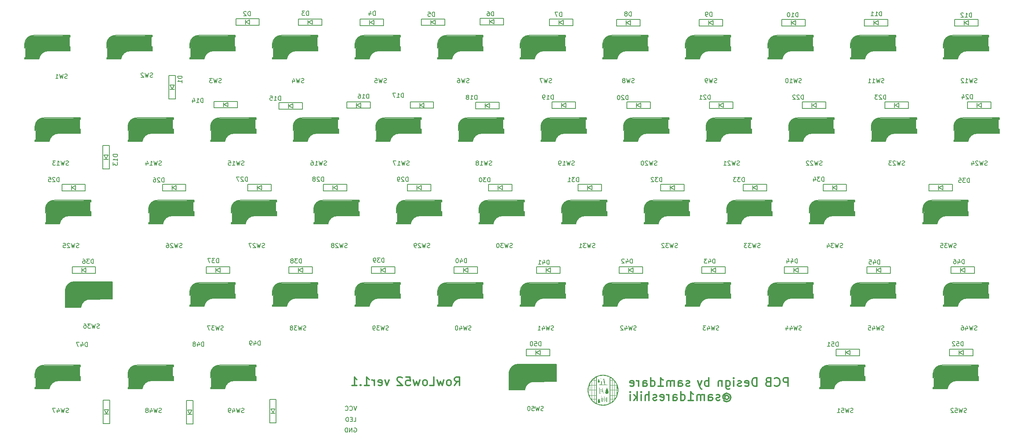
<source format=gbo>
G04 #@! TF.GenerationSoftware,KiCad,Pcbnew,(7.0.0)*
G04 #@! TF.CreationDate,2023-03-27T16:38:47+09:00*
G04 #@! TF.ProjectId,rowlow11,726f776c-6f77-4313-912e-6b696361645f,rev?*
G04 #@! TF.SameCoordinates,Original*
G04 #@! TF.FileFunction,Legend,Bot*
G04 #@! TF.FilePolarity,Positive*
%FSLAX46Y46*%
G04 Gerber Fmt 4.6, Leading zero omitted, Abs format (unit mm)*
G04 Created by KiCad (PCBNEW (7.0.0)) date 2023-03-27 16:38:47*
%MOMM*%
%LPD*%
G01*
G04 APERTURE LIST*
%ADD10C,0.150000*%
%ADD11C,0.300000*%
%ADD12C,0.500000*%
%ADD13C,0.800000*%
%ADD14C,3.000000*%
%ADD15C,3.500000*%
%ADD16C,1.000000*%
%ADD17C,0.400000*%
G04 APERTURE END LIST*
D10*
X134136904Y-129207380D02*
X134136904Y-128207380D01*
X134136904Y-128207380D02*
X133898809Y-128207380D01*
X133898809Y-128207380D02*
X133755952Y-128255000D01*
X133755952Y-128255000D02*
X133660714Y-128350238D01*
X133660714Y-128350238D02*
X133613095Y-128445476D01*
X133613095Y-128445476D02*
X133565476Y-128635952D01*
X133565476Y-128635952D02*
X133565476Y-128778809D01*
X133565476Y-128778809D02*
X133613095Y-128969285D01*
X133613095Y-128969285D02*
X133660714Y-129064523D01*
X133660714Y-129064523D02*
X133755952Y-129159761D01*
X133755952Y-129159761D02*
X133898809Y-129207380D01*
X133898809Y-129207380D02*
X134136904Y-129207380D01*
X133232142Y-128207380D02*
X132613095Y-128207380D01*
X132613095Y-128207380D02*
X132946428Y-128588333D01*
X132946428Y-128588333D02*
X132803571Y-128588333D01*
X132803571Y-128588333D02*
X132708333Y-128635952D01*
X132708333Y-128635952D02*
X132660714Y-128683571D01*
X132660714Y-128683571D02*
X132613095Y-128778809D01*
X132613095Y-128778809D02*
X132613095Y-129016904D01*
X132613095Y-129016904D02*
X132660714Y-129112142D01*
X132660714Y-129112142D02*
X132708333Y-129159761D01*
X132708333Y-129159761D02*
X132803571Y-129207380D01*
X132803571Y-129207380D02*
X133089285Y-129207380D01*
X133089285Y-129207380D02*
X133184523Y-129159761D01*
X133184523Y-129159761D02*
X133232142Y-129112142D01*
X132136904Y-129207380D02*
X131946428Y-129207380D01*
X131946428Y-129207380D02*
X131851190Y-129159761D01*
X131851190Y-129159761D02*
X131803571Y-129112142D01*
X131803571Y-129112142D02*
X131708333Y-128969285D01*
X131708333Y-128969285D02*
X131660714Y-128778809D01*
X131660714Y-128778809D02*
X131660714Y-128397857D01*
X131660714Y-128397857D02*
X131708333Y-128302619D01*
X131708333Y-128302619D02*
X131755952Y-128255000D01*
X131755952Y-128255000D02*
X131851190Y-128207380D01*
X131851190Y-128207380D02*
X132041666Y-128207380D01*
X132041666Y-128207380D02*
X132136904Y-128255000D01*
X132136904Y-128255000D02*
X132184523Y-128302619D01*
X132184523Y-128302619D02*
X132232142Y-128397857D01*
X132232142Y-128397857D02*
X132232142Y-128635952D01*
X132232142Y-128635952D02*
X132184523Y-128731190D01*
X132184523Y-128731190D02*
X132136904Y-128778809D01*
X132136904Y-128778809D02*
X132041666Y-128826428D01*
X132041666Y-128826428D02*
X131851190Y-128826428D01*
X131851190Y-128826428D02*
X131755952Y-128778809D01*
X131755952Y-128778809D02*
X131708333Y-128731190D01*
X131708333Y-128731190D02*
X131660714Y-128635952D01*
X191186904Y-72307380D02*
X191186904Y-71307380D01*
X191186904Y-71307380D02*
X190948809Y-71307380D01*
X190948809Y-71307380D02*
X190805952Y-71355000D01*
X190805952Y-71355000D02*
X190710714Y-71450238D01*
X190710714Y-71450238D02*
X190663095Y-71545476D01*
X190663095Y-71545476D02*
X190615476Y-71735952D01*
X190615476Y-71735952D02*
X190615476Y-71878809D01*
X190615476Y-71878809D02*
X190663095Y-72069285D01*
X190663095Y-72069285D02*
X190710714Y-72164523D01*
X190710714Y-72164523D02*
X190805952Y-72259761D01*
X190805952Y-72259761D02*
X190948809Y-72307380D01*
X190948809Y-72307380D02*
X191186904Y-72307380D01*
X190044047Y-71735952D02*
X190139285Y-71688333D01*
X190139285Y-71688333D02*
X190186904Y-71640714D01*
X190186904Y-71640714D02*
X190234523Y-71545476D01*
X190234523Y-71545476D02*
X190234523Y-71497857D01*
X190234523Y-71497857D02*
X190186904Y-71402619D01*
X190186904Y-71402619D02*
X190139285Y-71355000D01*
X190139285Y-71355000D02*
X190044047Y-71307380D01*
X190044047Y-71307380D02*
X189853571Y-71307380D01*
X189853571Y-71307380D02*
X189758333Y-71355000D01*
X189758333Y-71355000D02*
X189710714Y-71402619D01*
X189710714Y-71402619D02*
X189663095Y-71497857D01*
X189663095Y-71497857D02*
X189663095Y-71545476D01*
X189663095Y-71545476D02*
X189710714Y-71640714D01*
X189710714Y-71640714D02*
X189758333Y-71688333D01*
X189758333Y-71688333D02*
X189853571Y-71735952D01*
X189853571Y-71735952D02*
X190044047Y-71735952D01*
X190044047Y-71735952D02*
X190139285Y-71783571D01*
X190139285Y-71783571D02*
X190186904Y-71831190D01*
X190186904Y-71831190D02*
X190234523Y-71926428D01*
X190234523Y-71926428D02*
X190234523Y-72116904D01*
X190234523Y-72116904D02*
X190186904Y-72212142D01*
X190186904Y-72212142D02*
X190139285Y-72259761D01*
X190139285Y-72259761D02*
X190044047Y-72307380D01*
X190044047Y-72307380D02*
X189853571Y-72307380D01*
X189853571Y-72307380D02*
X189758333Y-72259761D01*
X189758333Y-72259761D02*
X189710714Y-72212142D01*
X189710714Y-72212142D02*
X189663095Y-72116904D01*
X189663095Y-72116904D02*
X189663095Y-71926428D01*
X189663095Y-71926428D02*
X189710714Y-71831190D01*
X189710714Y-71831190D02*
X189758333Y-71783571D01*
X189758333Y-71783571D02*
X189853571Y-71735952D01*
X92386904Y-92257380D02*
X92386904Y-91257380D01*
X92386904Y-91257380D02*
X92148809Y-91257380D01*
X92148809Y-91257380D02*
X92005952Y-91305000D01*
X92005952Y-91305000D02*
X91910714Y-91400238D01*
X91910714Y-91400238D02*
X91863095Y-91495476D01*
X91863095Y-91495476D02*
X91815476Y-91685952D01*
X91815476Y-91685952D02*
X91815476Y-91828809D01*
X91815476Y-91828809D02*
X91863095Y-92019285D01*
X91863095Y-92019285D02*
X91910714Y-92114523D01*
X91910714Y-92114523D02*
X92005952Y-92209761D01*
X92005952Y-92209761D02*
X92148809Y-92257380D01*
X92148809Y-92257380D02*
X92386904Y-92257380D01*
X90863095Y-92257380D02*
X91434523Y-92257380D01*
X91148809Y-92257380D02*
X91148809Y-91257380D01*
X91148809Y-91257380D02*
X91244047Y-91400238D01*
X91244047Y-91400238D02*
X91339285Y-91495476D01*
X91339285Y-91495476D02*
X91434523Y-91543095D01*
X90005952Y-91590714D02*
X90005952Y-92257380D01*
X90244047Y-91209761D02*
X90482142Y-91924047D01*
X90482142Y-91924047D02*
X89863095Y-91924047D01*
X269686904Y-72557380D02*
X269686904Y-71557380D01*
X269686904Y-71557380D02*
X269448809Y-71557380D01*
X269448809Y-71557380D02*
X269305952Y-71605000D01*
X269305952Y-71605000D02*
X269210714Y-71700238D01*
X269210714Y-71700238D02*
X269163095Y-71795476D01*
X269163095Y-71795476D02*
X269115476Y-71985952D01*
X269115476Y-71985952D02*
X269115476Y-72128809D01*
X269115476Y-72128809D02*
X269163095Y-72319285D01*
X269163095Y-72319285D02*
X269210714Y-72414523D01*
X269210714Y-72414523D02*
X269305952Y-72509761D01*
X269305952Y-72509761D02*
X269448809Y-72557380D01*
X269448809Y-72557380D02*
X269686904Y-72557380D01*
X268163095Y-72557380D02*
X268734523Y-72557380D01*
X268448809Y-72557380D02*
X268448809Y-71557380D01*
X268448809Y-71557380D02*
X268544047Y-71700238D01*
X268544047Y-71700238D02*
X268639285Y-71795476D01*
X268639285Y-71795476D02*
X268734523Y-71843095D01*
X267782142Y-71652619D02*
X267734523Y-71605000D01*
X267734523Y-71605000D02*
X267639285Y-71557380D01*
X267639285Y-71557380D02*
X267401190Y-71557380D01*
X267401190Y-71557380D02*
X267305952Y-71605000D01*
X267305952Y-71605000D02*
X267258333Y-71652619D01*
X267258333Y-71652619D02*
X267210714Y-71747857D01*
X267210714Y-71747857D02*
X267210714Y-71843095D01*
X267210714Y-71843095D02*
X267258333Y-71985952D01*
X267258333Y-71985952D02*
X267829761Y-72557380D01*
X267829761Y-72557380D02*
X267210714Y-72557380D01*
X120186904Y-110457380D02*
X120186904Y-109457380D01*
X120186904Y-109457380D02*
X119948809Y-109457380D01*
X119948809Y-109457380D02*
X119805952Y-109505000D01*
X119805952Y-109505000D02*
X119710714Y-109600238D01*
X119710714Y-109600238D02*
X119663095Y-109695476D01*
X119663095Y-109695476D02*
X119615476Y-109885952D01*
X119615476Y-109885952D02*
X119615476Y-110028809D01*
X119615476Y-110028809D02*
X119663095Y-110219285D01*
X119663095Y-110219285D02*
X119710714Y-110314523D01*
X119710714Y-110314523D02*
X119805952Y-110409761D01*
X119805952Y-110409761D02*
X119948809Y-110457380D01*
X119948809Y-110457380D02*
X120186904Y-110457380D01*
X119234523Y-109552619D02*
X119186904Y-109505000D01*
X119186904Y-109505000D02*
X119091666Y-109457380D01*
X119091666Y-109457380D02*
X118853571Y-109457380D01*
X118853571Y-109457380D02*
X118758333Y-109505000D01*
X118758333Y-109505000D02*
X118710714Y-109552619D01*
X118710714Y-109552619D02*
X118663095Y-109647857D01*
X118663095Y-109647857D02*
X118663095Y-109743095D01*
X118663095Y-109743095D02*
X118710714Y-109885952D01*
X118710714Y-109885952D02*
X119282142Y-110457380D01*
X119282142Y-110457380D02*
X118663095Y-110457380D01*
X118091666Y-109885952D02*
X118186904Y-109838333D01*
X118186904Y-109838333D02*
X118234523Y-109790714D01*
X118234523Y-109790714D02*
X118282142Y-109695476D01*
X118282142Y-109695476D02*
X118282142Y-109647857D01*
X118282142Y-109647857D02*
X118234523Y-109552619D01*
X118234523Y-109552619D02*
X118186904Y-109505000D01*
X118186904Y-109505000D02*
X118091666Y-109457380D01*
X118091666Y-109457380D02*
X117901190Y-109457380D01*
X117901190Y-109457380D02*
X117805952Y-109505000D01*
X117805952Y-109505000D02*
X117758333Y-109552619D01*
X117758333Y-109552619D02*
X117710714Y-109647857D01*
X117710714Y-109647857D02*
X117710714Y-109695476D01*
X117710714Y-109695476D02*
X117758333Y-109790714D01*
X117758333Y-109790714D02*
X117805952Y-109838333D01*
X117805952Y-109838333D02*
X117901190Y-109885952D01*
X117901190Y-109885952D02*
X118091666Y-109885952D01*
X118091666Y-109885952D02*
X118186904Y-109933571D01*
X118186904Y-109933571D02*
X118234523Y-109981190D01*
X118234523Y-109981190D02*
X118282142Y-110076428D01*
X118282142Y-110076428D02*
X118282142Y-110266904D01*
X118282142Y-110266904D02*
X118234523Y-110362142D01*
X118234523Y-110362142D02*
X118186904Y-110409761D01*
X118186904Y-110409761D02*
X118091666Y-110457380D01*
X118091666Y-110457380D02*
X117901190Y-110457380D01*
X117901190Y-110457380D02*
X117805952Y-110409761D01*
X117805952Y-110409761D02*
X117758333Y-110362142D01*
X117758333Y-110362142D02*
X117710714Y-110266904D01*
X117710714Y-110266904D02*
X117710714Y-110076428D01*
X117710714Y-110076428D02*
X117758333Y-109981190D01*
X117758333Y-109981190D02*
X117805952Y-109933571D01*
X117805952Y-109933571D02*
X117901190Y-109885952D01*
X110286904Y-91757380D02*
X110286904Y-90757380D01*
X110286904Y-90757380D02*
X110048809Y-90757380D01*
X110048809Y-90757380D02*
X109905952Y-90805000D01*
X109905952Y-90805000D02*
X109810714Y-90900238D01*
X109810714Y-90900238D02*
X109763095Y-90995476D01*
X109763095Y-90995476D02*
X109715476Y-91185952D01*
X109715476Y-91185952D02*
X109715476Y-91328809D01*
X109715476Y-91328809D02*
X109763095Y-91519285D01*
X109763095Y-91519285D02*
X109810714Y-91614523D01*
X109810714Y-91614523D02*
X109905952Y-91709761D01*
X109905952Y-91709761D02*
X110048809Y-91757380D01*
X110048809Y-91757380D02*
X110286904Y-91757380D01*
X108763095Y-91757380D02*
X109334523Y-91757380D01*
X109048809Y-91757380D02*
X109048809Y-90757380D01*
X109048809Y-90757380D02*
X109144047Y-90900238D01*
X109144047Y-90900238D02*
X109239285Y-90995476D01*
X109239285Y-90995476D02*
X109334523Y-91043095D01*
X107858333Y-90757380D02*
X108334523Y-90757380D01*
X108334523Y-90757380D02*
X108382142Y-91233571D01*
X108382142Y-91233571D02*
X108334523Y-91185952D01*
X108334523Y-91185952D02*
X108239285Y-91138333D01*
X108239285Y-91138333D02*
X108001190Y-91138333D01*
X108001190Y-91138333D02*
X107905952Y-91185952D01*
X107905952Y-91185952D02*
X107858333Y-91233571D01*
X107858333Y-91233571D02*
X107810714Y-91328809D01*
X107810714Y-91328809D02*
X107810714Y-91566904D01*
X107810714Y-91566904D02*
X107858333Y-91662142D01*
X107858333Y-91662142D02*
X107905952Y-91709761D01*
X107905952Y-91709761D02*
X108001190Y-91757380D01*
X108001190Y-91757380D02*
X108239285Y-91757380D01*
X108239285Y-91757380D02*
X108334523Y-91709761D01*
X108334523Y-91709761D02*
X108382142Y-91662142D01*
X190436904Y-91607380D02*
X190436904Y-90607380D01*
X190436904Y-90607380D02*
X190198809Y-90607380D01*
X190198809Y-90607380D02*
X190055952Y-90655000D01*
X190055952Y-90655000D02*
X189960714Y-90750238D01*
X189960714Y-90750238D02*
X189913095Y-90845476D01*
X189913095Y-90845476D02*
X189865476Y-91035952D01*
X189865476Y-91035952D02*
X189865476Y-91178809D01*
X189865476Y-91178809D02*
X189913095Y-91369285D01*
X189913095Y-91369285D02*
X189960714Y-91464523D01*
X189960714Y-91464523D02*
X190055952Y-91559761D01*
X190055952Y-91559761D02*
X190198809Y-91607380D01*
X190198809Y-91607380D02*
X190436904Y-91607380D01*
X189484523Y-90702619D02*
X189436904Y-90655000D01*
X189436904Y-90655000D02*
X189341666Y-90607380D01*
X189341666Y-90607380D02*
X189103571Y-90607380D01*
X189103571Y-90607380D02*
X189008333Y-90655000D01*
X189008333Y-90655000D02*
X188960714Y-90702619D01*
X188960714Y-90702619D02*
X188913095Y-90797857D01*
X188913095Y-90797857D02*
X188913095Y-90893095D01*
X188913095Y-90893095D02*
X188960714Y-91035952D01*
X188960714Y-91035952D02*
X189532142Y-91607380D01*
X189532142Y-91607380D02*
X188913095Y-91607380D01*
X188294047Y-90607380D02*
X188198809Y-90607380D01*
X188198809Y-90607380D02*
X188103571Y-90655000D01*
X188103571Y-90655000D02*
X188055952Y-90702619D01*
X188055952Y-90702619D02*
X188008333Y-90797857D01*
X188008333Y-90797857D02*
X187960714Y-90988333D01*
X187960714Y-90988333D02*
X187960714Y-91226428D01*
X187960714Y-91226428D02*
X188008333Y-91416904D01*
X188008333Y-91416904D02*
X188055952Y-91512142D01*
X188055952Y-91512142D02*
X188103571Y-91559761D01*
X188103571Y-91559761D02*
X188198809Y-91607380D01*
X188198809Y-91607380D02*
X188294047Y-91607380D01*
X188294047Y-91607380D02*
X188389285Y-91559761D01*
X188389285Y-91559761D02*
X188436904Y-91512142D01*
X188436904Y-91512142D02*
X188484523Y-91416904D01*
X188484523Y-91416904D02*
X188532142Y-91226428D01*
X188532142Y-91226428D02*
X188532142Y-90988333D01*
X188532142Y-90988333D02*
X188484523Y-90797857D01*
X188484523Y-90797857D02*
X188436904Y-90702619D01*
X188436904Y-90702619D02*
X188389285Y-90655000D01*
X188389285Y-90655000D02*
X188294047Y-90607380D01*
X83386904Y-110657380D02*
X83386904Y-109657380D01*
X83386904Y-109657380D02*
X83148809Y-109657380D01*
X83148809Y-109657380D02*
X83005952Y-109705000D01*
X83005952Y-109705000D02*
X82910714Y-109800238D01*
X82910714Y-109800238D02*
X82863095Y-109895476D01*
X82863095Y-109895476D02*
X82815476Y-110085952D01*
X82815476Y-110085952D02*
X82815476Y-110228809D01*
X82815476Y-110228809D02*
X82863095Y-110419285D01*
X82863095Y-110419285D02*
X82910714Y-110514523D01*
X82910714Y-110514523D02*
X83005952Y-110609761D01*
X83005952Y-110609761D02*
X83148809Y-110657380D01*
X83148809Y-110657380D02*
X83386904Y-110657380D01*
X82434523Y-109752619D02*
X82386904Y-109705000D01*
X82386904Y-109705000D02*
X82291666Y-109657380D01*
X82291666Y-109657380D02*
X82053571Y-109657380D01*
X82053571Y-109657380D02*
X81958333Y-109705000D01*
X81958333Y-109705000D02*
X81910714Y-109752619D01*
X81910714Y-109752619D02*
X81863095Y-109847857D01*
X81863095Y-109847857D02*
X81863095Y-109943095D01*
X81863095Y-109943095D02*
X81910714Y-110085952D01*
X81910714Y-110085952D02*
X82482142Y-110657380D01*
X82482142Y-110657380D02*
X81863095Y-110657380D01*
X81005952Y-109657380D02*
X81196428Y-109657380D01*
X81196428Y-109657380D02*
X81291666Y-109705000D01*
X81291666Y-109705000D02*
X81339285Y-109752619D01*
X81339285Y-109752619D02*
X81434523Y-109895476D01*
X81434523Y-109895476D02*
X81482142Y-110085952D01*
X81482142Y-110085952D02*
X81482142Y-110466904D01*
X81482142Y-110466904D02*
X81434523Y-110562142D01*
X81434523Y-110562142D02*
X81386904Y-110609761D01*
X81386904Y-110609761D02*
X81291666Y-110657380D01*
X81291666Y-110657380D02*
X81101190Y-110657380D01*
X81101190Y-110657380D02*
X81005952Y-110609761D01*
X81005952Y-110609761D02*
X80958333Y-110562142D01*
X80958333Y-110562142D02*
X80910714Y-110466904D01*
X80910714Y-110466904D02*
X80910714Y-110228809D01*
X80910714Y-110228809D02*
X80958333Y-110133571D01*
X80958333Y-110133571D02*
X81005952Y-110085952D01*
X81005952Y-110085952D02*
X81101190Y-110038333D01*
X81101190Y-110038333D02*
X81291666Y-110038333D01*
X81291666Y-110038333D02*
X81386904Y-110085952D01*
X81386904Y-110085952D02*
X81434523Y-110133571D01*
X81434523Y-110133571D02*
X81482142Y-110228809D01*
X159436904Y-72257380D02*
X159436904Y-71257380D01*
X159436904Y-71257380D02*
X159198809Y-71257380D01*
X159198809Y-71257380D02*
X159055952Y-71305000D01*
X159055952Y-71305000D02*
X158960714Y-71400238D01*
X158960714Y-71400238D02*
X158913095Y-71495476D01*
X158913095Y-71495476D02*
X158865476Y-71685952D01*
X158865476Y-71685952D02*
X158865476Y-71828809D01*
X158865476Y-71828809D02*
X158913095Y-72019285D01*
X158913095Y-72019285D02*
X158960714Y-72114523D01*
X158960714Y-72114523D02*
X159055952Y-72209761D01*
X159055952Y-72209761D02*
X159198809Y-72257380D01*
X159198809Y-72257380D02*
X159436904Y-72257380D01*
X158008333Y-71257380D02*
X158198809Y-71257380D01*
X158198809Y-71257380D02*
X158294047Y-71305000D01*
X158294047Y-71305000D02*
X158341666Y-71352619D01*
X158341666Y-71352619D02*
X158436904Y-71495476D01*
X158436904Y-71495476D02*
X158484523Y-71685952D01*
X158484523Y-71685952D02*
X158484523Y-72066904D01*
X158484523Y-72066904D02*
X158436904Y-72162142D01*
X158436904Y-72162142D02*
X158389285Y-72209761D01*
X158389285Y-72209761D02*
X158294047Y-72257380D01*
X158294047Y-72257380D02*
X158103571Y-72257380D01*
X158103571Y-72257380D02*
X158008333Y-72209761D01*
X158008333Y-72209761D02*
X157960714Y-72162142D01*
X157960714Y-72162142D02*
X157913095Y-72066904D01*
X157913095Y-72066904D02*
X157913095Y-71828809D01*
X157913095Y-71828809D02*
X157960714Y-71733571D01*
X157960714Y-71733571D02*
X158008333Y-71685952D01*
X158008333Y-71685952D02*
X158103571Y-71638333D01*
X158103571Y-71638333D02*
X158294047Y-71638333D01*
X158294047Y-71638333D02*
X158389285Y-71685952D01*
X158389285Y-71685952D02*
X158436904Y-71733571D01*
X158436904Y-71733571D02*
X158484523Y-71828809D01*
X115086904Y-129357380D02*
X115086904Y-128357380D01*
X115086904Y-128357380D02*
X114848809Y-128357380D01*
X114848809Y-128357380D02*
X114705952Y-128405000D01*
X114705952Y-128405000D02*
X114610714Y-128500238D01*
X114610714Y-128500238D02*
X114563095Y-128595476D01*
X114563095Y-128595476D02*
X114515476Y-128785952D01*
X114515476Y-128785952D02*
X114515476Y-128928809D01*
X114515476Y-128928809D02*
X114563095Y-129119285D01*
X114563095Y-129119285D02*
X114610714Y-129214523D01*
X114610714Y-129214523D02*
X114705952Y-129309761D01*
X114705952Y-129309761D02*
X114848809Y-129357380D01*
X114848809Y-129357380D02*
X115086904Y-129357380D01*
X114182142Y-128357380D02*
X113563095Y-128357380D01*
X113563095Y-128357380D02*
X113896428Y-128738333D01*
X113896428Y-128738333D02*
X113753571Y-128738333D01*
X113753571Y-128738333D02*
X113658333Y-128785952D01*
X113658333Y-128785952D02*
X113610714Y-128833571D01*
X113610714Y-128833571D02*
X113563095Y-128928809D01*
X113563095Y-128928809D02*
X113563095Y-129166904D01*
X113563095Y-129166904D02*
X113610714Y-129262142D01*
X113610714Y-129262142D02*
X113658333Y-129309761D01*
X113658333Y-129309761D02*
X113753571Y-129357380D01*
X113753571Y-129357380D02*
X114039285Y-129357380D01*
X114039285Y-129357380D02*
X114134523Y-129309761D01*
X114134523Y-129309761D02*
X114182142Y-129262142D01*
X112991666Y-128785952D02*
X113086904Y-128738333D01*
X113086904Y-128738333D02*
X113134523Y-128690714D01*
X113134523Y-128690714D02*
X113182142Y-128595476D01*
X113182142Y-128595476D02*
X113182142Y-128547857D01*
X113182142Y-128547857D02*
X113134523Y-128452619D01*
X113134523Y-128452619D02*
X113086904Y-128405000D01*
X113086904Y-128405000D02*
X112991666Y-128357380D01*
X112991666Y-128357380D02*
X112801190Y-128357380D01*
X112801190Y-128357380D02*
X112705952Y-128405000D01*
X112705952Y-128405000D02*
X112658333Y-128452619D01*
X112658333Y-128452619D02*
X112610714Y-128547857D01*
X112610714Y-128547857D02*
X112610714Y-128595476D01*
X112610714Y-128595476D02*
X112658333Y-128690714D01*
X112658333Y-128690714D02*
X112705952Y-128738333D01*
X112705952Y-128738333D02*
X112801190Y-128785952D01*
X112801190Y-128785952D02*
X112991666Y-128785952D01*
X112991666Y-128785952D02*
X113086904Y-128833571D01*
X113086904Y-128833571D02*
X113134523Y-128881190D01*
X113134523Y-128881190D02*
X113182142Y-128976428D01*
X113182142Y-128976428D02*
X113182142Y-129166904D01*
X113182142Y-129166904D02*
X113134523Y-129262142D01*
X113134523Y-129262142D02*
X113086904Y-129309761D01*
X113086904Y-129309761D02*
X112991666Y-129357380D01*
X112991666Y-129357380D02*
X112801190Y-129357380D01*
X112801190Y-129357380D02*
X112705952Y-129309761D01*
X112705952Y-129309761D02*
X112658333Y-129262142D01*
X112658333Y-129262142D02*
X112610714Y-129166904D01*
X112610714Y-129166904D02*
X112610714Y-128976428D01*
X112610714Y-128976428D02*
X112658333Y-128881190D01*
X112658333Y-128881190D02*
X112705952Y-128833571D01*
X112705952Y-128833571D02*
X112801190Y-128785952D01*
X102636904Y-110457380D02*
X102636904Y-109457380D01*
X102636904Y-109457380D02*
X102398809Y-109457380D01*
X102398809Y-109457380D02*
X102255952Y-109505000D01*
X102255952Y-109505000D02*
X102160714Y-109600238D01*
X102160714Y-109600238D02*
X102113095Y-109695476D01*
X102113095Y-109695476D02*
X102065476Y-109885952D01*
X102065476Y-109885952D02*
X102065476Y-110028809D01*
X102065476Y-110028809D02*
X102113095Y-110219285D01*
X102113095Y-110219285D02*
X102160714Y-110314523D01*
X102160714Y-110314523D02*
X102255952Y-110409761D01*
X102255952Y-110409761D02*
X102398809Y-110457380D01*
X102398809Y-110457380D02*
X102636904Y-110457380D01*
X101684523Y-109552619D02*
X101636904Y-109505000D01*
X101636904Y-109505000D02*
X101541666Y-109457380D01*
X101541666Y-109457380D02*
X101303571Y-109457380D01*
X101303571Y-109457380D02*
X101208333Y-109505000D01*
X101208333Y-109505000D02*
X101160714Y-109552619D01*
X101160714Y-109552619D02*
X101113095Y-109647857D01*
X101113095Y-109647857D02*
X101113095Y-109743095D01*
X101113095Y-109743095D02*
X101160714Y-109885952D01*
X101160714Y-109885952D02*
X101732142Y-110457380D01*
X101732142Y-110457380D02*
X101113095Y-110457380D01*
X100779761Y-109457380D02*
X100113095Y-109457380D01*
X100113095Y-109457380D02*
X100541666Y-110457380D01*
X249886904Y-91507380D02*
X249886904Y-90507380D01*
X249886904Y-90507380D02*
X249648809Y-90507380D01*
X249648809Y-90507380D02*
X249505952Y-90555000D01*
X249505952Y-90555000D02*
X249410714Y-90650238D01*
X249410714Y-90650238D02*
X249363095Y-90745476D01*
X249363095Y-90745476D02*
X249315476Y-90935952D01*
X249315476Y-90935952D02*
X249315476Y-91078809D01*
X249315476Y-91078809D02*
X249363095Y-91269285D01*
X249363095Y-91269285D02*
X249410714Y-91364523D01*
X249410714Y-91364523D02*
X249505952Y-91459761D01*
X249505952Y-91459761D02*
X249648809Y-91507380D01*
X249648809Y-91507380D02*
X249886904Y-91507380D01*
X248934523Y-90602619D02*
X248886904Y-90555000D01*
X248886904Y-90555000D02*
X248791666Y-90507380D01*
X248791666Y-90507380D02*
X248553571Y-90507380D01*
X248553571Y-90507380D02*
X248458333Y-90555000D01*
X248458333Y-90555000D02*
X248410714Y-90602619D01*
X248410714Y-90602619D02*
X248363095Y-90697857D01*
X248363095Y-90697857D02*
X248363095Y-90793095D01*
X248363095Y-90793095D02*
X248410714Y-90935952D01*
X248410714Y-90935952D02*
X248982142Y-91507380D01*
X248982142Y-91507380D02*
X248363095Y-91507380D01*
X248029761Y-90507380D02*
X247410714Y-90507380D01*
X247410714Y-90507380D02*
X247744047Y-90888333D01*
X247744047Y-90888333D02*
X247601190Y-90888333D01*
X247601190Y-90888333D02*
X247505952Y-90935952D01*
X247505952Y-90935952D02*
X247458333Y-90983571D01*
X247458333Y-90983571D02*
X247410714Y-91078809D01*
X247410714Y-91078809D02*
X247410714Y-91316904D01*
X247410714Y-91316904D02*
X247458333Y-91412142D01*
X247458333Y-91412142D02*
X247505952Y-91459761D01*
X247505952Y-91459761D02*
X247601190Y-91507380D01*
X247601190Y-91507380D02*
X247886904Y-91507380D01*
X247886904Y-91507380D02*
X247982142Y-91459761D01*
X247982142Y-91459761D02*
X248029761Y-91412142D01*
X158586904Y-110607380D02*
X158586904Y-109607380D01*
X158586904Y-109607380D02*
X158348809Y-109607380D01*
X158348809Y-109607380D02*
X158205952Y-109655000D01*
X158205952Y-109655000D02*
X158110714Y-109750238D01*
X158110714Y-109750238D02*
X158063095Y-109845476D01*
X158063095Y-109845476D02*
X158015476Y-110035952D01*
X158015476Y-110035952D02*
X158015476Y-110178809D01*
X158015476Y-110178809D02*
X158063095Y-110369285D01*
X158063095Y-110369285D02*
X158110714Y-110464523D01*
X158110714Y-110464523D02*
X158205952Y-110559761D01*
X158205952Y-110559761D02*
X158348809Y-110607380D01*
X158348809Y-110607380D02*
X158586904Y-110607380D01*
X157682142Y-109607380D02*
X157063095Y-109607380D01*
X157063095Y-109607380D02*
X157396428Y-109988333D01*
X157396428Y-109988333D02*
X157253571Y-109988333D01*
X157253571Y-109988333D02*
X157158333Y-110035952D01*
X157158333Y-110035952D02*
X157110714Y-110083571D01*
X157110714Y-110083571D02*
X157063095Y-110178809D01*
X157063095Y-110178809D02*
X157063095Y-110416904D01*
X157063095Y-110416904D02*
X157110714Y-110512142D01*
X157110714Y-110512142D02*
X157158333Y-110559761D01*
X157158333Y-110559761D02*
X157253571Y-110607380D01*
X157253571Y-110607380D02*
X157539285Y-110607380D01*
X157539285Y-110607380D02*
X157634523Y-110559761D01*
X157634523Y-110559761D02*
X157682142Y-110512142D01*
X156444047Y-109607380D02*
X156348809Y-109607380D01*
X156348809Y-109607380D02*
X156253571Y-109655000D01*
X156253571Y-109655000D02*
X156205952Y-109702619D01*
X156205952Y-109702619D02*
X156158333Y-109797857D01*
X156158333Y-109797857D02*
X156110714Y-109988333D01*
X156110714Y-109988333D02*
X156110714Y-110226428D01*
X156110714Y-110226428D02*
X156158333Y-110416904D01*
X156158333Y-110416904D02*
X156205952Y-110512142D01*
X156205952Y-110512142D02*
X156253571Y-110559761D01*
X156253571Y-110559761D02*
X156348809Y-110607380D01*
X156348809Y-110607380D02*
X156444047Y-110607380D01*
X156444047Y-110607380D02*
X156539285Y-110559761D01*
X156539285Y-110559761D02*
X156586904Y-110512142D01*
X156586904Y-110512142D02*
X156634523Y-110416904D01*
X156634523Y-110416904D02*
X156682142Y-110226428D01*
X156682142Y-110226428D02*
X156682142Y-109988333D01*
X156682142Y-109988333D02*
X156634523Y-109797857D01*
X156634523Y-109797857D02*
X156586904Y-109702619D01*
X156586904Y-109702619D02*
X156539285Y-109655000D01*
X156539285Y-109655000D02*
X156444047Y-109607380D01*
X248486904Y-129607380D02*
X248486904Y-128607380D01*
X248486904Y-128607380D02*
X248248809Y-128607380D01*
X248248809Y-128607380D02*
X248105952Y-128655000D01*
X248105952Y-128655000D02*
X248010714Y-128750238D01*
X248010714Y-128750238D02*
X247963095Y-128845476D01*
X247963095Y-128845476D02*
X247915476Y-129035952D01*
X247915476Y-129035952D02*
X247915476Y-129178809D01*
X247915476Y-129178809D02*
X247963095Y-129369285D01*
X247963095Y-129369285D02*
X248010714Y-129464523D01*
X248010714Y-129464523D02*
X248105952Y-129559761D01*
X248105952Y-129559761D02*
X248248809Y-129607380D01*
X248248809Y-129607380D02*
X248486904Y-129607380D01*
X247058333Y-128940714D02*
X247058333Y-129607380D01*
X247296428Y-128559761D02*
X247534523Y-129274047D01*
X247534523Y-129274047D02*
X246915476Y-129274047D01*
X246058333Y-128607380D02*
X246534523Y-128607380D01*
X246534523Y-128607380D02*
X246582142Y-129083571D01*
X246582142Y-129083571D02*
X246534523Y-129035952D01*
X246534523Y-129035952D02*
X246439285Y-128988333D01*
X246439285Y-128988333D02*
X246201190Y-128988333D01*
X246201190Y-128988333D02*
X246105952Y-129035952D01*
X246105952Y-129035952D02*
X246058333Y-129083571D01*
X246058333Y-129083571D02*
X246010714Y-129178809D01*
X246010714Y-129178809D02*
X246010714Y-129416904D01*
X246010714Y-129416904D02*
X246058333Y-129512142D01*
X246058333Y-129512142D02*
X246105952Y-129559761D01*
X246105952Y-129559761D02*
X246201190Y-129607380D01*
X246201190Y-129607380D02*
X246439285Y-129607380D01*
X246439285Y-129607380D02*
X246534523Y-129559761D01*
X246534523Y-129559761D02*
X246582142Y-129512142D01*
X103286904Y-72207380D02*
X103286904Y-71207380D01*
X103286904Y-71207380D02*
X103048809Y-71207380D01*
X103048809Y-71207380D02*
X102905952Y-71255000D01*
X102905952Y-71255000D02*
X102810714Y-71350238D01*
X102810714Y-71350238D02*
X102763095Y-71445476D01*
X102763095Y-71445476D02*
X102715476Y-71635952D01*
X102715476Y-71635952D02*
X102715476Y-71778809D01*
X102715476Y-71778809D02*
X102763095Y-71969285D01*
X102763095Y-71969285D02*
X102810714Y-72064523D01*
X102810714Y-72064523D02*
X102905952Y-72159761D01*
X102905952Y-72159761D02*
X103048809Y-72207380D01*
X103048809Y-72207380D02*
X103286904Y-72207380D01*
X102334523Y-71302619D02*
X102286904Y-71255000D01*
X102286904Y-71255000D02*
X102191666Y-71207380D01*
X102191666Y-71207380D02*
X101953571Y-71207380D01*
X101953571Y-71207380D02*
X101858333Y-71255000D01*
X101858333Y-71255000D02*
X101810714Y-71302619D01*
X101810714Y-71302619D02*
X101763095Y-71397857D01*
X101763095Y-71397857D02*
X101763095Y-71493095D01*
X101763095Y-71493095D02*
X101810714Y-71635952D01*
X101810714Y-71635952D02*
X102382142Y-72207380D01*
X102382142Y-72207380D02*
X101763095Y-72207380D01*
X139686904Y-110507380D02*
X139686904Y-109507380D01*
X139686904Y-109507380D02*
X139448809Y-109507380D01*
X139448809Y-109507380D02*
X139305952Y-109555000D01*
X139305952Y-109555000D02*
X139210714Y-109650238D01*
X139210714Y-109650238D02*
X139163095Y-109745476D01*
X139163095Y-109745476D02*
X139115476Y-109935952D01*
X139115476Y-109935952D02*
X139115476Y-110078809D01*
X139115476Y-110078809D02*
X139163095Y-110269285D01*
X139163095Y-110269285D02*
X139210714Y-110364523D01*
X139210714Y-110364523D02*
X139305952Y-110459761D01*
X139305952Y-110459761D02*
X139448809Y-110507380D01*
X139448809Y-110507380D02*
X139686904Y-110507380D01*
X138734523Y-109602619D02*
X138686904Y-109555000D01*
X138686904Y-109555000D02*
X138591666Y-109507380D01*
X138591666Y-109507380D02*
X138353571Y-109507380D01*
X138353571Y-109507380D02*
X138258333Y-109555000D01*
X138258333Y-109555000D02*
X138210714Y-109602619D01*
X138210714Y-109602619D02*
X138163095Y-109697857D01*
X138163095Y-109697857D02*
X138163095Y-109793095D01*
X138163095Y-109793095D02*
X138210714Y-109935952D01*
X138210714Y-109935952D02*
X138782142Y-110507380D01*
X138782142Y-110507380D02*
X138163095Y-110507380D01*
X137686904Y-110507380D02*
X137496428Y-110507380D01*
X137496428Y-110507380D02*
X137401190Y-110459761D01*
X137401190Y-110459761D02*
X137353571Y-110412142D01*
X137353571Y-110412142D02*
X137258333Y-110269285D01*
X137258333Y-110269285D02*
X137210714Y-110078809D01*
X137210714Y-110078809D02*
X137210714Y-109697857D01*
X137210714Y-109697857D02*
X137258333Y-109602619D01*
X137258333Y-109602619D02*
X137305952Y-109555000D01*
X137305952Y-109555000D02*
X137401190Y-109507380D01*
X137401190Y-109507380D02*
X137591666Y-109507380D01*
X137591666Y-109507380D02*
X137686904Y-109555000D01*
X137686904Y-109555000D02*
X137734523Y-109602619D01*
X137734523Y-109602619D02*
X137782142Y-109697857D01*
X137782142Y-109697857D02*
X137782142Y-109935952D01*
X137782142Y-109935952D02*
X137734523Y-110031190D01*
X137734523Y-110031190D02*
X137686904Y-110078809D01*
X137686904Y-110078809D02*
X137591666Y-110126428D01*
X137591666Y-110126428D02*
X137401190Y-110126428D01*
X137401190Y-110126428D02*
X137305952Y-110078809D01*
X137305952Y-110078809D02*
X137258333Y-110031190D01*
X137258333Y-110031190D02*
X137210714Y-109935952D01*
X132136904Y-72157380D02*
X132136904Y-71157380D01*
X132136904Y-71157380D02*
X131898809Y-71157380D01*
X131898809Y-71157380D02*
X131755952Y-71205000D01*
X131755952Y-71205000D02*
X131660714Y-71300238D01*
X131660714Y-71300238D02*
X131613095Y-71395476D01*
X131613095Y-71395476D02*
X131565476Y-71585952D01*
X131565476Y-71585952D02*
X131565476Y-71728809D01*
X131565476Y-71728809D02*
X131613095Y-71919285D01*
X131613095Y-71919285D02*
X131660714Y-72014523D01*
X131660714Y-72014523D02*
X131755952Y-72109761D01*
X131755952Y-72109761D02*
X131898809Y-72157380D01*
X131898809Y-72157380D02*
X132136904Y-72157380D01*
X130708333Y-71490714D02*
X130708333Y-72157380D01*
X130946428Y-71109761D02*
X131184523Y-71824047D01*
X131184523Y-71824047D02*
X130565476Y-71824047D01*
X209386904Y-91507380D02*
X209386904Y-90507380D01*
X209386904Y-90507380D02*
X209148809Y-90507380D01*
X209148809Y-90507380D02*
X209005952Y-90555000D01*
X209005952Y-90555000D02*
X208910714Y-90650238D01*
X208910714Y-90650238D02*
X208863095Y-90745476D01*
X208863095Y-90745476D02*
X208815476Y-90935952D01*
X208815476Y-90935952D02*
X208815476Y-91078809D01*
X208815476Y-91078809D02*
X208863095Y-91269285D01*
X208863095Y-91269285D02*
X208910714Y-91364523D01*
X208910714Y-91364523D02*
X209005952Y-91459761D01*
X209005952Y-91459761D02*
X209148809Y-91507380D01*
X209148809Y-91507380D02*
X209386904Y-91507380D01*
X208434523Y-90602619D02*
X208386904Y-90555000D01*
X208386904Y-90555000D02*
X208291666Y-90507380D01*
X208291666Y-90507380D02*
X208053571Y-90507380D01*
X208053571Y-90507380D02*
X207958333Y-90555000D01*
X207958333Y-90555000D02*
X207910714Y-90602619D01*
X207910714Y-90602619D02*
X207863095Y-90697857D01*
X207863095Y-90697857D02*
X207863095Y-90793095D01*
X207863095Y-90793095D02*
X207910714Y-90935952D01*
X207910714Y-90935952D02*
X208482142Y-91507380D01*
X208482142Y-91507380D02*
X207863095Y-91507380D01*
X206910714Y-91507380D02*
X207482142Y-91507380D01*
X207196428Y-91507380D02*
X207196428Y-90507380D01*
X207196428Y-90507380D02*
X207291666Y-90650238D01*
X207291666Y-90650238D02*
X207386904Y-90745476D01*
X207386904Y-90745476D02*
X207482142Y-90793095D01*
X191436904Y-129407380D02*
X191436904Y-128407380D01*
X191436904Y-128407380D02*
X191198809Y-128407380D01*
X191198809Y-128407380D02*
X191055952Y-128455000D01*
X191055952Y-128455000D02*
X190960714Y-128550238D01*
X190960714Y-128550238D02*
X190913095Y-128645476D01*
X190913095Y-128645476D02*
X190865476Y-128835952D01*
X190865476Y-128835952D02*
X190865476Y-128978809D01*
X190865476Y-128978809D02*
X190913095Y-129169285D01*
X190913095Y-129169285D02*
X190960714Y-129264523D01*
X190960714Y-129264523D02*
X191055952Y-129359761D01*
X191055952Y-129359761D02*
X191198809Y-129407380D01*
X191198809Y-129407380D02*
X191436904Y-129407380D01*
X190008333Y-128740714D02*
X190008333Y-129407380D01*
X190246428Y-128359761D02*
X190484523Y-129074047D01*
X190484523Y-129074047D02*
X189865476Y-129074047D01*
X189532142Y-128502619D02*
X189484523Y-128455000D01*
X189484523Y-128455000D02*
X189389285Y-128407380D01*
X189389285Y-128407380D02*
X189151190Y-128407380D01*
X189151190Y-128407380D02*
X189055952Y-128455000D01*
X189055952Y-128455000D02*
X189008333Y-128502619D01*
X189008333Y-128502619D02*
X188960714Y-128597857D01*
X188960714Y-128597857D02*
X188960714Y-128693095D01*
X188960714Y-128693095D02*
X189008333Y-128835952D01*
X189008333Y-128835952D02*
X189579761Y-129407380D01*
X189579761Y-129407380D02*
X188960714Y-129407380D01*
X155586904Y-91557380D02*
X155586904Y-90557380D01*
X155586904Y-90557380D02*
X155348809Y-90557380D01*
X155348809Y-90557380D02*
X155205952Y-90605000D01*
X155205952Y-90605000D02*
X155110714Y-90700238D01*
X155110714Y-90700238D02*
X155063095Y-90795476D01*
X155063095Y-90795476D02*
X155015476Y-90985952D01*
X155015476Y-90985952D02*
X155015476Y-91128809D01*
X155015476Y-91128809D02*
X155063095Y-91319285D01*
X155063095Y-91319285D02*
X155110714Y-91414523D01*
X155110714Y-91414523D02*
X155205952Y-91509761D01*
X155205952Y-91509761D02*
X155348809Y-91557380D01*
X155348809Y-91557380D02*
X155586904Y-91557380D01*
X154063095Y-91557380D02*
X154634523Y-91557380D01*
X154348809Y-91557380D02*
X154348809Y-90557380D01*
X154348809Y-90557380D02*
X154444047Y-90700238D01*
X154444047Y-90700238D02*
X154539285Y-90795476D01*
X154539285Y-90795476D02*
X154634523Y-90843095D01*
X153491666Y-90985952D02*
X153586904Y-90938333D01*
X153586904Y-90938333D02*
X153634523Y-90890714D01*
X153634523Y-90890714D02*
X153682142Y-90795476D01*
X153682142Y-90795476D02*
X153682142Y-90747857D01*
X153682142Y-90747857D02*
X153634523Y-90652619D01*
X153634523Y-90652619D02*
X153586904Y-90605000D01*
X153586904Y-90605000D02*
X153491666Y-90557380D01*
X153491666Y-90557380D02*
X153301190Y-90557380D01*
X153301190Y-90557380D02*
X153205952Y-90605000D01*
X153205952Y-90605000D02*
X153158333Y-90652619D01*
X153158333Y-90652619D02*
X153110714Y-90747857D01*
X153110714Y-90747857D02*
X153110714Y-90795476D01*
X153110714Y-90795476D02*
X153158333Y-90890714D01*
X153158333Y-90890714D02*
X153205952Y-90938333D01*
X153205952Y-90938333D02*
X153301190Y-90985952D01*
X153301190Y-90985952D02*
X153491666Y-90985952D01*
X153491666Y-90985952D02*
X153586904Y-91033571D01*
X153586904Y-91033571D02*
X153634523Y-91081190D01*
X153634523Y-91081190D02*
X153682142Y-91176428D01*
X153682142Y-91176428D02*
X153682142Y-91366904D01*
X153682142Y-91366904D02*
X153634523Y-91462142D01*
X153634523Y-91462142D02*
X153586904Y-91509761D01*
X153586904Y-91509761D02*
X153491666Y-91557380D01*
X153491666Y-91557380D02*
X153301190Y-91557380D01*
X153301190Y-91557380D02*
X153205952Y-91509761D01*
X153205952Y-91509761D02*
X153158333Y-91462142D01*
X153158333Y-91462142D02*
X153110714Y-91366904D01*
X153110714Y-91366904D02*
X153110714Y-91176428D01*
X153110714Y-91176428D02*
X153158333Y-91081190D01*
X153158333Y-91081190D02*
X153205952Y-91033571D01*
X153205952Y-91033571D02*
X153301190Y-90985952D01*
X229636904Y-72457380D02*
X229636904Y-71457380D01*
X229636904Y-71457380D02*
X229398809Y-71457380D01*
X229398809Y-71457380D02*
X229255952Y-71505000D01*
X229255952Y-71505000D02*
X229160714Y-71600238D01*
X229160714Y-71600238D02*
X229113095Y-71695476D01*
X229113095Y-71695476D02*
X229065476Y-71885952D01*
X229065476Y-71885952D02*
X229065476Y-72028809D01*
X229065476Y-72028809D02*
X229113095Y-72219285D01*
X229113095Y-72219285D02*
X229160714Y-72314523D01*
X229160714Y-72314523D02*
X229255952Y-72409761D01*
X229255952Y-72409761D02*
X229398809Y-72457380D01*
X229398809Y-72457380D02*
X229636904Y-72457380D01*
X228113095Y-72457380D02*
X228684523Y-72457380D01*
X228398809Y-72457380D02*
X228398809Y-71457380D01*
X228398809Y-71457380D02*
X228494047Y-71600238D01*
X228494047Y-71600238D02*
X228589285Y-71695476D01*
X228589285Y-71695476D02*
X228684523Y-71743095D01*
X227494047Y-71457380D02*
X227398809Y-71457380D01*
X227398809Y-71457380D02*
X227303571Y-71505000D01*
X227303571Y-71505000D02*
X227255952Y-71552619D01*
X227255952Y-71552619D02*
X227208333Y-71647857D01*
X227208333Y-71647857D02*
X227160714Y-71838333D01*
X227160714Y-71838333D02*
X227160714Y-72076428D01*
X227160714Y-72076428D02*
X227208333Y-72266904D01*
X227208333Y-72266904D02*
X227255952Y-72362142D01*
X227255952Y-72362142D02*
X227303571Y-72409761D01*
X227303571Y-72409761D02*
X227398809Y-72457380D01*
X227398809Y-72457380D02*
X227494047Y-72457380D01*
X227494047Y-72457380D02*
X227589285Y-72409761D01*
X227589285Y-72409761D02*
X227636904Y-72362142D01*
X227636904Y-72362142D02*
X227684523Y-72266904D01*
X227684523Y-72266904D02*
X227732142Y-72076428D01*
X227732142Y-72076428D02*
X227732142Y-71838333D01*
X227732142Y-71838333D02*
X227684523Y-71647857D01*
X227684523Y-71647857D02*
X227636904Y-71552619D01*
X227636904Y-71552619D02*
X227589285Y-71505000D01*
X227589285Y-71505000D02*
X227494047Y-71457380D01*
X209786904Y-72357380D02*
X209786904Y-71357380D01*
X209786904Y-71357380D02*
X209548809Y-71357380D01*
X209548809Y-71357380D02*
X209405952Y-71405000D01*
X209405952Y-71405000D02*
X209310714Y-71500238D01*
X209310714Y-71500238D02*
X209263095Y-71595476D01*
X209263095Y-71595476D02*
X209215476Y-71785952D01*
X209215476Y-71785952D02*
X209215476Y-71928809D01*
X209215476Y-71928809D02*
X209263095Y-72119285D01*
X209263095Y-72119285D02*
X209310714Y-72214523D01*
X209310714Y-72214523D02*
X209405952Y-72309761D01*
X209405952Y-72309761D02*
X209548809Y-72357380D01*
X209548809Y-72357380D02*
X209786904Y-72357380D01*
X208739285Y-72357380D02*
X208548809Y-72357380D01*
X208548809Y-72357380D02*
X208453571Y-72309761D01*
X208453571Y-72309761D02*
X208405952Y-72262142D01*
X208405952Y-72262142D02*
X208310714Y-72119285D01*
X208310714Y-72119285D02*
X208263095Y-71928809D01*
X208263095Y-71928809D02*
X208263095Y-71547857D01*
X208263095Y-71547857D02*
X208310714Y-71452619D01*
X208310714Y-71452619D02*
X208358333Y-71405000D01*
X208358333Y-71405000D02*
X208453571Y-71357380D01*
X208453571Y-71357380D02*
X208644047Y-71357380D01*
X208644047Y-71357380D02*
X208739285Y-71405000D01*
X208739285Y-71405000D02*
X208786904Y-71452619D01*
X208786904Y-71452619D02*
X208834523Y-71547857D01*
X208834523Y-71547857D02*
X208834523Y-71785952D01*
X208834523Y-71785952D02*
X208786904Y-71881190D01*
X208786904Y-71881190D02*
X208739285Y-71928809D01*
X208739285Y-71928809D02*
X208644047Y-71976428D01*
X208644047Y-71976428D02*
X208453571Y-71976428D01*
X208453571Y-71976428D02*
X208358333Y-71928809D01*
X208358333Y-71928809D02*
X208310714Y-71881190D01*
X208310714Y-71881190D02*
X208263095Y-71785952D01*
X269886904Y-91407380D02*
X269886904Y-90407380D01*
X269886904Y-90407380D02*
X269648809Y-90407380D01*
X269648809Y-90407380D02*
X269505952Y-90455000D01*
X269505952Y-90455000D02*
X269410714Y-90550238D01*
X269410714Y-90550238D02*
X269363095Y-90645476D01*
X269363095Y-90645476D02*
X269315476Y-90835952D01*
X269315476Y-90835952D02*
X269315476Y-90978809D01*
X269315476Y-90978809D02*
X269363095Y-91169285D01*
X269363095Y-91169285D02*
X269410714Y-91264523D01*
X269410714Y-91264523D02*
X269505952Y-91359761D01*
X269505952Y-91359761D02*
X269648809Y-91407380D01*
X269648809Y-91407380D02*
X269886904Y-91407380D01*
X268934523Y-90502619D02*
X268886904Y-90455000D01*
X268886904Y-90455000D02*
X268791666Y-90407380D01*
X268791666Y-90407380D02*
X268553571Y-90407380D01*
X268553571Y-90407380D02*
X268458333Y-90455000D01*
X268458333Y-90455000D02*
X268410714Y-90502619D01*
X268410714Y-90502619D02*
X268363095Y-90597857D01*
X268363095Y-90597857D02*
X268363095Y-90693095D01*
X268363095Y-90693095D02*
X268410714Y-90835952D01*
X268410714Y-90835952D02*
X268982142Y-91407380D01*
X268982142Y-91407380D02*
X268363095Y-91407380D01*
X267505952Y-90740714D02*
X267505952Y-91407380D01*
X267744047Y-90359761D02*
X267982142Y-91074047D01*
X267982142Y-91074047D02*
X267363095Y-91074047D01*
X105586904Y-148357380D02*
X105586904Y-147357380D01*
X105586904Y-147357380D02*
X105348809Y-147357380D01*
X105348809Y-147357380D02*
X105205952Y-147405000D01*
X105205952Y-147405000D02*
X105110714Y-147500238D01*
X105110714Y-147500238D02*
X105063095Y-147595476D01*
X105063095Y-147595476D02*
X105015476Y-147785952D01*
X105015476Y-147785952D02*
X105015476Y-147928809D01*
X105015476Y-147928809D02*
X105063095Y-148119285D01*
X105063095Y-148119285D02*
X105110714Y-148214523D01*
X105110714Y-148214523D02*
X105205952Y-148309761D01*
X105205952Y-148309761D02*
X105348809Y-148357380D01*
X105348809Y-148357380D02*
X105586904Y-148357380D01*
X104158333Y-147690714D02*
X104158333Y-148357380D01*
X104396428Y-147309761D02*
X104634523Y-148024047D01*
X104634523Y-148024047D02*
X104015476Y-148024047D01*
X103586904Y-148357380D02*
X103396428Y-148357380D01*
X103396428Y-148357380D02*
X103301190Y-148309761D01*
X103301190Y-148309761D02*
X103253571Y-148262142D01*
X103253571Y-148262142D02*
X103158333Y-148119285D01*
X103158333Y-148119285D02*
X103110714Y-147928809D01*
X103110714Y-147928809D02*
X103110714Y-147547857D01*
X103110714Y-147547857D02*
X103158333Y-147452619D01*
X103158333Y-147452619D02*
X103205952Y-147405000D01*
X103205952Y-147405000D02*
X103301190Y-147357380D01*
X103301190Y-147357380D02*
X103491666Y-147357380D01*
X103491666Y-147357380D02*
X103586904Y-147405000D01*
X103586904Y-147405000D02*
X103634523Y-147452619D01*
X103634523Y-147452619D02*
X103682142Y-147547857D01*
X103682142Y-147547857D02*
X103682142Y-147785952D01*
X103682142Y-147785952D02*
X103634523Y-147881190D01*
X103634523Y-147881190D02*
X103586904Y-147928809D01*
X103586904Y-147928809D02*
X103491666Y-147976428D01*
X103491666Y-147976428D02*
X103301190Y-147976428D01*
X103301190Y-147976428D02*
X103205952Y-147928809D01*
X103205952Y-147928809D02*
X103158333Y-147881190D01*
X103158333Y-147881190D02*
X103110714Y-147785952D01*
X138636904Y-91107380D02*
X138636904Y-90107380D01*
X138636904Y-90107380D02*
X138398809Y-90107380D01*
X138398809Y-90107380D02*
X138255952Y-90155000D01*
X138255952Y-90155000D02*
X138160714Y-90250238D01*
X138160714Y-90250238D02*
X138113095Y-90345476D01*
X138113095Y-90345476D02*
X138065476Y-90535952D01*
X138065476Y-90535952D02*
X138065476Y-90678809D01*
X138065476Y-90678809D02*
X138113095Y-90869285D01*
X138113095Y-90869285D02*
X138160714Y-90964523D01*
X138160714Y-90964523D02*
X138255952Y-91059761D01*
X138255952Y-91059761D02*
X138398809Y-91107380D01*
X138398809Y-91107380D02*
X138636904Y-91107380D01*
X137113095Y-91107380D02*
X137684523Y-91107380D01*
X137398809Y-91107380D02*
X137398809Y-90107380D01*
X137398809Y-90107380D02*
X137494047Y-90250238D01*
X137494047Y-90250238D02*
X137589285Y-90345476D01*
X137589285Y-90345476D02*
X137684523Y-90393095D01*
X136779761Y-90107380D02*
X136113095Y-90107380D01*
X136113095Y-90107380D02*
X136541666Y-91107380D01*
X67086904Y-129457380D02*
X67086904Y-128457380D01*
X67086904Y-128457380D02*
X66848809Y-128457380D01*
X66848809Y-128457380D02*
X66705952Y-128505000D01*
X66705952Y-128505000D02*
X66610714Y-128600238D01*
X66610714Y-128600238D02*
X66563095Y-128695476D01*
X66563095Y-128695476D02*
X66515476Y-128885952D01*
X66515476Y-128885952D02*
X66515476Y-129028809D01*
X66515476Y-129028809D02*
X66563095Y-129219285D01*
X66563095Y-129219285D02*
X66610714Y-129314523D01*
X66610714Y-129314523D02*
X66705952Y-129409761D01*
X66705952Y-129409761D02*
X66848809Y-129457380D01*
X66848809Y-129457380D02*
X67086904Y-129457380D01*
X66182142Y-128457380D02*
X65563095Y-128457380D01*
X65563095Y-128457380D02*
X65896428Y-128838333D01*
X65896428Y-128838333D02*
X65753571Y-128838333D01*
X65753571Y-128838333D02*
X65658333Y-128885952D01*
X65658333Y-128885952D02*
X65610714Y-128933571D01*
X65610714Y-128933571D02*
X65563095Y-129028809D01*
X65563095Y-129028809D02*
X65563095Y-129266904D01*
X65563095Y-129266904D02*
X65610714Y-129362142D01*
X65610714Y-129362142D02*
X65658333Y-129409761D01*
X65658333Y-129409761D02*
X65753571Y-129457380D01*
X65753571Y-129457380D02*
X66039285Y-129457380D01*
X66039285Y-129457380D02*
X66134523Y-129409761D01*
X66134523Y-129409761D02*
X66182142Y-129362142D01*
X64705952Y-128457380D02*
X64896428Y-128457380D01*
X64896428Y-128457380D02*
X64991666Y-128505000D01*
X64991666Y-128505000D02*
X65039285Y-128552619D01*
X65039285Y-128552619D02*
X65134523Y-128695476D01*
X65134523Y-128695476D02*
X65182142Y-128885952D01*
X65182142Y-128885952D02*
X65182142Y-129266904D01*
X65182142Y-129266904D02*
X65134523Y-129362142D01*
X65134523Y-129362142D02*
X65086904Y-129409761D01*
X65086904Y-129409761D02*
X64991666Y-129457380D01*
X64991666Y-129457380D02*
X64801190Y-129457380D01*
X64801190Y-129457380D02*
X64705952Y-129409761D01*
X64705952Y-129409761D02*
X64658333Y-129362142D01*
X64658333Y-129362142D02*
X64610714Y-129266904D01*
X64610714Y-129266904D02*
X64610714Y-129028809D01*
X64610714Y-129028809D02*
X64658333Y-128933571D01*
X64658333Y-128933571D02*
X64705952Y-128885952D01*
X64705952Y-128885952D02*
X64801190Y-128838333D01*
X64801190Y-128838333D02*
X64991666Y-128838333D01*
X64991666Y-128838333D02*
X65086904Y-128885952D01*
X65086904Y-128885952D02*
X65134523Y-128933571D01*
X65134523Y-128933571D02*
X65182142Y-129028809D01*
X267986904Y-129507380D02*
X267986904Y-128507380D01*
X267986904Y-128507380D02*
X267748809Y-128507380D01*
X267748809Y-128507380D02*
X267605952Y-128555000D01*
X267605952Y-128555000D02*
X267510714Y-128650238D01*
X267510714Y-128650238D02*
X267463095Y-128745476D01*
X267463095Y-128745476D02*
X267415476Y-128935952D01*
X267415476Y-128935952D02*
X267415476Y-129078809D01*
X267415476Y-129078809D02*
X267463095Y-129269285D01*
X267463095Y-129269285D02*
X267510714Y-129364523D01*
X267510714Y-129364523D02*
X267605952Y-129459761D01*
X267605952Y-129459761D02*
X267748809Y-129507380D01*
X267748809Y-129507380D02*
X267986904Y-129507380D01*
X266558333Y-128840714D02*
X266558333Y-129507380D01*
X266796428Y-128459761D02*
X267034523Y-129174047D01*
X267034523Y-129174047D02*
X266415476Y-129174047D01*
X265605952Y-128507380D02*
X265796428Y-128507380D01*
X265796428Y-128507380D02*
X265891666Y-128555000D01*
X265891666Y-128555000D02*
X265939285Y-128602619D01*
X265939285Y-128602619D02*
X266034523Y-128745476D01*
X266034523Y-128745476D02*
X266082142Y-128935952D01*
X266082142Y-128935952D02*
X266082142Y-129316904D01*
X266082142Y-129316904D02*
X266034523Y-129412142D01*
X266034523Y-129412142D02*
X265986904Y-129459761D01*
X265986904Y-129459761D02*
X265891666Y-129507380D01*
X265891666Y-129507380D02*
X265701190Y-129507380D01*
X265701190Y-129507380D02*
X265605952Y-129459761D01*
X265605952Y-129459761D02*
X265558333Y-129412142D01*
X265558333Y-129412142D02*
X265510714Y-129316904D01*
X265510714Y-129316904D02*
X265510714Y-129078809D01*
X265510714Y-129078809D02*
X265558333Y-128983571D01*
X265558333Y-128983571D02*
X265605952Y-128935952D01*
X265605952Y-128935952D02*
X265701190Y-128888333D01*
X265701190Y-128888333D02*
X265891666Y-128888333D01*
X265891666Y-128888333D02*
X265986904Y-128935952D01*
X265986904Y-128935952D02*
X266034523Y-128983571D01*
X266034523Y-128983571D02*
X266082142Y-129078809D01*
X210486904Y-129407380D02*
X210486904Y-128407380D01*
X210486904Y-128407380D02*
X210248809Y-128407380D01*
X210248809Y-128407380D02*
X210105952Y-128455000D01*
X210105952Y-128455000D02*
X210010714Y-128550238D01*
X210010714Y-128550238D02*
X209963095Y-128645476D01*
X209963095Y-128645476D02*
X209915476Y-128835952D01*
X209915476Y-128835952D02*
X209915476Y-128978809D01*
X209915476Y-128978809D02*
X209963095Y-129169285D01*
X209963095Y-129169285D02*
X210010714Y-129264523D01*
X210010714Y-129264523D02*
X210105952Y-129359761D01*
X210105952Y-129359761D02*
X210248809Y-129407380D01*
X210248809Y-129407380D02*
X210486904Y-129407380D01*
X209058333Y-128740714D02*
X209058333Y-129407380D01*
X209296428Y-128359761D02*
X209534523Y-129074047D01*
X209534523Y-129074047D02*
X208915476Y-129074047D01*
X208629761Y-128407380D02*
X208010714Y-128407380D01*
X208010714Y-128407380D02*
X208344047Y-128788333D01*
X208344047Y-128788333D02*
X208201190Y-128788333D01*
X208201190Y-128788333D02*
X208105952Y-128835952D01*
X208105952Y-128835952D02*
X208058333Y-128883571D01*
X208058333Y-128883571D02*
X208010714Y-128978809D01*
X208010714Y-128978809D02*
X208010714Y-129216904D01*
X208010714Y-129216904D02*
X208058333Y-129312142D01*
X208058333Y-129312142D02*
X208105952Y-129359761D01*
X208105952Y-129359761D02*
X208201190Y-129407380D01*
X208201190Y-129407380D02*
X208486904Y-129407380D01*
X208486904Y-129407380D02*
X208582142Y-129359761D01*
X208582142Y-129359761D02*
X208629761Y-129312142D01*
X65686904Y-148657380D02*
X65686904Y-147657380D01*
X65686904Y-147657380D02*
X65448809Y-147657380D01*
X65448809Y-147657380D02*
X65305952Y-147705000D01*
X65305952Y-147705000D02*
X65210714Y-147800238D01*
X65210714Y-147800238D02*
X65163095Y-147895476D01*
X65163095Y-147895476D02*
X65115476Y-148085952D01*
X65115476Y-148085952D02*
X65115476Y-148228809D01*
X65115476Y-148228809D02*
X65163095Y-148419285D01*
X65163095Y-148419285D02*
X65210714Y-148514523D01*
X65210714Y-148514523D02*
X65305952Y-148609761D01*
X65305952Y-148609761D02*
X65448809Y-148657380D01*
X65448809Y-148657380D02*
X65686904Y-148657380D01*
X64258333Y-147990714D02*
X64258333Y-148657380D01*
X64496428Y-147609761D02*
X64734523Y-148324047D01*
X64734523Y-148324047D02*
X64115476Y-148324047D01*
X63829761Y-147657380D02*
X63163095Y-147657380D01*
X63163095Y-147657380D02*
X63591666Y-148657380D01*
X153186904Y-129307380D02*
X153186904Y-128307380D01*
X153186904Y-128307380D02*
X152948809Y-128307380D01*
X152948809Y-128307380D02*
X152805952Y-128355000D01*
X152805952Y-128355000D02*
X152710714Y-128450238D01*
X152710714Y-128450238D02*
X152663095Y-128545476D01*
X152663095Y-128545476D02*
X152615476Y-128735952D01*
X152615476Y-128735952D02*
X152615476Y-128878809D01*
X152615476Y-128878809D02*
X152663095Y-129069285D01*
X152663095Y-129069285D02*
X152710714Y-129164523D01*
X152710714Y-129164523D02*
X152805952Y-129259761D01*
X152805952Y-129259761D02*
X152948809Y-129307380D01*
X152948809Y-129307380D02*
X153186904Y-129307380D01*
X151758333Y-128640714D02*
X151758333Y-129307380D01*
X151996428Y-128259761D02*
X152234523Y-128974047D01*
X152234523Y-128974047D02*
X151615476Y-128974047D01*
X151044047Y-128307380D02*
X150948809Y-128307380D01*
X150948809Y-128307380D02*
X150853571Y-128355000D01*
X150853571Y-128355000D02*
X150805952Y-128402619D01*
X150805952Y-128402619D02*
X150758333Y-128497857D01*
X150758333Y-128497857D02*
X150710714Y-128688333D01*
X150710714Y-128688333D02*
X150710714Y-128926428D01*
X150710714Y-128926428D02*
X150758333Y-129116904D01*
X150758333Y-129116904D02*
X150805952Y-129212142D01*
X150805952Y-129212142D02*
X150853571Y-129259761D01*
X150853571Y-129259761D02*
X150948809Y-129307380D01*
X150948809Y-129307380D02*
X151044047Y-129307380D01*
X151044047Y-129307380D02*
X151139285Y-129259761D01*
X151139285Y-129259761D02*
X151186904Y-129212142D01*
X151186904Y-129212142D02*
X151234523Y-129116904D01*
X151234523Y-129116904D02*
X151282142Y-128926428D01*
X151282142Y-128926428D02*
X151282142Y-128688333D01*
X151282142Y-128688333D02*
X151234523Y-128497857D01*
X151234523Y-128497857D02*
X151186904Y-128402619D01*
X151186904Y-128402619D02*
X151139285Y-128355000D01*
X151139285Y-128355000D02*
X151044047Y-128307380D01*
X230886904Y-91507380D02*
X230886904Y-90507380D01*
X230886904Y-90507380D02*
X230648809Y-90507380D01*
X230648809Y-90507380D02*
X230505952Y-90555000D01*
X230505952Y-90555000D02*
X230410714Y-90650238D01*
X230410714Y-90650238D02*
X230363095Y-90745476D01*
X230363095Y-90745476D02*
X230315476Y-90935952D01*
X230315476Y-90935952D02*
X230315476Y-91078809D01*
X230315476Y-91078809D02*
X230363095Y-91269285D01*
X230363095Y-91269285D02*
X230410714Y-91364523D01*
X230410714Y-91364523D02*
X230505952Y-91459761D01*
X230505952Y-91459761D02*
X230648809Y-91507380D01*
X230648809Y-91507380D02*
X230886904Y-91507380D01*
X229934523Y-90602619D02*
X229886904Y-90555000D01*
X229886904Y-90555000D02*
X229791666Y-90507380D01*
X229791666Y-90507380D02*
X229553571Y-90507380D01*
X229553571Y-90507380D02*
X229458333Y-90555000D01*
X229458333Y-90555000D02*
X229410714Y-90602619D01*
X229410714Y-90602619D02*
X229363095Y-90697857D01*
X229363095Y-90697857D02*
X229363095Y-90793095D01*
X229363095Y-90793095D02*
X229410714Y-90935952D01*
X229410714Y-90935952D02*
X229982142Y-91507380D01*
X229982142Y-91507380D02*
X229363095Y-91507380D01*
X228982142Y-90602619D02*
X228934523Y-90555000D01*
X228934523Y-90555000D02*
X228839285Y-90507380D01*
X228839285Y-90507380D02*
X228601190Y-90507380D01*
X228601190Y-90507380D02*
X228505952Y-90555000D01*
X228505952Y-90555000D02*
X228458333Y-90602619D01*
X228458333Y-90602619D02*
X228410714Y-90697857D01*
X228410714Y-90697857D02*
X228410714Y-90793095D01*
X228410714Y-90793095D02*
X228458333Y-90935952D01*
X228458333Y-90935952D02*
X229029761Y-91507380D01*
X229029761Y-91507380D02*
X228410714Y-91507380D01*
X92536904Y-148607380D02*
X92536904Y-147607380D01*
X92536904Y-147607380D02*
X92298809Y-147607380D01*
X92298809Y-147607380D02*
X92155952Y-147655000D01*
X92155952Y-147655000D02*
X92060714Y-147750238D01*
X92060714Y-147750238D02*
X92013095Y-147845476D01*
X92013095Y-147845476D02*
X91965476Y-148035952D01*
X91965476Y-148035952D02*
X91965476Y-148178809D01*
X91965476Y-148178809D02*
X92013095Y-148369285D01*
X92013095Y-148369285D02*
X92060714Y-148464523D01*
X92060714Y-148464523D02*
X92155952Y-148559761D01*
X92155952Y-148559761D02*
X92298809Y-148607380D01*
X92298809Y-148607380D02*
X92536904Y-148607380D01*
X91108333Y-147940714D02*
X91108333Y-148607380D01*
X91346428Y-147559761D02*
X91584523Y-148274047D01*
X91584523Y-148274047D02*
X90965476Y-148274047D01*
X90441666Y-148035952D02*
X90536904Y-147988333D01*
X90536904Y-147988333D02*
X90584523Y-147940714D01*
X90584523Y-147940714D02*
X90632142Y-147845476D01*
X90632142Y-147845476D02*
X90632142Y-147797857D01*
X90632142Y-147797857D02*
X90584523Y-147702619D01*
X90584523Y-147702619D02*
X90536904Y-147655000D01*
X90536904Y-147655000D02*
X90441666Y-147607380D01*
X90441666Y-147607380D02*
X90251190Y-147607380D01*
X90251190Y-147607380D02*
X90155952Y-147655000D01*
X90155952Y-147655000D02*
X90108333Y-147702619D01*
X90108333Y-147702619D02*
X90060714Y-147797857D01*
X90060714Y-147797857D02*
X90060714Y-147845476D01*
X90060714Y-147845476D02*
X90108333Y-147940714D01*
X90108333Y-147940714D02*
X90155952Y-147988333D01*
X90155952Y-147988333D02*
X90251190Y-148035952D01*
X90251190Y-148035952D02*
X90441666Y-148035952D01*
X90441666Y-148035952D02*
X90536904Y-148083571D01*
X90536904Y-148083571D02*
X90584523Y-148131190D01*
X90584523Y-148131190D02*
X90632142Y-148226428D01*
X90632142Y-148226428D02*
X90632142Y-148416904D01*
X90632142Y-148416904D02*
X90584523Y-148512142D01*
X90584523Y-148512142D02*
X90536904Y-148559761D01*
X90536904Y-148559761D02*
X90441666Y-148607380D01*
X90441666Y-148607380D02*
X90251190Y-148607380D01*
X90251190Y-148607380D02*
X90155952Y-148559761D01*
X90155952Y-148559761D02*
X90108333Y-148512142D01*
X90108333Y-148512142D02*
X90060714Y-148416904D01*
X90060714Y-148416904D02*
X90060714Y-148226428D01*
X90060714Y-148226428D02*
X90108333Y-148131190D01*
X90108333Y-148131190D02*
X90155952Y-148083571D01*
X90155952Y-148083571D02*
X90251190Y-148035952D01*
X238886904Y-148607380D02*
X238886904Y-147607380D01*
X238886904Y-147607380D02*
X238648809Y-147607380D01*
X238648809Y-147607380D02*
X238505952Y-147655000D01*
X238505952Y-147655000D02*
X238410714Y-147750238D01*
X238410714Y-147750238D02*
X238363095Y-147845476D01*
X238363095Y-147845476D02*
X238315476Y-148035952D01*
X238315476Y-148035952D02*
X238315476Y-148178809D01*
X238315476Y-148178809D02*
X238363095Y-148369285D01*
X238363095Y-148369285D02*
X238410714Y-148464523D01*
X238410714Y-148464523D02*
X238505952Y-148559761D01*
X238505952Y-148559761D02*
X238648809Y-148607380D01*
X238648809Y-148607380D02*
X238886904Y-148607380D01*
X237410714Y-147607380D02*
X237886904Y-147607380D01*
X237886904Y-147607380D02*
X237934523Y-148083571D01*
X237934523Y-148083571D02*
X237886904Y-148035952D01*
X237886904Y-148035952D02*
X237791666Y-147988333D01*
X237791666Y-147988333D02*
X237553571Y-147988333D01*
X237553571Y-147988333D02*
X237458333Y-148035952D01*
X237458333Y-148035952D02*
X237410714Y-148083571D01*
X237410714Y-148083571D02*
X237363095Y-148178809D01*
X237363095Y-148178809D02*
X237363095Y-148416904D01*
X237363095Y-148416904D02*
X237410714Y-148512142D01*
X237410714Y-148512142D02*
X237458333Y-148559761D01*
X237458333Y-148559761D02*
X237553571Y-148607380D01*
X237553571Y-148607380D02*
X237791666Y-148607380D01*
X237791666Y-148607380D02*
X237886904Y-148559761D01*
X237886904Y-148559761D02*
X237934523Y-148512142D01*
X236410714Y-148607380D02*
X236982142Y-148607380D01*
X236696428Y-148607380D02*
X236696428Y-147607380D01*
X236696428Y-147607380D02*
X236791666Y-147750238D01*
X236791666Y-147750238D02*
X236886904Y-147845476D01*
X236886904Y-147845476D02*
X236982142Y-147893095D01*
X116736904Y-72157380D02*
X116736904Y-71157380D01*
X116736904Y-71157380D02*
X116498809Y-71157380D01*
X116498809Y-71157380D02*
X116355952Y-71205000D01*
X116355952Y-71205000D02*
X116260714Y-71300238D01*
X116260714Y-71300238D02*
X116213095Y-71395476D01*
X116213095Y-71395476D02*
X116165476Y-71585952D01*
X116165476Y-71585952D02*
X116165476Y-71728809D01*
X116165476Y-71728809D02*
X116213095Y-71919285D01*
X116213095Y-71919285D02*
X116260714Y-72014523D01*
X116260714Y-72014523D02*
X116355952Y-72109761D01*
X116355952Y-72109761D02*
X116498809Y-72157380D01*
X116498809Y-72157380D02*
X116736904Y-72157380D01*
X115832142Y-71157380D02*
X115213095Y-71157380D01*
X115213095Y-71157380D02*
X115546428Y-71538333D01*
X115546428Y-71538333D02*
X115403571Y-71538333D01*
X115403571Y-71538333D02*
X115308333Y-71585952D01*
X115308333Y-71585952D02*
X115260714Y-71633571D01*
X115260714Y-71633571D02*
X115213095Y-71728809D01*
X115213095Y-71728809D02*
X115213095Y-71966904D01*
X115213095Y-71966904D02*
X115260714Y-72062142D01*
X115260714Y-72062142D02*
X115308333Y-72109761D01*
X115308333Y-72109761D02*
X115403571Y-72157380D01*
X115403571Y-72157380D02*
X115689285Y-72157380D01*
X115689285Y-72157380D02*
X115784523Y-72109761D01*
X115784523Y-72109761D02*
X115832142Y-72062142D01*
X59186904Y-110557380D02*
X59186904Y-109557380D01*
X59186904Y-109557380D02*
X58948809Y-109557380D01*
X58948809Y-109557380D02*
X58805952Y-109605000D01*
X58805952Y-109605000D02*
X58710714Y-109700238D01*
X58710714Y-109700238D02*
X58663095Y-109795476D01*
X58663095Y-109795476D02*
X58615476Y-109985952D01*
X58615476Y-109985952D02*
X58615476Y-110128809D01*
X58615476Y-110128809D02*
X58663095Y-110319285D01*
X58663095Y-110319285D02*
X58710714Y-110414523D01*
X58710714Y-110414523D02*
X58805952Y-110509761D01*
X58805952Y-110509761D02*
X58948809Y-110557380D01*
X58948809Y-110557380D02*
X59186904Y-110557380D01*
X58234523Y-109652619D02*
X58186904Y-109605000D01*
X58186904Y-109605000D02*
X58091666Y-109557380D01*
X58091666Y-109557380D02*
X57853571Y-109557380D01*
X57853571Y-109557380D02*
X57758333Y-109605000D01*
X57758333Y-109605000D02*
X57710714Y-109652619D01*
X57710714Y-109652619D02*
X57663095Y-109747857D01*
X57663095Y-109747857D02*
X57663095Y-109843095D01*
X57663095Y-109843095D02*
X57710714Y-109985952D01*
X57710714Y-109985952D02*
X58282142Y-110557380D01*
X58282142Y-110557380D02*
X57663095Y-110557380D01*
X56758333Y-109557380D02*
X57234523Y-109557380D01*
X57234523Y-109557380D02*
X57282142Y-110033571D01*
X57282142Y-110033571D02*
X57234523Y-109985952D01*
X57234523Y-109985952D02*
X57139285Y-109938333D01*
X57139285Y-109938333D02*
X56901190Y-109938333D01*
X56901190Y-109938333D02*
X56805952Y-109985952D01*
X56805952Y-109985952D02*
X56758333Y-110033571D01*
X56758333Y-110033571D02*
X56710714Y-110128809D01*
X56710714Y-110128809D02*
X56710714Y-110366904D01*
X56710714Y-110366904D02*
X56758333Y-110462142D01*
X56758333Y-110462142D02*
X56805952Y-110509761D01*
X56805952Y-110509761D02*
X56901190Y-110557380D01*
X56901190Y-110557380D02*
X57139285Y-110557380D01*
X57139285Y-110557380D02*
X57234523Y-110509761D01*
X57234523Y-110509761D02*
X57282142Y-110462142D01*
X217236904Y-110557380D02*
X217236904Y-109557380D01*
X217236904Y-109557380D02*
X216998809Y-109557380D01*
X216998809Y-109557380D02*
X216855952Y-109605000D01*
X216855952Y-109605000D02*
X216760714Y-109700238D01*
X216760714Y-109700238D02*
X216713095Y-109795476D01*
X216713095Y-109795476D02*
X216665476Y-109985952D01*
X216665476Y-109985952D02*
X216665476Y-110128809D01*
X216665476Y-110128809D02*
X216713095Y-110319285D01*
X216713095Y-110319285D02*
X216760714Y-110414523D01*
X216760714Y-110414523D02*
X216855952Y-110509761D01*
X216855952Y-110509761D02*
X216998809Y-110557380D01*
X216998809Y-110557380D02*
X217236904Y-110557380D01*
X216332142Y-109557380D02*
X215713095Y-109557380D01*
X215713095Y-109557380D02*
X216046428Y-109938333D01*
X216046428Y-109938333D02*
X215903571Y-109938333D01*
X215903571Y-109938333D02*
X215808333Y-109985952D01*
X215808333Y-109985952D02*
X215760714Y-110033571D01*
X215760714Y-110033571D02*
X215713095Y-110128809D01*
X215713095Y-110128809D02*
X215713095Y-110366904D01*
X215713095Y-110366904D02*
X215760714Y-110462142D01*
X215760714Y-110462142D02*
X215808333Y-110509761D01*
X215808333Y-110509761D02*
X215903571Y-110557380D01*
X215903571Y-110557380D02*
X216189285Y-110557380D01*
X216189285Y-110557380D02*
X216284523Y-110509761D01*
X216284523Y-110509761D02*
X216332142Y-110462142D01*
X215379761Y-109557380D02*
X214760714Y-109557380D01*
X214760714Y-109557380D02*
X215094047Y-109938333D01*
X215094047Y-109938333D02*
X214951190Y-109938333D01*
X214951190Y-109938333D02*
X214855952Y-109985952D01*
X214855952Y-109985952D02*
X214808333Y-110033571D01*
X214808333Y-110033571D02*
X214760714Y-110128809D01*
X214760714Y-110128809D02*
X214760714Y-110366904D01*
X214760714Y-110366904D02*
X214808333Y-110462142D01*
X214808333Y-110462142D02*
X214855952Y-110509761D01*
X214855952Y-110509761D02*
X214951190Y-110557380D01*
X214951190Y-110557380D02*
X215236904Y-110557380D01*
X215236904Y-110557380D02*
X215332142Y-110509761D01*
X215332142Y-110509761D02*
X215379761Y-110462142D01*
D11*
X150405952Y-157689761D02*
X151072619Y-156737380D01*
X151548809Y-157689761D02*
X151548809Y-155689761D01*
X151548809Y-155689761D02*
X150786904Y-155689761D01*
X150786904Y-155689761D02*
X150596428Y-155785000D01*
X150596428Y-155785000D02*
X150501190Y-155880238D01*
X150501190Y-155880238D02*
X150405952Y-156070714D01*
X150405952Y-156070714D02*
X150405952Y-156356428D01*
X150405952Y-156356428D02*
X150501190Y-156546904D01*
X150501190Y-156546904D02*
X150596428Y-156642142D01*
X150596428Y-156642142D02*
X150786904Y-156737380D01*
X150786904Y-156737380D02*
X151548809Y-156737380D01*
X149263095Y-157689761D02*
X149453571Y-157594523D01*
X149453571Y-157594523D02*
X149548809Y-157499285D01*
X149548809Y-157499285D02*
X149644047Y-157308809D01*
X149644047Y-157308809D02*
X149644047Y-156737380D01*
X149644047Y-156737380D02*
X149548809Y-156546904D01*
X149548809Y-156546904D02*
X149453571Y-156451666D01*
X149453571Y-156451666D02*
X149263095Y-156356428D01*
X149263095Y-156356428D02*
X148977380Y-156356428D01*
X148977380Y-156356428D02*
X148786904Y-156451666D01*
X148786904Y-156451666D02*
X148691666Y-156546904D01*
X148691666Y-156546904D02*
X148596428Y-156737380D01*
X148596428Y-156737380D02*
X148596428Y-157308809D01*
X148596428Y-157308809D02*
X148691666Y-157499285D01*
X148691666Y-157499285D02*
X148786904Y-157594523D01*
X148786904Y-157594523D02*
X148977380Y-157689761D01*
X148977380Y-157689761D02*
X149263095Y-157689761D01*
X147929761Y-156356428D02*
X147548809Y-157689761D01*
X147548809Y-157689761D02*
X147167856Y-156737380D01*
X147167856Y-156737380D02*
X146786904Y-157689761D01*
X146786904Y-157689761D02*
X146405952Y-156356428D01*
X144691666Y-157689761D02*
X145644047Y-157689761D01*
X145644047Y-157689761D02*
X145644047Y-155689761D01*
X143739285Y-157689761D02*
X143929761Y-157594523D01*
X143929761Y-157594523D02*
X144024999Y-157499285D01*
X144024999Y-157499285D02*
X144120237Y-157308809D01*
X144120237Y-157308809D02*
X144120237Y-156737380D01*
X144120237Y-156737380D02*
X144024999Y-156546904D01*
X144024999Y-156546904D02*
X143929761Y-156451666D01*
X143929761Y-156451666D02*
X143739285Y-156356428D01*
X143739285Y-156356428D02*
X143453570Y-156356428D01*
X143453570Y-156356428D02*
X143263094Y-156451666D01*
X143263094Y-156451666D02*
X143167856Y-156546904D01*
X143167856Y-156546904D02*
X143072618Y-156737380D01*
X143072618Y-156737380D02*
X143072618Y-157308809D01*
X143072618Y-157308809D02*
X143167856Y-157499285D01*
X143167856Y-157499285D02*
X143263094Y-157594523D01*
X143263094Y-157594523D02*
X143453570Y-157689761D01*
X143453570Y-157689761D02*
X143739285Y-157689761D01*
X142405951Y-156356428D02*
X142024999Y-157689761D01*
X142024999Y-157689761D02*
X141644046Y-156737380D01*
X141644046Y-156737380D02*
X141263094Y-157689761D01*
X141263094Y-157689761D02*
X140882142Y-156356428D01*
X139167856Y-155689761D02*
X140120237Y-155689761D01*
X140120237Y-155689761D02*
X140215475Y-156642142D01*
X140215475Y-156642142D02*
X140120237Y-156546904D01*
X140120237Y-156546904D02*
X139929761Y-156451666D01*
X139929761Y-156451666D02*
X139453570Y-156451666D01*
X139453570Y-156451666D02*
X139263094Y-156546904D01*
X139263094Y-156546904D02*
X139167856Y-156642142D01*
X139167856Y-156642142D02*
X139072618Y-156832619D01*
X139072618Y-156832619D02*
X139072618Y-157308809D01*
X139072618Y-157308809D02*
X139167856Y-157499285D01*
X139167856Y-157499285D02*
X139263094Y-157594523D01*
X139263094Y-157594523D02*
X139453570Y-157689761D01*
X139453570Y-157689761D02*
X139929761Y-157689761D01*
X139929761Y-157689761D02*
X140120237Y-157594523D01*
X140120237Y-157594523D02*
X140215475Y-157499285D01*
X138310713Y-155880238D02*
X138215475Y-155785000D01*
X138215475Y-155785000D02*
X138024999Y-155689761D01*
X138024999Y-155689761D02*
X137548808Y-155689761D01*
X137548808Y-155689761D02*
X137358332Y-155785000D01*
X137358332Y-155785000D02*
X137263094Y-155880238D01*
X137263094Y-155880238D02*
X137167856Y-156070714D01*
X137167856Y-156070714D02*
X137167856Y-156261190D01*
X137167856Y-156261190D02*
X137263094Y-156546904D01*
X137263094Y-156546904D02*
X138405951Y-157689761D01*
X138405951Y-157689761D02*
X137167856Y-157689761D01*
X135301189Y-156356428D02*
X134824999Y-157689761D01*
X134824999Y-157689761D02*
X134348808Y-156356428D01*
X132824998Y-157594523D02*
X133015474Y-157689761D01*
X133015474Y-157689761D02*
X133396427Y-157689761D01*
X133396427Y-157689761D02*
X133586903Y-157594523D01*
X133586903Y-157594523D02*
X133682141Y-157404047D01*
X133682141Y-157404047D02*
X133682141Y-156642142D01*
X133682141Y-156642142D02*
X133586903Y-156451666D01*
X133586903Y-156451666D02*
X133396427Y-156356428D01*
X133396427Y-156356428D02*
X133015474Y-156356428D01*
X133015474Y-156356428D02*
X132824998Y-156451666D01*
X132824998Y-156451666D02*
X132729760Y-156642142D01*
X132729760Y-156642142D02*
X132729760Y-156832619D01*
X132729760Y-156832619D02*
X133682141Y-157023095D01*
X131872617Y-157689761D02*
X131872617Y-156356428D01*
X131872617Y-156737380D02*
X131777379Y-156546904D01*
X131777379Y-156546904D02*
X131682141Y-156451666D01*
X131682141Y-156451666D02*
X131491665Y-156356428D01*
X131491665Y-156356428D02*
X131301188Y-156356428D01*
X129586903Y-157689761D02*
X130729760Y-157689761D01*
X130158332Y-157689761D02*
X130158332Y-155689761D01*
X130158332Y-155689761D02*
X130348808Y-155975476D01*
X130348808Y-155975476D02*
X130539284Y-156165952D01*
X130539284Y-156165952D02*
X130729760Y-156261190D01*
X128729760Y-157499285D02*
X128634522Y-157594523D01*
X128634522Y-157594523D02*
X128729760Y-157689761D01*
X128729760Y-157689761D02*
X128824998Y-157594523D01*
X128824998Y-157594523D02*
X128729760Y-157499285D01*
X128729760Y-157499285D02*
X128729760Y-157689761D01*
X126729760Y-157689761D02*
X127872617Y-157689761D01*
X127301189Y-157689761D02*
X127301189Y-155689761D01*
X127301189Y-155689761D02*
X127491665Y-155975476D01*
X127491665Y-155975476D02*
X127682141Y-156165952D01*
X127682141Y-156165952D02*
X127872617Y-156261190D01*
D10*
X145786904Y-72357380D02*
X145786904Y-71357380D01*
X145786904Y-71357380D02*
X145548809Y-71357380D01*
X145548809Y-71357380D02*
X145405952Y-71405000D01*
X145405952Y-71405000D02*
X145310714Y-71500238D01*
X145310714Y-71500238D02*
X145263095Y-71595476D01*
X145263095Y-71595476D02*
X145215476Y-71785952D01*
X145215476Y-71785952D02*
X145215476Y-71928809D01*
X145215476Y-71928809D02*
X145263095Y-72119285D01*
X145263095Y-72119285D02*
X145310714Y-72214523D01*
X145310714Y-72214523D02*
X145405952Y-72309761D01*
X145405952Y-72309761D02*
X145548809Y-72357380D01*
X145548809Y-72357380D02*
X145786904Y-72357380D01*
X144310714Y-71357380D02*
X144786904Y-71357380D01*
X144786904Y-71357380D02*
X144834523Y-71833571D01*
X144834523Y-71833571D02*
X144786904Y-71785952D01*
X144786904Y-71785952D02*
X144691666Y-71738333D01*
X144691666Y-71738333D02*
X144453571Y-71738333D01*
X144453571Y-71738333D02*
X144358333Y-71785952D01*
X144358333Y-71785952D02*
X144310714Y-71833571D01*
X144310714Y-71833571D02*
X144263095Y-71928809D01*
X144263095Y-71928809D02*
X144263095Y-72166904D01*
X144263095Y-72166904D02*
X144310714Y-72262142D01*
X144310714Y-72262142D02*
X144358333Y-72309761D01*
X144358333Y-72309761D02*
X144453571Y-72357380D01*
X144453571Y-72357380D02*
X144691666Y-72357380D01*
X144691666Y-72357380D02*
X144786904Y-72309761D01*
X144786904Y-72309761D02*
X144834523Y-72262142D01*
X175136904Y-72407380D02*
X175136904Y-71407380D01*
X175136904Y-71407380D02*
X174898809Y-71407380D01*
X174898809Y-71407380D02*
X174755952Y-71455000D01*
X174755952Y-71455000D02*
X174660714Y-71550238D01*
X174660714Y-71550238D02*
X174613095Y-71645476D01*
X174613095Y-71645476D02*
X174565476Y-71835952D01*
X174565476Y-71835952D02*
X174565476Y-71978809D01*
X174565476Y-71978809D02*
X174613095Y-72169285D01*
X174613095Y-72169285D02*
X174660714Y-72264523D01*
X174660714Y-72264523D02*
X174755952Y-72359761D01*
X174755952Y-72359761D02*
X174898809Y-72407380D01*
X174898809Y-72407380D02*
X175136904Y-72407380D01*
X174232142Y-71407380D02*
X173565476Y-71407380D01*
X173565476Y-71407380D02*
X173994047Y-72407380D01*
X87557380Y-86163095D02*
X86557380Y-86163095D01*
X86557380Y-86163095D02*
X86557380Y-86401190D01*
X86557380Y-86401190D02*
X86605000Y-86544047D01*
X86605000Y-86544047D02*
X86700238Y-86639285D01*
X86700238Y-86639285D02*
X86795476Y-86686904D01*
X86795476Y-86686904D02*
X86985952Y-86734523D01*
X86985952Y-86734523D02*
X87128809Y-86734523D01*
X87128809Y-86734523D02*
X87319285Y-86686904D01*
X87319285Y-86686904D02*
X87414523Y-86639285D01*
X87414523Y-86639285D02*
X87509761Y-86544047D01*
X87509761Y-86544047D02*
X87557380Y-86401190D01*
X87557380Y-86401190D02*
X87557380Y-86163095D01*
X87557380Y-87686904D02*
X87557380Y-87115476D01*
X87557380Y-87401190D02*
X86557380Y-87401190D01*
X86557380Y-87401190D02*
X86700238Y-87305952D01*
X86700238Y-87305952D02*
X86795476Y-87210714D01*
X86795476Y-87210714D02*
X86843095Y-87115476D01*
X198236904Y-110557380D02*
X198236904Y-109557380D01*
X198236904Y-109557380D02*
X197998809Y-109557380D01*
X197998809Y-109557380D02*
X197855952Y-109605000D01*
X197855952Y-109605000D02*
X197760714Y-109700238D01*
X197760714Y-109700238D02*
X197713095Y-109795476D01*
X197713095Y-109795476D02*
X197665476Y-109985952D01*
X197665476Y-109985952D02*
X197665476Y-110128809D01*
X197665476Y-110128809D02*
X197713095Y-110319285D01*
X197713095Y-110319285D02*
X197760714Y-110414523D01*
X197760714Y-110414523D02*
X197855952Y-110509761D01*
X197855952Y-110509761D02*
X197998809Y-110557380D01*
X197998809Y-110557380D02*
X198236904Y-110557380D01*
X197332142Y-109557380D02*
X196713095Y-109557380D01*
X196713095Y-109557380D02*
X197046428Y-109938333D01*
X197046428Y-109938333D02*
X196903571Y-109938333D01*
X196903571Y-109938333D02*
X196808333Y-109985952D01*
X196808333Y-109985952D02*
X196760714Y-110033571D01*
X196760714Y-110033571D02*
X196713095Y-110128809D01*
X196713095Y-110128809D02*
X196713095Y-110366904D01*
X196713095Y-110366904D02*
X196760714Y-110462142D01*
X196760714Y-110462142D02*
X196808333Y-110509761D01*
X196808333Y-110509761D02*
X196903571Y-110557380D01*
X196903571Y-110557380D02*
X197189285Y-110557380D01*
X197189285Y-110557380D02*
X197284523Y-110509761D01*
X197284523Y-110509761D02*
X197332142Y-110462142D01*
X196332142Y-109652619D02*
X196284523Y-109605000D01*
X196284523Y-109605000D02*
X196189285Y-109557380D01*
X196189285Y-109557380D02*
X195951190Y-109557380D01*
X195951190Y-109557380D02*
X195855952Y-109605000D01*
X195855952Y-109605000D02*
X195808333Y-109652619D01*
X195808333Y-109652619D02*
X195760714Y-109747857D01*
X195760714Y-109747857D02*
X195760714Y-109843095D01*
X195760714Y-109843095D02*
X195808333Y-109985952D01*
X195808333Y-109985952D02*
X196379761Y-110557380D01*
X196379761Y-110557380D02*
X195760714Y-110557380D01*
X179036904Y-110557380D02*
X179036904Y-109557380D01*
X179036904Y-109557380D02*
X178798809Y-109557380D01*
X178798809Y-109557380D02*
X178655952Y-109605000D01*
X178655952Y-109605000D02*
X178560714Y-109700238D01*
X178560714Y-109700238D02*
X178513095Y-109795476D01*
X178513095Y-109795476D02*
X178465476Y-109985952D01*
X178465476Y-109985952D02*
X178465476Y-110128809D01*
X178465476Y-110128809D02*
X178513095Y-110319285D01*
X178513095Y-110319285D02*
X178560714Y-110414523D01*
X178560714Y-110414523D02*
X178655952Y-110509761D01*
X178655952Y-110509761D02*
X178798809Y-110557380D01*
X178798809Y-110557380D02*
X179036904Y-110557380D01*
X178132142Y-109557380D02*
X177513095Y-109557380D01*
X177513095Y-109557380D02*
X177846428Y-109938333D01*
X177846428Y-109938333D02*
X177703571Y-109938333D01*
X177703571Y-109938333D02*
X177608333Y-109985952D01*
X177608333Y-109985952D02*
X177560714Y-110033571D01*
X177560714Y-110033571D02*
X177513095Y-110128809D01*
X177513095Y-110128809D02*
X177513095Y-110366904D01*
X177513095Y-110366904D02*
X177560714Y-110462142D01*
X177560714Y-110462142D02*
X177608333Y-110509761D01*
X177608333Y-110509761D02*
X177703571Y-110557380D01*
X177703571Y-110557380D02*
X177989285Y-110557380D01*
X177989285Y-110557380D02*
X178084523Y-110509761D01*
X178084523Y-110509761D02*
X178132142Y-110462142D01*
X176560714Y-110557380D02*
X177132142Y-110557380D01*
X176846428Y-110557380D02*
X176846428Y-109557380D01*
X176846428Y-109557380D02*
X176941666Y-109700238D01*
X176941666Y-109700238D02*
X177036904Y-109795476D01*
X177036904Y-109795476D02*
X177132142Y-109843095D01*
X173186904Y-91507380D02*
X173186904Y-90507380D01*
X173186904Y-90507380D02*
X172948809Y-90507380D01*
X172948809Y-90507380D02*
X172805952Y-90555000D01*
X172805952Y-90555000D02*
X172710714Y-90650238D01*
X172710714Y-90650238D02*
X172663095Y-90745476D01*
X172663095Y-90745476D02*
X172615476Y-90935952D01*
X172615476Y-90935952D02*
X172615476Y-91078809D01*
X172615476Y-91078809D02*
X172663095Y-91269285D01*
X172663095Y-91269285D02*
X172710714Y-91364523D01*
X172710714Y-91364523D02*
X172805952Y-91459761D01*
X172805952Y-91459761D02*
X172948809Y-91507380D01*
X172948809Y-91507380D02*
X173186904Y-91507380D01*
X171663095Y-91507380D02*
X172234523Y-91507380D01*
X171948809Y-91507380D02*
X171948809Y-90507380D01*
X171948809Y-90507380D02*
X172044047Y-90650238D01*
X172044047Y-90650238D02*
X172139285Y-90745476D01*
X172139285Y-90745476D02*
X172234523Y-90793095D01*
X171186904Y-91507380D02*
X170996428Y-91507380D01*
X170996428Y-91507380D02*
X170901190Y-91459761D01*
X170901190Y-91459761D02*
X170853571Y-91412142D01*
X170853571Y-91412142D02*
X170758333Y-91269285D01*
X170758333Y-91269285D02*
X170710714Y-91078809D01*
X170710714Y-91078809D02*
X170710714Y-90697857D01*
X170710714Y-90697857D02*
X170758333Y-90602619D01*
X170758333Y-90602619D02*
X170805952Y-90555000D01*
X170805952Y-90555000D02*
X170901190Y-90507380D01*
X170901190Y-90507380D02*
X171091666Y-90507380D01*
X171091666Y-90507380D02*
X171186904Y-90555000D01*
X171186904Y-90555000D02*
X171234523Y-90602619D01*
X171234523Y-90602619D02*
X171282142Y-90697857D01*
X171282142Y-90697857D02*
X171282142Y-90935952D01*
X171282142Y-90935952D02*
X171234523Y-91031190D01*
X171234523Y-91031190D02*
X171186904Y-91078809D01*
X171186904Y-91078809D02*
X171091666Y-91126428D01*
X171091666Y-91126428D02*
X170901190Y-91126428D01*
X170901190Y-91126428D02*
X170805952Y-91078809D01*
X170805952Y-91078809D02*
X170758333Y-91031190D01*
X170758333Y-91031190D02*
X170710714Y-90935952D01*
X95986904Y-129307380D02*
X95986904Y-128307380D01*
X95986904Y-128307380D02*
X95748809Y-128307380D01*
X95748809Y-128307380D02*
X95605952Y-128355000D01*
X95605952Y-128355000D02*
X95510714Y-128450238D01*
X95510714Y-128450238D02*
X95463095Y-128545476D01*
X95463095Y-128545476D02*
X95415476Y-128735952D01*
X95415476Y-128735952D02*
X95415476Y-128878809D01*
X95415476Y-128878809D02*
X95463095Y-129069285D01*
X95463095Y-129069285D02*
X95510714Y-129164523D01*
X95510714Y-129164523D02*
X95605952Y-129259761D01*
X95605952Y-129259761D02*
X95748809Y-129307380D01*
X95748809Y-129307380D02*
X95986904Y-129307380D01*
X95082142Y-128307380D02*
X94463095Y-128307380D01*
X94463095Y-128307380D02*
X94796428Y-128688333D01*
X94796428Y-128688333D02*
X94653571Y-128688333D01*
X94653571Y-128688333D02*
X94558333Y-128735952D01*
X94558333Y-128735952D02*
X94510714Y-128783571D01*
X94510714Y-128783571D02*
X94463095Y-128878809D01*
X94463095Y-128878809D02*
X94463095Y-129116904D01*
X94463095Y-129116904D02*
X94510714Y-129212142D01*
X94510714Y-129212142D02*
X94558333Y-129259761D01*
X94558333Y-129259761D02*
X94653571Y-129307380D01*
X94653571Y-129307380D02*
X94939285Y-129307380D01*
X94939285Y-129307380D02*
X95034523Y-129259761D01*
X95034523Y-129259761D02*
X95082142Y-129212142D01*
X94129761Y-128307380D02*
X93463095Y-128307380D01*
X93463095Y-128307380D02*
X93891666Y-129307380D01*
X269186904Y-110757380D02*
X269186904Y-109757380D01*
X269186904Y-109757380D02*
X268948809Y-109757380D01*
X268948809Y-109757380D02*
X268805952Y-109805000D01*
X268805952Y-109805000D02*
X268710714Y-109900238D01*
X268710714Y-109900238D02*
X268663095Y-109995476D01*
X268663095Y-109995476D02*
X268615476Y-110185952D01*
X268615476Y-110185952D02*
X268615476Y-110328809D01*
X268615476Y-110328809D02*
X268663095Y-110519285D01*
X268663095Y-110519285D02*
X268710714Y-110614523D01*
X268710714Y-110614523D02*
X268805952Y-110709761D01*
X268805952Y-110709761D02*
X268948809Y-110757380D01*
X268948809Y-110757380D02*
X269186904Y-110757380D01*
X268282142Y-109757380D02*
X267663095Y-109757380D01*
X267663095Y-109757380D02*
X267996428Y-110138333D01*
X267996428Y-110138333D02*
X267853571Y-110138333D01*
X267853571Y-110138333D02*
X267758333Y-110185952D01*
X267758333Y-110185952D02*
X267710714Y-110233571D01*
X267710714Y-110233571D02*
X267663095Y-110328809D01*
X267663095Y-110328809D02*
X267663095Y-110566904D01*
X267663095Y-110566904D02*
X267710714Y-110662142D01*
X267710714Y-110662142D02*
X267758333Y-110709761D01*
X267758333Y-110709761D02*
X267853571Y-110757380D01*
X267853571Y-110757380D02*
X268139285Y-110757380D01*
X268139285Y-110757380D02*
X268234523Y-110709761D01*
X268234523Y-110709761D02*
X268282142Y-110662142D01*
X266758333Y-109757380D02*
X267234523Y-109757380D01*
X267234523Y-109757380D02*
X267282142Y-110233571D01*
X267282142Y-110233571D02*
X267234523Y-110185952D01*
X267234523Y-110185952D02*
X267139285Y-110138333D01*
X267139285Y-110138333D02*
X266901190Y-110138333D01*
X266901190Y-110138333D02*
X266805952Y-110185952D01*
X266805952Y-110185952D02*
X266758333Y-110233571D01*
X266758333Y-110233571D02*
X266710714Y-110328809D01*
X266710714Y-110328809D02*
X266710714Y-110566904D01*
X266710714Y-110566904D02*
X266758333Y-110662142D01*
X266758333Y-110662142D02*
X266805952Y-110709761D01*
X266805952Y-110709761D02*
X266901190Y-110757380D01*
X266901190Y-110757380D02*
X267139285Y-110757380D01*
X267139285Y-110757380D02*
X267234523Y-110709761D01*
X267234523Y-110709761D02*
X267282142Y-110662142D01*
X229486904Y-129357380D02*
X229486904Y-128357380D01*
X229486904Y-128357380D02*
X229248809Y-128357380D01*
X229248809Y-128357380D02*
X229105952Y-128405000D01*
X229105952Y-128405000D02*
X229010714Y-128500238D01*
X229010714Y-128500238D02*
X228963095Y-128595476D01*
X228963095Y-128595476D02*
X228915476Y-128785952D01*
X228915476Y-128785952D02*
X228915476Y-128928809D01*
X228915476Y-128928809D02*
X228963095Y-129119285D01*
X228963095Y-129119285D02*
X229010714Y-129214523D01*
X229010714Y-129214523D02*
X229105952Y-129309761D01*
X229105952Y-129309761D02*
X229248809Y-129357380D01*
X229248809Y-129357380D02*
X229486904Y-129357380D01*
X228058333Y-128690714D02*
X228058333Y-129357380D01*
X228296428Y-128309761D02*
X228534523Y-129024047D01*
X228534523Y-129024047D02*
X227915476Y-129024047D01*
X227105952Y-128690714D02*
X227105952Y-129357380D01*
X227344047Y-128309761D02*
X227582142Y-129024047D01*
X227582142Y-129024047D02*
X226963095Y-129024047D01*
X72657380Y-104263095D02*
X71657380Y-104263095D01*
X71657380Y-104263095D02*
X71657380Y-104501190D01*
X71657380Y-104501190D02*
X71705000Y-104644047D01*
X71705000Y-104644047D02*
X71800238Y-104739285D01*
X71800238Y-104739285D02*
X71895476Y-104786904D01*
X71895476Y-104786904D02*
X72085952Y-104834523D01*
X72085952Y-104834523D02*
X72228809Y-104834523D01*
X72228809Y-104834523D02*
X72419285Y-104786904D01*
X72419285Y-104786904D02*
X72514523Y-104739285D01*
X72514523Y-104739285D02*
X72609761Y-104644047D01*
X72609761Y-104644047D02*
X72657380Y-104501190D01*
X72657380Y-104501190D02*
X72657380Y-104263095D01*
X72657380Y-105786904D02*
X72657380Y-105215476D01*
X72657380Y-105501190D02*
X71657380Y-105501190D01*
X71657380Y-105501190D02*
X71800238Y-105405952D01*
X71800238Y-105405952D02*
X71895476Y-105310714D01*
X71895476Y-105310714D02*
X71943095Y-105215476D01*
X71657380Y-106120238D02*
X71657380Y-106739285D01*
X71657380Y-106739285D02*
X72038333Y-106405952D01*
X72038333Y-106405952D02*
X72038333Y-106548809D01*
X72038333Y-106548809D02*
X72085952Y-106644047D01*
X72085952Y-106644047D02*
X72133571Y-106691666D01*
X72133571Y-106691666D02*
X72228809Y-106739285D01*
X72228809Y-106739285D02*
X72466904Y-106739285D01*
X72466904Y-106739285D02*
X72562142Y-106691666D01*
X72562142Y-106691666D02*
X72609761Y-106644047D01*
X72609761Y-106644047D02*
X72657380Y-106548809D01*
X72657380Y-106548809D02*
X72657380Y-106263095D01*
X72657380Y-106263095D02*
X72609761Y-106167857D01*
X72609761Y-106167857D02*
X72562142Y-106120238D01*
X172236904Y-129657380D02*
X172236904Y-128657380D01*
X172236904Y-128657380D02*
X171998809Y-128657380D01*
X171998809Y-128657380D02*
X171855952Y-128705000D01*
X171855952Y-128705000D02*
X171760714Y-128800238D01*
X171760714Y-128800238D02*
X171713095Y-128895476D01*
X171713095Y-128895476D02*
X171665476Y-129085952D01*
X171665476Y-129085952D02*
X171665476Y-129228809D01*
X171665476Y-129228809D02*
X171713095Y-129419285D01*
X171713095Y-129419285D02*
X171760714Y-129514523D01*
X171760714Y-129514523D02*
X171855952Y-129609761D01*
X171855952Y-129609761D02*
X171998809Y-129657380D01*
X171998809Y-129657380D02*
X172236904Y-129657380D01*
X170808333Y-128990714D02*
X170808333Y-129657380D01*
X171046428Y-128609761D02*
X171284523Y-129324047D01*
X171284523Y-129324047D02*
X170665476Y-129324047D01*
X169760714Y-129657380D02*
X170332142Y-129657380D01*
X170046428Y-129657380D02*
X170046428Y-128657380D01*
X170046428Y-128657380D02*
X170141666Y-128800238D01*
X170141666Y-128800238D02*
X170236904Y-128895476D01*
X170236904Y-128895476D02*
X170332142Y-128943095D01*
X267736904Y-148507380D02*
X267736904Y-147507380D01*
X267736904Y-147507380D02*
X267498809Y-147507380D01*
X267498809Y-147507380D02*
X267355952Y-147555000D01*
X267355952Y-147555000D02*
X267260714Y-147650238D01*
X267260714Y-147650238D02*
X267213095Y-147745476D01*
X267213095Y-147745476D02*
X267165476Y-147935952D01*
X267165476Y-147935952D02*
X267165476Y-148078809D01*
X267165476Y-148078809D02*
X267213095Y-148269285D01*
X267213095Y-148269285D02*
X267260714Y-148364523D01*
X267260714Y-148364523D02*
X267355952Y-148459761D01*
X267355952Y-148459761D02*
X267498809Y-148507380D01*
X267498809Y-148507380D02*
X267736904Y-148507380D01*
X266260714Y-147507380D02*
X266736904Y-147507380D01*
X266736904Y-147507380D02*
X266784523Y-147983571D01*
X266784523Y-147983571D02*
X266736904Y-147935952D01*
X266736904Y-147935952D02*
X266641666Y-147888333D01*
X266641666Y-147888333D02*
X266403571Y-147888333D01*
X266403571Y-147888333D02*
X266308333Y-147935952D01*
X266308333Y-147935952D02*
X266260714Y-147983571D01*
X266260714Y-147983571D02*
X266213095Y-148078809D01*
X266213095Y-148078809D02*
X266213095Y-148316904D01*
X266213095Y-148316904D02*
X266260714Y-148412142D01*
X266260714Y-148412142D02*
X266308333Y-148459761D01*
X266308333Y-148459761D02*
X266403571Y-148507380D01*
X266403571Y-148507380D02*
X266641666Y-148507380D01*
X266641666Y-148507380D02*
X266736904Y-148459761D01*
X266736904Y-148459761D02*
X266784523Y-148412142D01*
X265832142Y-147602619D02*
X265784523Y-147555000D01*
X265784523Y-147555000D02*
X265689285Y-147507380D01*
X265689285Y-147507380D02*
X265451190Y-147507380D01*
X265451190Y-147507380D02*
X265355952Y-147555000D01*
X265355952Y-147555000D02*
X265308333Y-147602619D01*
X265308333Y-147602619D02*
X265260714Y-147697857D01*
X265260714Y-147697857D02*
X265260714Y-147793095D01*
X265260714Y-147793095D02*
X265308333Y-147935952D01*
X265308333Y-147935952D02*
X265879761Y-148507380D01*
X265879761Y-148507380D02*
X265260714Y-148507380D01*
X235636904Y-110457380D02*
X235636904Y-109457380D01*
X235636904Y-109457380D02*
X235398809Y-109457380D01*
X235398809Y-109457380D02*
X235255952Y-109505000D01*
X235255952Y-109505000D02*
X235160714Y-109600238D01*
X235160714Y-109600238D02*
X235113095Y-109695476D01*
X235113095Y-109695476D02*
X235065476Y-109885952D01*
X235065476Y-109885952D02*
X235065476Y-110028809D01*
X235065476Y-110028809D02*
X235113095Y-110219285D01*
X235113095Y-110219285D02*
X235160714Y-110314523D01*
X235160714Y-110314523D02*
X235255952Y-110409761D01*
X235255952Y-110409761D02*
X235398809Y-110457380D01*
X235398809Y-110457380D02*
X235636904Y-110457380D01*
X234732142Y-109457380D02*
X234113095Y-109457380D01*
X234113095Y-109457380D02*
X234446428Y-109838333D01*
X234446428Y-109838333D02*
X234303571Y-109838333D01*
X234303571Y-109838333D02*
X234208333Y-109885952D01*
X234208333Y-109885952D02*
X234160714Y-109933571D01*
X234160714Y-109933571D02*
X234113095Y-110028809D01*
X234113095Y-110028809D02*
X234113095Y-110266904D01*
X234113095Y-110266904D02*
X234160714Y-110362142D01*
X234160714Y-110362142D02*
X234208333Y-110409761D01*
X234208333Y-110409761D02*
X234303571Y-110457380D01*
X234303571Y-110457380D02*
X234589285Y-110457380D01*
X234589285Y-110457380D02*
X234684523Y-110409761D01*
X234684523Y-110409761D02*
X234732142Y-110362142D01*
X233255952Y-109790714D02*
X233255952Y-110457380D01*
X233494047Y-109409761D02*
X233732142Y-110124047D01*
X233732142Y-110124047D02*
X233113095Y-110124047D01*
X248936904Y-72257380D02*
X248936904Y-71257380D01*
X248936904Y-71257380D02*
X248698809Y-71257380D01*
X248698809Y-71257380D02*
X248555952Y-71305000D01*
X248555952Y-71305000D02*
X248460714Y-71400238D01*
X248460714Y-71400238D02*
X248413095Y-71495476D01*
X248413095Y-71495476D02*
X248365476Y-71685952D01*
X248365476Y-71685952D02*
X248365476Y-71828809D01*
X248365476Y-71828809D02*
X248413095Y-72019285D01*
X248413095Y-72019285D02*
X248460714Y-72114523D01*
X248460714Y-72114523D02*
X248555952Y-72209761D01*
X248555952Y-72209761D02*
X248698809Y-72257380D01*
X248698809Y-72257380D02*
X248936904Y-72257380D01*
X247413095Y-72257380D02*
X247984523Y-72257380D01*
X247698809Y-72257380D02*
X247698809Y-71257380D01*
X247698809Y-71257380D02*
X247794047Y-71400238D01*
X247794047Y-71400238D02*
X247889285Y-71495476D01*
X247889285Y-71495476D02*
X247984523Y-71543095D01*
X246460714Y-72257380D02*
X247032142Y-72257380D01*
X246746428Y-72257380D02*
X246746428Y-71257380D01*
X246746428Y-71257380D02*
X246841666Y-71400238D01*
X246841666Y-71400238D02*
X246936904Y-71495476D01*
X246936904Y-71495476D02*
X247032142Y-71543095D01*
X170336904Y-148507380D02*
X170336904Y-147507380D01*
X170336904Y-147507380D02*
X170098809Y-147507380D01*
X170098809Y-147507380D02*
X169955952Y-147555000D01*
X169955952Y-147555000D02*
X169860714Y-147650238D01*
X169860714Y-147650238D02*
X169813095Y-147745476D01*
X169813095Y-147745476D02*
X169765476Y-147935952D01*
X169765476Y-147935952D02*
X169765476Y-148078809D01*
X169765476Y-148078809D02*
X169813095Y-148269285D01*
X169813095Y-148269285D02*
X169860714Y-148364523D01*
X169860714Y-148364523D02*
X169955952Y-148459761D01*
X169955952Y-148459761D02*
X170098809Y-148507380D01*
X170098809Y-148507380D02*
X170336904Y-148507380D01*
X168860714Y-147507380D02*
X169336904Y-147507380D01*
X169336904Y-147507380D02*
X169384523Y-147983571D01*
X169384523Y-147983571D02*
X169336904Y-147935952D01*
X169336904Y-147935952D02*
X169241666Y-147888333D01*
X169241666Y-147888333D02*
X169003571Y-147888333D01*
X169003571Y-147888333D02*
X168908333Y-147935952D01*
X168908333Y-147935952D02*
X168860714Y-147983571D01*
X168860714Y-147983571D02*
X168813095Y-148078809D01*
X168813095Y-148078809D02*
X168813095Y-148316904D01*
X168813095Y-148316904D02*
X168860714Y-148412142D01*
X168860714Y-148412142D02*
X168908333Y-148459761D01*
X168908333Y-148459761D02*
X169003571Y-148507380D01*
X169003571Y-148507380D02*
X169241666Y-148507380D01*
X169241666Y-148507380D02*
X169336904Y-148459761D01*
X169336904Y-148459761D02*
X169384523Y-148412142D01*
X168194047Y-147507380D02*
X168098809Y-147507380D01*
X168098809Y-147507380D02*
X168003571Y-147555000D01*
X168003571Y-147555000D02*
X167955952Y-147602619D01*
X167955952Y-147602619D02*
X167908333Y-147697857D01*
X167908333Y-147697857D02*
X167860714Y-147888333D01*
X167860714Y-147888333D02*
X167860714Y-148126428D01*
X167860714Y-148126428D02*
X167908333Y-148316904D01*
X167908333Y-148316904D02*
X167955952Y-148412142D01*
X167955952Y-148412142D02*
X168003571Y-148459761D01*
X168003571Y-148459761D02*
X168098809Y-148507380D01*
X168098809Y-148507380D02*
X168194047Y-148507380D01*
X168194047Y-148507380D02*
X168289285Y-148459761D01*
X168289285Y-148459761D02*
X168336904Y-148412142D01*
X168336904Y-148412142D02*
X168384523Y-148316904D01*
X168384523Y-148316904D02*
X168432142Y-148126428D01*
X168432142Y-148126428D02*
X168432142Y-147888333D01*
X168432142Y-147888333D02*
X168384523Y-147697857D01*
X168384523Y-147697857D02*
X168336904Y-147602619D01*
X168336904Y-147602619D02*
X168289285Y-147555000D01*
X168289285Y-147555000D02*
X168194047Y-147507380D01*
D11*
X227358336Y-157849761D02*
X227358336Y-155849761D01*
X227358336Y-155849761D02*
X226596431Y-155849761D01*
X226596431Y-155849761D02*
X226405955Y-155945000D01*
X226405955Y-155945000D02*
X226310717Y-156040238D01*
X226310717Y-156040238D02*
X226215479Y-156230714D01*
X226215479Y-156230714D02*
X226215479Y-156516428D01*
X226215479Y-156516428D02*
X226310717Y-156706904D01*
X226310717Y-156706904D02*
X226405955Y-156802142D01*
X226405955Y-156802142D02*
X226596431Y-156897380D01*
X226596431Y-156897380D02*
X227358336Y-156897380D01*
X224215479Y-157659285D02*
X224310717Y-157754523D01*
X224310717Y-157754523D02*
X224596431Y-157849761D01*
X224596431Y-157849761D02*
X224786907Y-157849761D01*
X224786907Y-157849761D02*
X225072622Y-157754523D01*
X225072622Y-157754523D02*
X225263098Y-157564047D01*
X225263098Y-157564047D02*
X225358336Y-157373571D01*
X225358336Y-157373571D02*
X225453574Y-156992619D01*
X225453574Y-156992619D02*
X225453574Y-156706904D01*
X225453574Y-156706904D02*
X225358336Y-156325952D01*
X225358336Y-156325952D02*
X225263098Y-156135476D01*
X225263098Y-156135476D02*
X225072622Y-155945000D01*
X225072622Y-155945000D02*
X224786907Y-155849761D01*
X224786907Y-155849761D02*
X224596431Y-155849761D01*
X224596431Y-155849761D02*
X224310717Y-155945000D01*
X224310717Y-155945000D02*
X224215479Y-156040238D01*
X222691669Y-156802142D02*
X222405955Y-156897380D01*
X222405955Y-156897380D02*
X222310717Y-156992619D01*
X222310717Y-156992619D02*
X222215479Y-157183095D01*
X222215479Y-157183095D02*
X222215479Y-157468809D01*
X222215479Y-157468809D02*
X222310717Y-157659285D01*
X222310717Y-157659285D02*
X222405955Y-157754523D01*
X222405955Y-157754523D02*
X222596431Y-157849761D01*
X222596431Y-157849761D02*
X223358336Y-157849761D01*
X223358336Y-157849761D02*
X223358336Y-155849761D01*
X223358336Y-155849761D02*
X222691669Y-155849761D01*
X222691669Y-155849761D02*
X222501193Y-155945000D01*
X222501193Y-155945000D02*
X222405955Y-156040238D01*
X222405955Y-156040238D02*
X222310717Y-156230714D01*
X222310717Y-156230714D02*
X222310717Y-156421190D01*
X222310717Y-156421190D02*
X222405955Y-156611666D01*
X222405955Y-156611666D02*
X222501193Y-156706904D01*
X222501193Y-156706904D02*
X222691669Y-156802142D01*
X222691669Y-156802142D02*
X223358336Y-156802142D01*
X220158336Y-157849761D02*
X220158336Y-155849761D01*
X220158336Y-155849761D02*
X219682146Y-155849761D01*
X219682146Y-155849761D02*
X219396431Y-155945000D01*
X219396431Y-155945000D02*
X219205955Y-156135476D01*
X219205955Y-156135476D02*
X219110717Y-156325952D01*
X219110717Y-156325952D02*
X219015479Y-156706904D01*
X219015479Y-156706904D02*
X219015479Y-156992619D01*
X219015479Y-156992619D02*
X219110717Y-157373571D01*
X219110717Y-157373571D02*
X219205955Y-157564047D01*
X219205955Y-157564047D02*
X219396431Y-157754523D01*
X219396431Y-157754523D02*
X219682146Y-157849761D01*
X219682146Y-157849761D02*
X220158336Y-157849761D01*
X217396431Y-157754523D02*
X217586907Y-157849761D01*
X217586907Y-157849761D02*
X217967860Y-157849761D01*
X217967860Y-157849761D02*
X218158336Y-157754523D01*
X218158336Y-157754523D02*
X218253574Y-157564047D01*
X218253574Y-157564047D02*
X218253574Y-156802142D01*
X218253574Y-156802142D02*
X218158336Y-156611666D01*
X218158336Y-156611666D02*
X217967860Y-156516428D01*
X217967860Y-156516428D02*
X217586907Y-156516428D01*
X217586907Y-156516428D02*
X217396431Y-156611666D01*
X217396431Y-156611666D02*
X217301193Y-156802142D01*
X217301193Y-156802142D02*
X217301193Y-156992619D01*
X217301193Y-156992619D02*
X218253574Y-157183095D01*
X216539288Y-157754523D02*
X216348812Y-157849761D01*
X216348812Y-157849761D02*
X215967860Y-157849761D01*
X215967860Y-157849761D02*
X215777383Y-157754523D01*
X215777383Y-157754523D02*
X215682145Y-157564047D01*
X215682145Y-157564047D02*
X215682145Y-157468809D01*
X215682145Y-157468809D02*
X215777383Y-157278333D01*
X215777383Y-157278333D02*
X215967860Y-157183095D01*
X215967860Y-157183095D02*
X216253574Y-157183095D01*
X216253574Y-157183095D02*
X216444050Y-157087857D01*
X216444050Y-157087857D02*
X216539288Y-156897380D01*
X216539288Y-156897380D02*
X216539288Y-156802142D01*
X216539288Y-156802142D02*
X216444050Y-156611666D01*
X216444050Y-156611666D02*
X216253574Y-156516428D01*
X216253574Y-156516428D02*
X215967860Y-156516428D01*
X215967860Y-156516428D02*
X215777383Y-156611666D01*
X214825002Y-157849761D02*
X214825002Y-156516428D01*
X214825002Y-155849761D02*
X214920240Y-155945000D01*
X214920240Y-155945000D02*
X214825002Y-156040238D01*
X214825002Y-156040238D02*
X214729764Y-155945000D01*
X214729764Y-155945000D02*
X214825002Y-155849761D01*
X214825002Y-155849761D02*
X214825002Y-156040238D01*
X213015478Y-156516428D02*
X213015478Y-158135476D01*
X213015478Y-158135476D02*
X213110716Y-158325952D01*
X213110716Y-158325952D02*
X213205954Y-158421190D01*
X213205954Y-158421190D02*
X213396431Y-158516428D01*
X213396431Y-158516428D02*
X213682145Y-158516428D01*
X213682145Y-158516428D02*
X213872621Y-158421190D01*
X213015478Y-157754523D02*
X213205954Y-157849761D01*
X213205954Y-157849761D02*
X213586907Y-157849761D01*
X213586907Y-157849761D02*
X213777383Y-157754523D01*
X213777383Y-157754523D02*
X213872621Y-157659285D01*
X213872621Y-157659285D02*
X213967859Y-157468809D01*
X213967859Y-157468809D02*
X213967859Y-156897380D01*
X213967859Y-156897380D02*
X213872621Y-156706904D01*
X213872621Y-156706904D02*
X213777383Y-156611666D01*
X213777383Y-156611666D02*
X213586907Y-156516428D01*
X213586907Y-156516428D02*
X213205954Y-156516428D01*
X213205954Y-156516428D02*
X213015478Y-156611666D01*
X212063097Y-156516428D02*
X212063097Y-157849761D01*
X212063097Y-156706904D02*
X211967859Y-156611666D01*
X211967859Y-156611666D02*
X211777383Y-156516428D01*
X211777383Y-156516428D02*
X211491668Y-156516428D01*
X211491668Y-156516428D02*
X211301192Y-156611666D01*
X211301192Y-156611666D02*
X211205954Y-156802142D01*
X211205954Y-156802142D02*
X211205954Y-157849761D01*
X209053573Y-157849761D02*
X209053573Y-155849761D01*
X209053573Y-156611666D02*
X208863097Y-156516428D01*
X208863097Y-156516428D02*
X208482144Y-156516428D01*
X208482144Y-156516428D02*
X208291668Y-156611666D01*
X208291668Y-156611666D02*
X208196430Y-156706904D01*
X208196430Y-156706904D02*
X208101192Y-156897380D01*
X208101192Y-156897380D02*
X208101192Y-157468809D01*
X208101192Y-157468809D02*
X208196430Y-157659285D01*
X208196430Y-157659285D02*
X208291668Y-157754523D01*
X208291668Y-157754523D02*
X208482144Y-157849761D01*
X208482144Y-157849761D02*
X208863097Y-157849761D01*
X208863097Y-157849761D02*
X209053573Y-157754523D01*
X207434525Y-156516428D02*
X206958335Y-157849761D01*
X206482144Y-156516428D02*
X206958335Y-157849761D01*
X206958335Y-157849761D02*
X207148811Y-158325952D01*
X207148811Y-158325952D02*
X207244049Y-158421190D01*
X207244049Y-158421190D02*
X207434525Y-158516428D01*
X204615477Y-157754523D02*
X204425001Y-157849761D01*
X204425001Y-157849761D02*
X204044049Y-157849761D01*
X204044049Y-157849761D02*
X203853572Y-157754523D01*
X203853572Y-157754523D02*
X203758334Y-157564047D01*
X203758334Y-157564047D02*
X203758334Y-157468809D01*
X203758334Y-157468809D02*
X203853572Y-157278333D01*
X203853572Y-157278333D02*
X204044049Y-157183095D01*
X204044049Y-157183095D02*
X204329763Y-157183095D01*
X204329763Y-157183095D02*
X204520239Y-157087857D01*
X204520239Y-157087857D02*
X204615477Y-156897380D01*
X204615477Y-156897380D02*
X204615477Y-156802142D01*
X204615477Y-156802142D02*
X204520239Y-156611666D01*
X204520239Y-156611666D02*
X204329763Y-156516428D01*
X204329763Y-156516428D02*
X204044049Y-156516428D01*
X204044049Y-156516428D02*
X203853572Y-156611666D01*
X202044048Y-157849761D02*
X202044048Y-156802142D01*
X202044048Y-156802142D02*
X202139286Y-156611666D01*
X202139286Y-156611666D02*
X202329762Y-156516428D01*
X202329762Y-156516428D02*
X202710715Y-156516428D01*
X202710715Y-156516428D02*
X202901191Y-156611666D01*
X202044048Y-157754523D02*
X202234524Y-157849761D01*
X202234524Y-157849761D02*
X202710715Y-157849761D01*
X202710715Y-157849761D02*
X202901191Y-157754523D01*
X202901191Y-157754523D02*
X202996429Y-157564047D01*
X202996429Y-157564047D02*
X202996429Y-157373571D01*
X202996429Y-157373571D02*
X202901191Y-157183095D01*
X202901191Y-157183095D02*
X202710715Y-157087857D01*
X202710715Y-157087857D02*
X202234524Y-157087857D01*
X202234524Y-157087857D02*
X202044048Y-156992619D01*
X201091667Y-157849761D02*
X201091667Y-156516428D01*
X201091667Y-156706904D02*
X200996429Y-156611666D01*
X200996429Y-156611666D02*
X200805953Y-156516428D01*
X200805953Y-156516428D02*
X200520238Y-156516428D01*
X200520238Y-156516428D02*
X200329762Y-156611666D01*
X200329762Y-156611666D02*
X200234524Y-156802142D01*
X200234524Y-156802142D02*
X200234524Y-157849761D01*
X200234524Y-156802142D02*
X200139286Y-156611666D01*
X200139286Y-156611666D02*
X199948810Y-156516428D01*
X199948810Y-156516428D02*
X199663096Y-156516428D01*
X199663096Y-156516428D02*
X199472619Y-156611666D01*
X199472619Y-156611666D02*
X199377381Y-156802142D01*
X199377381Y-156802142D02*
X199377381Y-157849761D01*
X197377381Y-157849761D02*
X198520238Y-157849761D01*
X197948810Y-157849761D02*
X197948810Y-155849761D01*
X197948810Y-155849761D02*
X198139286Y-156135476D01*
X198139286Y-156135476D02*
X198329762Y-156325952D01*
X198329762Y-156325952D02*
X198520238Y-156421190D01*
X195663095Y-157849761D02*
X195663095Y-155849761D01*
X195663095Y-157754523D02*
X195853571Y-157849761D01*
X195853571Y-157849761D02*
X196234524Y-157849761D01*
X196234524Y-157849761D02*
X196425000Y-157754523D01*
X196425000Y-157754523D02*
X196520238Y-157659285D01*
X196520238Y-157659285D02*
X196615476Y-157468809D01*
X196615476Y-157468809D02*
X196615476Y-156897380D01*
X196615476Y-156897380D02*
X196520238Y-156706904D01*
X196520238Y-156706904D02*
X196425000Y-156611666D01*
X196425000Y-156611666D02*
X196234524Y-156516428D01*
X196234524Y-156516428D02*
X195853571Y-156516428D01*
X195853571Y-156516428D02*
X195663095Y-156611666D01*
X193853571Y-157849761D02*
X193853571Y-156802142D01*
X193853571Y-156802142D02*
X193948809Y-156611666D01*
X193948809Y-156611666D02*
X194139285Y-156516428D01*
X194139285Y-156516428D02*
X194520238Y-156516428D01*
X194520238Y-156516428D02*
X194710714Y-156611666D01*
X193853571Y-157754523D02*
X194044047Y-157849761D01*
X194044047Y-157849761D02*
X194520238Y-157849761D01*
X194520238Y-157849761D02*
X194710714Y-157754523D01*
X194710714Y-157754523D02*
X194805952Y-157564047D01*
X194805952Y-157564047D02*
X194805952Y-157373571D01*
X194805952Y-157373571D02*
X194710714Y-157183095D01*
X194710714Y-157183095D02*
X194520238Y-157087857D01*
X194520238Y-157087857D02*
X194044047Y-157087857D01*
X194044047Y-157087857D02*
X193853571Y-156992619D01*
X192901190Y-157849761D02*
X192901190Y-156516428D01*
X192901190Y-156897380D02*
X192805952Y-156706904D01*
X192805952Y-156706904D02*
X192710714Y-156611666D01*
X192710714Y-156611666D02*
X192520238Y-156516428D01*
X192520238Y-156516428D02*
X192329761Y-156516428D01*
X190901190Y-157754523D02*
X191091666Y-157849761D01*
X191091666Y-157849761D02*
X191472619Y-157849761D01*
X191472619Y-157849761D02*
X191663095Y-157754523D01*
X191663095Y-157754523D02*
X191758333Y-157564047D01*
X191758333Y-157564047D02*
X191758333Y-156802142D01*
X191758333Y-156802142D02*
X191663095Y-156611666D01*
X191663095Y-156611666D02*
X191472619Y-156516428D01*
X191472619Y-156516428D02*
X191091666Y-156516428D01*
X191091666Y-156516428D02*
X190901190Y-156611666D01*
X190901190Y-156611666D02*
X190805952Y-156802142D01*
X190805952Y-156802142D02*
X190805952Y-156992619D01*
X190805952Y-156992619D02*
X191758333Y-157183095D01*
X212805955Y-160137380D02*
X212901193Y-160042142D01*
X212901193Y-160042142D02*
X213091669Y-159946904D01*
X213091669Y-159946904D02*
X213282145Y-159946904D01*
X213282145Y-159946904D02*
X213472621Y-160042142D01*
X213472621Y-160042142D02*
X213567860Y-160137380D01*
X213567860Y-160137380D02*
X213663098Y-160327857D01*
X213663098Y-160327857D02*
X213663098Y-160518333D01*
X213663098Y-160518333D02*
X213567860Y-160708809D01*
X213567860Y-160708809D02*
X213472621Y-160804047D01*
X213472621Y-160804047D02*
X213282145Y-160899285D01*
X213282145Y-160899285D02*
X213091669Y-160899285D01*
X213091669Y-160899285D02*
X212901193Y-160804047D01*
X212901193Y-160804047D02*
X212805955Y-160708809D01*
X212805955Y-159946904D02*
X212805955Y-160708809D01*
X212805955Y-160708809D02*
X212710717Y-160804047D01*
X212710717Y-160804047D02*
X212615479Y-160804047D01*
X212615479Y-160804047D02*
X212425002Y-160708809D01*
X212425002Y-160708809D02*
X212329764Y-160518333D01*
X212329764Y-160518333D02*
X212329764Y-160042142D01*
X212329764Y-160042142D02*
X212520241Y-159756428D01*
X212520241Y-159756428D02*
X212805955Y-159565952D01*
X212805955Y-159565952D02*
X213186907Y-159470714D01*
X213186907Y-159470714D02*
X213567860Y-159565952D01*
X213567860Y-159565952D02*
X213853574Y-159756428D01*
X213853574Y-159756428D02*
X214044050Y-160042142D01*
X214044050Y-160042142D02*
X214139288Y-160423095D01*
X214139288Y-160423095D02*
X214044050Y-160804047D01*
X214044050Y-160804047D02*
X213853574Y-161089761D01*
X213853574Y-161089761D02*
X213567860Y-161280238D01*
X213567860Y-161280238D02*
X213186907Y-161375476D01*
X213186907Y-161375476D02*
X212805955Y-161280238D01*
X212805955Y-161280238D02*
X212520241Y-161089761D01*
X211567859Y-160994523D02*
X211377383Y-161089761D01*
X211377383Y-161089761D02*
X210996431Y-161089761D01*
X210996431Y-161089761D02*
X210805954Y-160994523D01*
X210805954Y-160994523D02*
X210710716Y-160804047D01*
X210710716Y-160804047D02*
X210710716Y-160708809D01*
X210710716Y-160708809D02*
X210805954Y-160518333D01*
X210805954Y-160518333D02*
X210996431Y-160423095D01*
X210996431Y-160423095D02*
X211282145Y-160423095D01*
X211282145Y-160423095D02*
X211472621Y-160327857D01*
X211472621Y-160327857D02*
X211567859Y-160137380D01*
X211567859Y-160137380D02*
X211567859Y-160042142D01*
X211567859Y-160042142D02*
X211472621Y-159851666D01*
X211472621Y-159851666D02*
X211282145Y-159756428D01*
X211282145Y-159756428D02*
X210996431Y-159756428D01*
X210996431Y-159756428D02*
X210805954Y-159851666D01*
X208996430Y-161089761D02*
X208996430Y-160042142D01*
X208996430Y-160042142D02*
X209091668Y-159851666D01*
X209091668Y-159851666D02*
X209282144Y-159756428D01*
X209282144Y-159756428D02*
X209663097Y-159756428D01*
X209663097Y-159756428D02*
X209853573Y-159851666D01*
X208996430Y-160994523D02*
X209186906Y-161089761D01*
X209186906Y-161089761D02*
X209663097Y-161089761D01*
X209663097Y-161089761D02*
X209853573Y-160994523D01*
X209853573Y-160994523D02*
X209948811Y-160804047D01*
X209948811Y-160804047D02*
X209948811Y-160613571D01*
X209948811Y-160613571D02*
X209853573Y-160423095D01*
X209853573Y-160423095D02*
X209663097Y-160327857D01*
X209663097Y-160327857D02*
X209186906Y-160327857D01*
X209186906Y-160327857D02*
X208996430Y-160232619D01*
X208044049Y-161089761D02*
X208044049Y-159756428D01*
X208044049Y-159946904D02*
X207948811Y-159851666D01*
X207948811Y-159851666D02*
X207758335Y-159756428D01*
X207758335Y-159756428D02*
X207472620Y-159756428D01*
X207472620Y-159756428D02*
X207282144Y-159851666D01*
X207282144Y-159851666D02*
X207186906Y-160042142D01*
X207186906Y-160042142D02*
X207186906Y-161089761D01*
X207186906Y-160042142D02*
X207091668Y-159851666D01*
X207091668Y-159851666D02*
X206901192Y-159756428D01*
X206901192Y-159756428D02*
X206615478Y-159756428D01*
X206615478Y-159756428D02*
X206425001Y-159851666D01*
X206425001Y-159851666D02*
X206329763Y-160042142D01*
X206329763Y-160042142D02*
X206329763Y-161089761D01*
X204329763Y-161089761D02*
X205472620Y-161089761D01*
X204901192Y-161089761D02*
X204901192Y-159089761D01*
X204901192Y-159089761D02*
X205091668Y-159375476D01*
X205091668Y-159375476D02*
X205282144Y-159565952D01*
X205282144Y-159565952D02*
X205472620Y-159661190D01*
X202615477Y-161089761D02*
X202615477Y-159089761D01*
X202615477Y-160994523D02*
X202805953Y-161089761D01*
X202805953Y-161089761D02*
X203186906Y-161089761D01*
X203186906Y-161089761D02*
X203377382Y-160994523D01*
X203377382Y-160994523D02*
X203472620Y-160899285D01*
X203472620Y-160899285D02*
X203567858Y-160708809D01*
X203567858Y-160708809D02*
X203567858Y-160137380D01*
X203567858Y-160137380D02*
X203472620Y-159946904D01*
X203472620Y-159946904D02*
X203377382Y-159851666D01*
X203377382Y-159851666D02*
X203186906Y-159756428D01*
X203186906Y-159756428D02*
X202805953Y-159756428D01*
X202805953Y-159756428D02*
X202615477Y-159851666D01*
X200805953Y-161089761D02*
X200805953Y-160042142D01*
X200805953Y-160042142D02*
X200901191Y-159851666D01*
X200901191Y-159851666D02*
X201091667Y-159756428D01*
X201091667Y-159756428D02*
X201472620Y-159756428D01*
X201472620Y-159756428D02*
X201663096Y-159851666D01*
X200805953Y-160994523D02*
X200996429Y-161089761D01*
X200996429Y-161089761D02*
X201472620Y-161089761D01*
X201472620Y-161089761D02*
X201663096Y-160994523D01*
X201663096Y-160994523D02*
X201758334Y-160804047D01*
X201758334Y-160804047D02*
X201758334Y-160613571D01*
X201758334Y-160613571D02*
X201663096Y-160423095D01*
X201663096Y-160423095D02*
X201472620Y-160327857D01*
X201472620Y-160327857D02*
X200996429Y-160327857D01*
X200996429Y-160327857D02*
X200805953Y-160232619D01*
X199853572Y-161089761D02*
X199853572Y-159756428D01*
X199853572Y-160137380D02*
X199758334Y-159946904D01*
X199758334Y-159946904D02*
X199663096Y-159851666D01*
X199663096Y-159851666D02*
X199472620Y-159756428D01*
X199472620Y-159756428D02*
X199282143Y-159756428D01*
X197853572Y-160994523D02*
X198044048Y-161089761D01*
X198044048Y-161089761D02*
X198425001Y-161089761D01*
X198425001Y-161089761D02*
X198615477Y-160994523D01*
X198615477Y-160994523D02*
X198710715Y-160804047D01*
X198710715Y-160804047D02*
X198710715Y-160042142D01*
X198710715Y-160042142D02*
X198615477Y-159851666D01*
X198615477Y-159851666D02*
X198425001Y-159756428D01*
X198425001Y-159756428D02*
X198044048Y-159756428D01*
X198044048Y-159756428D02*
X197853572Y-159851666D01*
X197853572Y-159851666D02*
X197758334Y-160042142D01*
X197758334Y-160042142D02*
X197758334Y-160232619D01*
X197758334Y-160232619D02*
X198710715Y-160423095D01*
X196996429Y-160994523D02*
X196805953Y-161089761D01*
X196805953Y-161089761D02*
X196425001Y-161089761D01*
X196425001Y-161089761D02*
X196234524Y-160994523D01*
X196234524Y-160994523D02*
X196139286Y-160804047D01*
X196139286Y-160804047D02*
X196139286Y-160708809D01*
X196139286Y-160708809D02*
X196234524Y-160518333D01*
X196234524Y-160518333D02*
X196425001Y-160423095D01*
X196425001Y-160423095D02*
X196710715Y-160423095D01*
X196710715Y-160423095D02*
X196901191Y-160327857D01*
X196901191Y-160327857D02*
X196996429Y-160137380D01*
X196996429Y-160137380D02*
X196996429Y-160042142D01*
X196996429Y-160042142D02*
X196901191Y-159851666D01*
X196901191Y-159851666D02*
X196710715Y-159756428D01*
X196710715Y-159756428D02*
X196425001Y-159756428D01*
X196425001Y-159756428D02*
X196234524Y-159851666D01*
X195282143Y-161089761D02*
X195282143Y-159089761D01*
X194425000Y-161089761D02*
X194425000Y-160042142D01*
X194425000Y-160042142D02*
X194520238Y-159851666D01*
X194520238Y-159851666D02*
X194710714Y-159756428D01*
X194710714Y-159756428D02*
X194996429Y-159756428D01*
X194996429Y-159756428D02*
X195186905Y-159851666D01*
X195186905Y-159851666D02*
X195282143Y-159946904D01*
X193472619Y-161089761D02*
X193472619Y-159756428D01*
X193472619Y-159089761D02*
X193567857Y-159185000D01*
X193567857Y-159185000D02*
X193472619Y-159280238D01*
X193472619Y-159280238D02*
X193377381Y-159185000D01*
X193377381Y-159185000D02*
X193472619Y-159089761D01*
X193472619Y-159089761D02*
X193472619Y-159280238D01*
X192520238Y-161089761D02*
X192520238Y-159089761D01*
X192329762Y-160327857D02*
X191758333Y-161089761D01*
X191758333Y-159756428D02*
X192520238Y-160518333D01*
X190901190Y-161089761D02*
X190901190Y-159756428D01*
X190901190Y-159089761D02*
X190996428Y-159185000D01*
X190996428Y-159185000D02*
X190901190Y-159280238D01*
X190901190Y-159280238D02*
X190805952Y-159185000D01*
X190805952Y-159185000D02*
X190901190Y-159089761D01*
X190901190Y-159089761D02*
X190901190Y-159280238D01*
D10*
X130636904Y-91307380D02*
X130636904Y-90307380D01*
X130636904Y-90307380D02*
X130398809Y-90307380D01*
X130398809Y-90307380D02*
X130255952Y-90355000D01*
X130255952Y-90355000D02*
X130160714Y-90450238D01*
X130160714Y-90450238D02*
X130113095Y-90545476D01*
X130113095Y-90545476D02*
X130065476Y-90735952D01*
X130065476Y-90735952D02*
X130065476Y-90878809D01*
X130065476Y-90878809D02*
X130113095Y-91069285D01*
X130113095Y-91069285D02*
X130160714Y-91164523D01*
X130160714Y-91164523D02*
X130255952Y-91259761D01*
X130255952Y-91259761D02*
X130398809Y-91307380D01*
X130398809Y-91307380D02*
X130636904Y-91307380D01*
X129113095Y-91307380D02*
X129684523Y-91307380D01*
X129398809Y-91307380D02*
X129398809Y-90307380D01*
X129398809Y-90307380D02*
X129494047Y-90450238D01*
X129494047Y-90450238D02*
X129589285Y-90545476D01*
X129589285Y-90545476D02*
X129684523Y-90593095D01*
X128255952Y-90307380D02*
X128446428Y-90307380D01*
X128446428Y-90307380D02*
X128541666Y-90355000D01*
X128541666Y-90355000D02*
X128589285Y-90402619D01*
X128589285Y-90402619D02*
X128684523Y-90545476D01*
X128684523Y-90545476D02*
X128732142Y-90735952D01*
X128732142Y-90735952D02*
X128732142Y-91116904D01*
X128732142Y-91116904D02*
X128684523Y-91212142D01*
X128684523Y-91212142D02*
X128636904Y-91259761D01*
X128636904Y-91259761D02*
X128541666Y-91307380D01*
X128541666Y-91307380D02*
X128351190Y-91307380D01*
X128351190Y-91307380D02*
X128255952Y-91259761D01*
X128255952Y-91259761D02*
X128208333Y-91212142D01*
X128208333Y-91212142D02*
X128160714Y-91116904D01*
X128160714Y-91116904D02*
X128160714Y-90878809D01*
X128160714Y-90878809D02*
X128208333Y-90783571D01*
X128208333Y-90783571D02*
X128255952Y-90735952D01*
X128255952Y-90735952D02*
X128351190Y-90688333D01*
X128351190Y-90688333D02*
X128541666Y-90688333D01*
X128541666Y-90688333D02*
X128636904Y-90735952D01*
X128636904Y-90735952D02*
X128684523Y-90783571D01*
X128684523Y-90783571D02*
X128732142Y-90878809D01*
X254222023Y-106713461D02*
X254079166Y-106761080D01*
X254079166Y-106761080D02*
X253841071Y-106761080D01*
X253841071Y-106761080D02*
X253745833Y-106713461D01*
X253745833Y-106713461D02*
X253698214Y-106665842D01*
X253698214Y-106665842D02*
X253650595Y-106570604D01*
X253650595Y-106570604D02*
X253650595Y-106475366D01*
X253650595Y-106475366D02*
X253698214Y-106380128D01*
X253698214Y-106380128D02*
X253745833Y-106332509D01*
X253745833Y-106332509D02*
X253841071Y-106284890D01*
X253841071Y-106284890D02*
X254031547Y-106237271D01*
X254031547Y-106237271D02*
X254126785Y-106189652D01*
X254126785Y-106189652D02*
X254174404Y-106142033D01*
X254174404Y-106142033D02*
X254222023Y-106046795D01*
X254222023Y-106046795D02*
X254222023Y-105951557D01*
X254222023Y-105951557D02*
X254174404Y-105856319D01*
X254174404Y-105856319D02*
X254126785Y-105808700D01*
X254126785Y-105808700D02*
X254031547Y-105761080D01*
X254031547Y-105761080D02*
X253793452Y-105761080D01*
X253793452Y-105761080D02*
X253650595Y-105808700D01*
X253317261Y-105761080D02*
X253079166Y-106761080D01*
X253079166Y-106761080D02*
X252888690Y-106046795D01*
X252888690Y-106046795D02*
X252698214Y-106761080D01*
X252698214Y-106761080D02*
X252460119Y-105761080D01*
X252126785Y-105856319D02*
X252079166Y-105808700D01*
X252079166Y-105808700D02*
X251983928Y-105761080D01*
X251983928Y-105761080D02*
X251745833Y-105761080D01*
X251745833Y-105761080D02*
X251650595Y-105808700D01*
X251650595Y-105808700D02*
X251602976Y-105856319D01*
X251602976Y-105856319D02*
X251555357Y-105951557D01*
X251555357Y-105951557D02*
X251555357Y-106046795D01*
X251555357Y-106046795D02*
X251602976Y-106189652D01*
X251602976Y-106189652D02*
X252174404Y-106761080D01*
X252174404Y-106761080D02*
X251555357Y-106761080D01*
X251222023Y-105761080D02*
X250602976Y-105761080D01*
X250602976Y-105761080D02*
X250936309Y-106142033D01*
X250936309Y-106142033D02*
X250793452Y-106142033D01*
X250793452Y-106142033D02*
X250698214Y-106189652D01*
X250698214Y-106189652D02*
X250650595Y-106237271D01*
X250650595Y-106237271D02*
X250602976Y-106332509D01*
X250602976Y-106332509D02*
X250602976Y-106570604D01*
X250602976Y-106570604D02*
X250650595Y-106665842D01*
X250650595Y-106665842D02*
X250698214Y-106713461D01*
X250698214Y-106713461D02*
X250793452Y-106761080D01*
X250793452Y-106761080D02*
X251079166Y-106761080D01*
X251079166Y-106761080D02*
X251174404Y-106713461D01*
X251174404Y-106713461D02*
X251222023Y-106665842D01*
X96583332Y-87663461D02*
X96440475Y-87711080D01*
X96440475Y-87711080D02*
X96202380Y-87711080D01*
X96202380Y-87711080D02*
X96107142Y-87663461D01*
X96107142Y-87663461D02*
X96059523Y-87615842D01*
X96059523Y-87615842D02*
X96011904Y-87520604D01*
X96011904Y-87520604D02*
X96011904Y-87425366D01*
X96011904Y-87425366D02*
X96059523Y-87330128D01*
X96059523Y-87330128D02*
X96107142Y-87282509D01*
X96107142Y-87282509D02*
X96202380Y-87234890D01*
X96202380Y-87234890D02*
X96392856Y-87187271D01*
X96392856Y-87187271D02*
X96488094Y-87139652D01*
X96488094Y-87139652D02*
X96535713Y-87092033D01*
X96535713Y-87092033D02*
X96583332Y-86996795D01*
X96583332Y-86996795D02*
X96583332Y-86901557D01*
X96583332Y-86901557D02*
X96535713Y-86806319D01*
X96535713Y-86806319D02*
X96488094Y-86758700D01*
X96488094Y-86758700D02*
X96392856Y-86711080D01*
X96392856Y-86711080D02*
X96154761Y-86711080D01*
X96154761Y-86711080D02*
X96011904Y-86758700D01*
X95678570Y-86711080D02*
X95440475Y-87711080D01*
X95440475Y-87711080D02*
X95249999Y-86996795D01*
X95249999Y-86996795D02*
X95059523Y-87711080D01*
X95059523Y-87711080D02*
X94821428Y-86711080D01*
X94535713Y-86711080D02*
X93916666Y-86711080D01*
X93916666Y-86711080D02*
X94249999Y-87092033D01*
X94249999Y-87092033D02*
X94107142Y-87092033D01*
X94107142Y-87092033D02*
X94011904Y-87139652D01*
X94011904Y-87139652D02*
X93964285Y-87187271D01*
X93964285Y-87187271D02*
X93916666Y-87282509D01*
X93916666Y-87282509D02*
X93916666Y-87520604D01*
X93916666Y-87520604D02*
X93964285Y-87615842D01*
X93964285Y-87615842D02*
X94011904Y-87663461D01*
X94011904Y-87663461D02*
X94107142Y-87711080D01*
X94107142Y-87711080D02*
X94392856Y-87711080D01*
X94392856Y-87711080D02*
X94488094Y-87663461D01*
X94488094Y-87663461D02*
X94535713Y-87615842D01*
X191833332Y-87663461D02*
X191690475Y-87711080D01*
X191690475Y-87711080D02*
X191452380Y-87711080D01*
X191452380Y-87711080D02*
X191357142Y-87663461D01*
X191357142Y-87663461D02*
X191309523Y-87615842D01*
X191309523Y-87615842D02*
X191261904Y-87520604D01*
X191261904Y-87520604D02*
X191261904Y-87425366D01*
X191261904Y-87425366D02*
X191309523Y-87330128D01*
X191309523Y-87330128D02*
X191357142Y-87282509D01*
X191357142Y-87282509D02*
X191452380Y-87234890D01*
X191452380Y-87234890D02*
X191642856Y-87187271D01*
X191642856Y-87187271D02*
X191738094Y-87139652D01*
X191738094Y-87139652D02*
X191785713Y-87092033D01*
X191785713Y-87092033D02*
X191833332Y-86996795D01*
X191833332Y-86996795D02*
X191833332Y-86901557D01*
X191833332Y-86901557D02*
X191785713Y-86806319D01*
X191785713Y-86806319D02*
X191738094Y-86758700D01*
X191738094Y-86758700D02*
X191642856Y-86711080D01*
X191642856Y-86711080D02*
X191404761Y-86711080D01*
X191404761Y-86711080D02*
X191261904Y-86758700D01*
X190928570Y-86711080D02*
X190690475Y-87711080D01*
X190690475Y-87711080D02*
X190499999Y-86996795D01*
X190499999Y-86996795D02*
X190309523Y-87711080D01*
X190309523Y-87711080D02*
X190071428Y-86711080D01*
X189547618Y-87139652D02*
X189642856Y-87092033D01*
X189642856Y-87092033D02*
X189690475Y-87044414D01*
X189690475Y-87044414D02*
X189738094Y-86949176D01*
X189738094Y-86949176D02*
X189738094Y-86901557D01*
X189738094Y-86901557D02*
X189690475Y-86806319D01*
X189690475Y-86806319D02*
X189642856Y-86758700D01*
X189642856Y-86758700D02*
X189547618Y-86711080D01*
X189547618Y-86711080D02*
X189357142Y-86711080D01*
X189357142Y-86711080D02*
X189261904Y-86758700D01*
X189261904Y-86758700D02*
X189214285Y-86806319D01*
X189214285Y-86806319D02*
X189166666Y-86901557D01*
X189166666Y-86901557D02*
X189166666Y-86949176D01*
X189166666Y-86949176D02*
X189214285Y-87044414D01*
X189214285Y-87044414D02*
X189261904Y-87092033D01*
X189261904Y-87092033D02*
X189357142Y-87139652D01*
X189357142Y-87139652D02*
X189547618Y-87139652D01*
X189547618Y-87139652D02*
X189642856Y-87187271D01*
X189642856Y-87187271D02*
X189690475Y-87234890D01*
X189690475Y-87234890D02*
X189738094Y-87330128D01*
X189738094Y-87330128D02*
X189738094Y-87520604D01*
X189738094Y-87520604D02*
X189690475Y-87615842D01*
X189690475Y-87615842D02*
X189642856Y-87663461D01*
X189642856Y-87663461D02*
X189547618Y-87711080D01*
X189547618Y-87711080D02*
X189357142Y-87711080D01*
X189357142Y-87711080D02*
X189261904Y-87663461D01*
X189261904Y-87663461D02*
X189214285Y-87615842D01*
X189214285Y-87615842D02*
X189166666Y-87520604D01*
X189166666Y-87520604D02*
X189166666Y-87330128D01*
X189166666Y-87330128D02*
X189214285Y-87234890D01*
X189214285Y-87234890D02*
X189261904Y-87187271D01*
X189261904Y-87187271D02*
X189357142Y-87139652D01*
X135159523Y-144813461D02*
X135016666Y-144861080D01*
X135016666Y-144861080D02*
X134778571Y-144861080D01*
X134778571Y-144861080D02*
X134683333Y-144813461D01*
X134683333Y-144813461D02*
X134635714Y-144765842D01*
X134635714Y-144765842D02*
X134588095Y-144670604D01*
X134588095Y-144670604D02*
X134588095Y-144575366D01*
X134588095Y-144575366D02*
X134635714Y-144480128D01*
X134635714Y-144480128D02*
X134683333Y-144432509D01*
X134683333Y-144432509D02*
X134778571Y-144384890D01*
X134778571Y-144384890D02*
X134969047Y-144337271D01*
X134969047Y-144337271D02*
X135064285Y-144289652D01*
X135064285Y-144289652D02*
X135111904Y-144242033D01*
X135111904Y-144242033D02*
X135159523Y-144146795D01*
X135159523Y-144146795D02*
X135159523Y-144051557D01*
X135159523Y-144051557D02*
X135111904Y-143956319D01*
X135111904Y-143956319D02*
X135064285Y-143908700D01*
X135064285Y-143908700D02*
X134969047Y-143861080D01*
X134969047Y-143861080D02*
X134730952Y-143861080D01*
X134730952Y-143861080D02*
X134588095Y-143908700D01*
X134254761Y-143861080D02*
X134016666Y-144861080D01*
X134016666Y-144861080D02*
X133826190Y-144146795D01*
X133826190Y-144146795D02*
X133635714Y-144861080D01*
X133635714Y-144861080D02*
X133397619Y-143861080D01*
X133111904Y-143861080D02*
X132492857Y-143861080D01*
X132492857Y-143861080D02*
X132826190Y-144242033D01*
X132826190Y-144242033D02*
X132683333Y-144242033D01*
X132683333Y-144242033D02*
X132588095Y-144289652D01*
X132588095Y-144289652D02*
X132540476Y-144337271D01*
X132540476Y-144337271D02*
X132492857Y-144432509D01*
X132492857Y-144432509D02*
X132492857Y-144670604D01*
X132492857Y-144670604D02*
X132540476Y-144765842D01*
X132540476Y-144765842D02*
X132588095Y-144813461D01*
X132588095Y-144813461D02*
X132683333Y-144861080D01*
X132683333Y-144861080D02*
X132969047Y-144861080D01*
X132969047Y-144861080D02*
X133064285Y-144813461D01*
X133064285Y-144813461D02*
X133111904Y-144765842D01*
X132016666Y-144861080D02*
X131826190Y-144861080D01*
X131826190Y-144861080D02*
X131730952Y-144813461D01*
X131730952Y-144813461D02*
X131683333Y-144765842D01*
X131683333Y-144765842D02*
X131588095Y-144622985D01*
X131588095Y-144622985D02*
X131540476Y-144432509D01*
X131540476Y-144432509D02*
X131540476Y-144051557D01*
X131540476Y-144051557D02*
X131588095Y-143956319D01*
X131588095Y-143956319D02*
X131635714Y-143908700D01*
X131635714Y-143908700D02*
X131730952Y-143861080D01*
X131730952Y-143861080D02*
X131921428Y-143861080D01*
X131921428Y-143861080D02*
X132016666Y-143908700D01*
X132016666Y-143908700D02*
X132064285Y-143956319D01*
X132064285Y-143956319D02*
X132111904Y-144051557D01*
X132111904Y-144051557D02*
X132111904Y-144289652D01*
X132111904Y-144289652D02*
X132064285Y-144384890D01*
X132064285Y-144384890D02*
X132016666Y-144432509D01*
X132016666Y-144432509D02*
X131921428Y-144480128D01*
X131921428Y-144480128D02*
X131730952Y-144480128D01*
X131730952Y-144480128D02*
X131635714Y-144432509D01*
X131635714Y-144432509D02*
X131588095Y-144384890D01*
X131588095Y-144384890D02*
X131540476Y-144289652D01*
X201834523Y-125763461D02*
X201691666Y-125811080D01*
X201691666Y-125811080D02*
X201453571Y-125811080D01*
X201453571Y-125811080D02*
X201358333Y-125763461D01*
X201358333Y-125763461D02*
X201310714Y-125715842D01*
X201310714Y-125715842D02*
X201263095Y-125620604D01*
X201263095Y-125620604D02*
X201263095Y-125525366D01*
X201263095Y-125525366D02*
X201310714Y-125430128D01*
X201310714Y-125430128D02*
X201358333Y-125382509D01*
X201358333Y-125382509D02*
X201453571Y-125334890D01*
X201453571Y-125334890D02*
X201644047Y-125287271D01*
X201644047Y-125287271D02*
X201739285Y-125239652D01*
X201739285Y-125239652D02*
X201786904Y-125192033D01*
X201786904Y-125192033D02*
X201834523Y-125096795D01*
X201834523Y-125096795D02*
X201834523Y-125001557D01*
X201834523Y-125001557D02*
X201786904Y-124906319D01*
X201786904Y-124906319D02*
X201739285Y-124858700D01*
X201739285Y-124858700D02*
X201644047Y-124811080D01*
X201644047Y-124811080D02*
X201405952Y-124811080D01*
X201405952Y-124811080D02*
X201263095Y-124858700D01*
X200929761Y-124811080D02*
X200691666Y-125811080D01*
X200691666Y-125811080D02*
X200501190Y-125096795D01*
X200501190Y-125096795D02*
X200310714Y-125811080D01*
X200310714Y-125811080D02*
X200072619Y-124811080D01*
X199786904Y-124811080D02*
X199167857Y-124811080D01*
X199167857Y-124811080D02*
X199501190Y-125192033D01*
X199501190Y-125192033D02*
X199358333Y-125192033D01*
X199358333Y-125192033D02*
X199263095Y-125239652D01*
X199263095Y-125239652D02*
X199215476Y-125287271D01*
X199215476Y-125287271D02*
X199167857Y-125382509D01*
X199167857Y-125382509D02*
X199167857Y-125620604D01*
X199167857Y-125620604D02*
X199215476Y-125715842D01*
X199215476Y-125715842D02*
X199263095Y-125763461D01*
X199263095Y-125763461D02*
X199358333Y-125811080D01*
X199358333Y-125811080D02*
X199644047Y-125811080D01*
X199644047Y-125811080D02*
X199739285Y-125763461D01*
X199739285Y-125763461D02*
X199786904Y-125715842D01*
X198786904Y-124906319D02*
X198739285Y-124858700D01*
X198739285Y-124858700D02*
X198644047Y-124811080D01*
X198644047Y-124811080D02*
X198405952Y-124811080D01*
X198405952Y-124811080D02*
X198310714Y-124858700D01*
X198310714Y-124858700D02*
X198263095Y-124906319D01*
X198263095Y-124906319D02*
X198215476Y-125001557D01*
X198215476Y-125001557D02*
X198215476Y-125096795D01*
X198215476Y-125096795D02*
X198263095Y-125239652D01*
X198263095Y-125239652D02*
X198834523Y-125811080D01*
X198834523Y-125811080D02*
X198215476Y-125811080D01*
X266128323Y-125763461D02*
X265985466Y-125811080D01*
X265985466Y-125811080D02*
X265747371Y-125811080D01*
X265747371Y-125811080D02*
X265652133Y-125763461D01*
X265652133Y-125763461D02*
X265604514Y-125715842D01*
X265604514Y-125715842D02*
X265556895Y-125620604D01*
X265556895Y-125620604D02*
X265556895Y-125525366D01*
X265556895Y-125525366D02*
X265604514Y-125430128D01*
X265604514Y-125430128D02*
X265652133Y-125382509D01*
X265652133Y-125382509D02*
X265747371Y-125334890D01*
X265747371Y-125334890D02*
X265937847Y-125287271D01*
X265937847Y-125287271D02*
X266033085Y-125239652D01*
X266033085Y-125239652D02*
X266080704Y-125192033D01*
X266080704Y-125192033D02*
X266128323Y-125096795D01*
X266128323Y-125096795D02*
X266128323Y-125001557D01*
X266128323Y-125001557D02*
X266080704Y-124906319D01*
X266080704Y-124906319D02*
X266033085Y-124858700D01*
X266033085Y-124858700D02*
X265937847Y-124811080D01*
X265937847Y-124811080D02*
X265699752Y-124811080D01*
X265699752Y-124811080D02*
X265556895Y-124858700D01*
X265223561Y-124811080D02*
X264985466Y-125811080D01*
X264985466Y-125811080D02*
X264794990Y-125096795D01*
X264794990Y-125096795D02*
X264604514Y-125811080D01*
X264604514Y-125811080D02*
X264366419Y-124811080D01*
X264080704Y-124811080D02*
X263461657Y-124811080D01*
X263461657Y-124811080D02*
X263794990Y-125192033D01*
X263794990Y-125192033D02*
X263652133Y-125192033D01*
X263652133Y-125192033D02*
X263556895Y-125239652D01*
X263556895Y-125239652D02*
X263509276Y-125287271D01*
X263509276Y-125287271D02*
X263461657Y-125382509D01*
X263461657Y-125382509D02*
X263461657Y-125620604D01*
X263461657Y-125620604D02*
X263509276Y-125715842D01*
X263509276Y-125715842D02*
X263556895Y-125763461D01*
X263556895Y-125763461D02*
X263652133Y-125811080D01*
X263652133Y-125811080D02*
X263937847Y-125811080D01*
X263937847Y-125811080D02*
X264033085Y-125763461D01*
X264033085Y-125763461D02*
X264080704Y-125715842D01*
X262556895Y-124811080D02*
X263033085Y-124811080D01*
X263033085Y-124811080D02*
X263080704Y-125287271D01*
X263080704Y-125287271D02*
X263033085Y-125239652D01*
X263033085Y-125239652D02*
X262937847Y-125192033D01*
X262937847Y-125192033D02*
X262699752Y-125192033D01*
X262699752Y-125192033D02*
X262604514Y-125239652D01*
X262604514Y-125239652D02*
X262556895Y-125287271D01*
X262556895Y-125287271D02*
X262509276Y-125382509D01*
X262509276Y-125382509D02*
X262509276Y-125620604D01*
X262509276Y-125620604D02*
X262556895Y-125715842D01*
X262556895Y-125715842D02*
X262604514Y-125763461D01*
X262604514Y-125763461D02*
X262699752Y-125811080D01*
X262699752Y-125811080D02*
X262937847Y-125811080D01*
X262937847Y-125811080D02*
X263033085Y-125763461D01*
X263033085Y-125763461D02*
X263080704Y-125715842D01*
X153733332Y-87663461D02*
X153590475Y-87711080D01*
X153590475Y-87711080D02*
X153352380Y-87711080D01*
X153352380Y-87711080D02*
X153257142Y-87663461D01*
X153257142Y-87663461D02*
X153209523Y-87615842D01*
X153209523Y-87615842D02*
X153161904Y-87520604D01*
X153161904Y-87520604D02*
X153161904Y-87425366D01*
X153161904Y-87425366D02*
X153209523Y-87330128D01*
X153209523Y-87330128D02*
X153257142Y-87282509D01*
X153257142Y-87282509D02*
X153352380Y-87234890D01*
X153352380Y-87234890D02*
X153542856Y-87187271D01*
X153542856Y-87187271D02*
X153638094Y-87139652D01*
X153638094Y-87139652D02*
X153685713Y-87092033D01*
X153685713Y-87092033D02*
X153733332Y-86996795D01*
X153733332Y-86996795D02*
X153733332Y-86901557D01*
X153733332Y-86901557D02*
X153685713Y-86806319D01*
X153685713Y-86806319D02*
X153638094Y-86758700D01*
X153638094Y-86758700D02*
X153542856Y-86711080D01*
X153542856Y-86711080D02*
X153304761Y-86711080D01*
X153304761Y-86711080D02*
X153161904Y-86758700D01*
X152828570Y-86711080D02*
X152590475Y-87711080D01*
X152590475Y-87711080D02*
X152399999Y-86996795D01*
X152399999Y-86996795D02*
X152209523Y-87711080D01*
X152209523Y-87711080D02*
X151971428Y-86711080D01*
X151161904Y-86711080D02*
X151352380Y-86711080D01*
X151352380Y-86711080D02*
X151447618Y-86758700D01*
X151447618Y-86758700D02*
X151495237Y-86806319D01*
X151495237Y-86806319D02*
X151590475Y-86949176D01*
X151590475Y-86949176D02*
X151638094Y-87139652D01*
X151638094Y-87139652D02*
X151638094Y-87520604D01*
X151638094Y-87520604D02*
X151590475Y-87615842D01*
X151590475Y-87615842D02*
X151542856Y-87663461D01*
X151542856Y-87663461D02*
X151447618Y-87711080D01*
X151447618Y-87711080D02*
X151257142Y-87711080D01*
X151257142Y-87711080D02*
X151161904Y-87663461D01*
X151161904Y-87663461D02*
X151114285Y-87615842D01*
X151114285Y-87615842D02*
X151066666Y-87520604D01*
X151066666Y-87520604D02*
X151066666Y-87282509D01*
X151066666Y-87282509D02*
X151114285Y-87187271D01*
X151114285Y-87187271D02*
X151161904Y-87139652D01*
X151161904Y-87139652D02*
X151257142Y-87092033D01*
X151257142Y-87092033D02*
X151447618Y-87092033D01*
X151447618Y-87092033D02*
X151542856Y-87139652D01*
X151542856Y-87139652D02*
X151590475Y-87187271D01*
X151590475Y-87187271D02*
X151638094Y-87282509D01*
X178022023Y-106713461D02*
X177879166Y-106761080D01*
X177879166Y-106761080D02*
X177641071Y-106761080D01*
X177641071Y-106761080D02*
X177545833Y-106713461D01*
X177545833Y-106713461D02*
X177498214Y-106665842D01*
X177498214Y-106665842D02*
X177450595Y-106570604D01*
X177450595Y-106570604D02*
X177450595Y-106475366D01*
X177450595Y-106475366D02*
X177498214Y-106380128D01*
X177498214Y-106380128D02*
X177545833Y-106332509D01*
X177545833Y-106332509D02*
X177641071Y-106284890D01*
X177641071Y-106284890D02*
X177831547Y-106237271D01*
X177831547Y-106237271D02*
X177926785Y-106189652D01*
X177926785Y-106189652D02*
X177974404Y-106142033D01*
X177974404Y-106142033D02*
X178022023Y-106046795D01*
X178022023Y-106046795D02*
X178022023Y-105951557D01*
X178022023Y-105951557D02*
X177974404Y-105856319D01*
X177974404Y-105856319D02*
X177926785Y-105808700D01*
X177926785Y-105808700D02*
X177831547Y-105761080D01*
X177831547Y-105761080D02*
X177593452Y-105761080D01*
X177593452Y-105761080D02*
X177450595Y-105808700D01*
X177117261Y-105761080D02*
X176879166Y-106761080D01*
X176879166Y-106761080D02*
X176688690Y-106046795D01*
X176688690Y-106046795D02*
X176498214Y-106761080D01*
X176498214Y-106761080D02*
X176260119Y-105761080D01*
X175355357Y-106761080D02*
X175926785Y-106761080D01*
X175641071Y-106761080D02*
X175641071Y-105761080D01*
X175641071Y-105761080D02*
X175736309Y-105903938D01*
X175736309Y-105903938D02*
X175831547Y-105999176D01*
X175831547Y-105999176D02*
X175926785Y-106046795D01*
X174879166Y-106761080D02*
X174688690Y-106761080D01*
X174688690Y-106761080D02*
X174593452Y-106713461D01*
X174593452Y-106713461D02*
X174545833Y-106665842D01*
X174545833Y-106665842D02*
X174450595Y-106522985D01*
X174450595Y-106522985D02*
X174402976Y-106332509D01*
X174402976Y-106332509D02*
X174402976Y-105951557D01*
X174402976Y-105951557D02*
X174450595Y-105856319D01*
X174450595Y-105856319D02*
X174498214Y-105808700D01*
X174498214Y-105808700D02*
X174593452Y-105761080D01*
X174593452Y-105761080D02*
X174783928Y-105761080D01*
X174783928Y-105761080D02*
X174879166Y-105808700D01*
X174879166Y-105808700D02*
X174926785Y-105856319D01*
X174926785Y-105856319D02*
X174974404Y-105951557D01*
X174974404Y-105951557D02*
X174974404Y-106189652D01*
X174974404Y-106189652D02*
X174926785Y-106284890D01*
X174926785Y-106284890D02*
X174879166Y-106332509D01*
X174879166Y-106332509D02*
X174783928Y-106380128D01*
X174783928Y-106380128D02*
X174593452Y-106380128D01*
X174593452Y-106380128D02*
X174498214Y-106332509D01*
X174498214Y-106332509D02*
X174450595Y-106284890D01*
X174450595Y-106284890D02*
X174402976Y-106189652D01*
X211359523Y-144813461D02*
X211216666Y-144861080D01*
X211216666Y-144861080D02*
X210978571Y-144861080D01*
X210978571Y-144861080D02*
X210883333Y-144813461D01*
X210883333Y-144813461D02*
X210835714Y-144765842D01*
X210835714Y-144765842D02*
X210788095Y-144670604D01*
X210788095Y-144670604D02*
X210788095Y-144575366D01*
X210788095Y-144575366D02*
X210835714Y-144480128D01*
X210835714Y-144480128D02*
X210883333Y-144432509D01*
X210883333Y-144432509D02*
X210978571Y-144384890D01*
X210978571Y-144384890D02*
X211169047Y-144337271D01*
X211169047Y-144337271D02*
X211264285Y-144289652D01*
X211264285Y-144289652D02*
X211311904Y-144242033D01*
X211311904Y-144242033D02*
X211359523Y-144146795D01*
X211359523Y-144146795D02*
X211359523Y-144051557D01*
X211359523Y-144051557D02*
X211311904Y-143956319D01*
X211311904Y-143956319D02*
X211264285Y-143908700D01*
X211264285Y-143908700D02*
X211169047Y-143861080D01*
X211169047Y-143861080D02*
X210930952Y-143861080D01*
X210930952Y-143861080D02*
X210788095Y-143908700D01*
X210454761Y-143861080D02*
X210216666Y-144861080D01*
X210216666Y-144861080D02*
X210026190Y-144146795D01*
X210026190Y-144146795D02*
X209835714Y-144861080D01*
X209835714Y-144861080D02*
X209597619Y-143861080D01*
X208788095Y-144194414D02*
X208788095Y-144861080D01*
X209026190Y-143813461D02*
X209264285Y-144527747D01*
X209264285Y-144527747D02*
X208645238Y-144527747D01*
X208359523Y-143861080D02*
X207740476Y-143861080D01*
X207740476Y-143861080D02*
X208073809Y-144242033D01*
X208073809Y-144242033D02*
X207930952Y-144242033D01*
X207930952Y-144242033D02*
X207835714Y-144289652D01*
X207835714Y-144289652D02*
X207788095Y-144337271D01*
X207788095Y-144337271D02*
X207740476Y-144432509D01*
X207740476Y-144432509D02*
X207740476Y-144670604D01*
X207740476Y-144670604D02*
X207788095Y-144765842D01*
X207788095Y-144765842D02*
X207835714Y-144813461D01*
X207835714Y-144813461D02*
X207930952Y-144861080D01*
X207930952Y-144861080D02*
X208216666Y-144861080D01*
X208216666Y-144861080D02*
X208311904Y-144813461D01*
X208311904Y-144813461D02*
X208359523Y-144765842D01*
X163734523Y-125763461D02*
X163591666Y-125811080D01*
X163591666Y-125811080D02*
X163353571Y-125811080D01*
X163353571Y-125811080D02*
X163258333Y-125763461D01*
X163258333Y-125763461D02*
X163210714Y-125715842D01*
X163210714Y-125715842D02*
X163163095Y-125620604D01*
X163163095Y-125620604D02*
X163163095Y-125525366D01*
X163163095Y-125525366D02*
X163210714Y-125430128D01*
X163210714Y-125430128D02*
X163258333Y-125382509D01*
X163258333Y-125382509D02*
X163353571Y-125334890D01*
X163353571Y-125334890D02*
X163544047Y-125287271D01*
X163544047Y-125287271D02*
X163639285Y-125239652D01*
X163639285Y-125239652D02*
X163686904Y-125192033D01*
X163686904Y-125192033D02*
X163734523Y-125096795D01*
X163734523Y-125096795D02*
X163734523Y-125001557D01*
X163734523Y-125001557D02*
X163686904Y-124906319D01*
X163686904Y-124906319D02*
X163639285Y-124858700D01*
X163639285Y-124858700D02*
X163544047Y-124811080D01*
X163544047Y-124811080D02*
X163305952Y-124811080D01*
X163305952Y-124811080D02*
X163163095Y-124858700D01*
X162829761Y-124811080D02*
X162591666Y-125811080D01*
X162591666Y-125811080D02*
X162401190Y-125096795D01*
X162401190Y-125096795D02*
X162210714Y-125811080D01*
X162210714Y-125811080D02*
X161972619Y-124811080D01*
X161686904Y-124811080D02*
X161067857Y-124811080D01*
X161067857Y-124811080D02*
X161401190Y-125192033D01*
X161401190Y-125192033D02*
X161258333Y-125192033D01*
X161258333Y-125192033D02*
X161163095Y-125239652D01*
X161163095Y-125239652D02*
X161115476Y-125287271D01*
X161115476Y-125287271D02*
X161067857Y-125382509D01*
X161067857Y-125382509D02*
X161067857Y-125620604D01*
X161067857Y-125620604D02*
X161115476Y-125715842D01*
X161115476Y-125715842D02*
X161163095Y-125763461D01*
X161163095Y-125763461D02*
X161258333Y-125811080D01*
X161258333Y-125811080D02*
X161544047Y-125811080D01*
X161544047Y-125811080D02*
X161639285Y-125763461D01*
X161639285Y-125763461D02*
X161686904Y-125715842D01*
X160448809Y-124811080D02*
X160353571Y-124811080D01*
X160353571Y-124811080D02*
X160258333Y-124858700D01*
X160258333Y-124858700D02*
X160210714Y-124906319D01*
X160210714Y-124906319D02*
X160163095Y-125001557D01*
X160163095Y-125001557D02*
X160115476Y-125192033D01*
X160115476Y-125192033D02*
X160115476Y-125430128D01*
X160115476Y-125430128D02*
X160163095Y-125620604D01*
X160163095Y-125620604D02*
X160210714Y-125715842D01*
X160210714Y-125715842D02*
X160258333Y-125763461D01*
X160258333Y-125763461D02*
X160353571Y-125811080D01*
X160353571Y-125811080D02*
X160448809Y-125811080D01*
X160448809Y-125811080D02*
X160544047Y-125763461D01*
X160544047Y-125763461D02*
X160591666Y-125715842D01*
X160591666Y-125715842D02*
X160639285Y-125620604D01*
X160639285Y-125620604D02*
X160686904Y-125430128D01*
X160686904Y-125430128D02*
X160686904Y-125192033D01*
X160686904Y-125192033D02*
X160639285Y-125001557D01*
X160639285Y-125001557D02*
X160591666Y-124906319D01*
X160591666Y-124906319D02*
X160544047Y-124858700D01*
X160544047Y-124858700D02*
X160448809Y-124811080D01*
X61340823Y-106713461D02*
X61197966Y-106761080D01*
X61197966Y-106761080D02*
X60959871Y-106761080D01*
X60959871Y-106761080D02*
X60864633Y-106713461D01*
X60864633Y-106713461D02*
X60817014Y-106665842D01*
X60817014Y-106665842D02*
X60769395Y-106570604D01*
X60769395Y-106570604D02*
X60769395Y-106475366D01*
X60769395Y-106475366D02*
X60817014Y-106380128D01*
X60817014Y-106380128D02*
X60864633Y-106332509D01*
X60864633Y-106332509D02*
X60959871Y-106284890D01*
X60959871Y-106284890D02*
X61150347Y-106237271D01*
X61150347Y-106237271D02*
X61245585Y-106189652D01*
X61245585Y-106189652D02*
X61293204Y-106142033D01*
X61293204Y-106142033D02*
X61340823Y-106046795D01*
X61340823Y-106046795D02*
X61340823Y-105951557D01*
X61340823Y-105951557D02*
X61293204Y-105856319D01*
X61293204Y-105856319D02*
X61245585Y-105808700D01*
X61245585Y-105808700D02*
X61150347Y-105761080D01*
X61150347Y-105761080D02*
X60912252Y-105761080D01*
X60912252Y-105761080D02*
X60769395Y-105808700D01*
X60436061Y-105761080D02*
X60197966Y-106761080D01*
X60197966Y-106761080D02*
X60007490Y-106046795D01*
X60007490Y-106046795D02*
X59817014Y-106761080D01*
X59817014Y-106761080D02*
X59578919Y-105761080D01*
X58674157Y-106761080D02*
X59245585Y-106761080D01*
X58959871Y-106761080D02*
X58959871Y-105761080D01*
X58959871Y-105761080D02*
X59055109Y-105903938D01*
X59055109Y-105903938D02*
X59150347Y-105999176D01*
X59150347Y-105999176D02*
X59245585Y-106046795D01*
X58340823Y-105761080D02*
X57721776Y-105761080D01*
X57721776Y-105761080D02*
X58055109Y-106142033D01*
X58055109Y-106142033D02*
X57912252Y-106142033D01*
X57912252Y-106142033D02*
X57817014Y-106189652D01*
X57817014Y-106189652D02*
X57769395Y-106237271D01*
X57769395Y-106237271D02*
X57721776Y-106332509D01*
X57721776Y-106332509D02*
X57721776Y-106570604D01*
X57721776Y-106570604D02*
X57769395Y-106665842D01*
X57769395Y-106665842D02*
X57817014Y-106713461D01*
X57817014Y-106713461D02*
X57912252Y-106761080D01*
X57912252Y-106761080D02*
X58197966Y-106761080D01*
X58197966Y-106761080D02*
X58293204Y-106713461D01*
X58293204Y-106713461D02*
X58340823Y-106665842D01*
X125634523Y-125763461D02*
X125491666Y-125811080D01*
X125491666Y-125811080D02*
X125253571Y-125811080D01*
X125253571Y-125811080D02*
X125158333Y-125763461D01*
X125158333Y-125763461D02*
X125110714Y-125715842D01*
X125110714Y-125715842D02*
X125063095Y-125620604D01*
X125063095Y-125620604D02*
X125063095Y-125525366D01*
X125063095Y-125525366D02*
X125110714Y-125430128D01*
X125110714Y-125430128D02*
X125158333Y-125382509D01*
X125158333Y-125382509D02*
X125253571Y-125334890D01*
X125253571Y-125334890D02*
X125444047Y-125287271D01*
X125444047Y-125287271D02*
X125539285Y-125239652D01*
X125539285Y-125239652D02*
X125586904Y-125192033D01*
X125586904Y-125192033D02*
X125634523Y-125096795D01*
X125634523Y-125096795D02*
X125634523Y-125001557D01*
X125634523Y-125001557D02*
X125586904Y-124906319D01*
X125586904Y-124906319D02*
X125539285Y-124858700D01*
X125539285Y-124858700D02*
X125444047Y-124811080D01*
X125444047Y-124811080D02*
X125205952Y-124811080D01*
X125205952Y-124811080D02*
X125063095Y-124858700D01*
X124729761Y-124811080D02*
X124491666Y-125811080D01*
X124491666Y-125811080D02*
X124301190Y-125096795D01*
X124301190Y-125096795D02*
X124110714Y-125811080D01*
X124110714Y-125811080D02*
X123872619Y-124811080D01*
X123539285Y-124906319D02*
X123491666Y-124858700D01*
X123491666Y-124858700D02*
X123396428Y-124811080D01*
X123396428Y-124811080D02*
X123158333Y-124811080D01*
X123158333Y-124811080D02*
X123063095Y-124858700D01*
X123063095Y-124858700D02*
X123015476Y-124906319D01*
X123015476Y-124906319D02*
X122967857Y-125001557D01*
X122967857Y-125001557D02*
X122967857Y-125096795D01*
X122967857Y-125096795D02*
X123015476Y-125239652D01*
X123015476Y-125239652D02*
X123586904Y-125811080D01*
X123586904Y-125811080D02*
X122967857Y-125811080D01*
X122396428Y-125239652D02*
X122491666Y-125192033D01*
X122491666Y-125192033D02*
X122539285Y-125144414D01*
X122539285Y-125144414D02*
X122586904Y-125049176D01*
X122586904Y-125049176D02*
X122586904Y-125001557D01*
X122586904Y-125001557D02*
X122539285Y-124906319D01*
X122539285Y-124906319D02*
X122491666Y-124858700D01*
X122491666Y-124858700D02*
X122396428Y-124811080D01*
X122396428Y-124811080D02*
X122205952Y-124811080D01*
X122205952Y-124811080D02*
X122110714Y-124858700D01*
X122110714Y-124858700D02*
X122063095Y-124906319D01*
X122063095Y-124906319D02*
X122015476Y-125001557D01*
X122015476Y-125001557D02*
X122015476Y-125049176D01*
X122015476Y-125049176D02*
X122063095Y-125144414D01*
X122063095Y-125144414D02*
X122110714Y-125192033D01*
X122110714Y-125192033D02*
X122205952Y-125239652D01*
X122205952Y-125239652D02*
X122396428Y-125239652D01*
X122396428Y-125239652D02*
X122491666Y-125287271D01*
X122491666Y-125287271D02*
X122539285Y-125334890D01*
X122539285Y-125334890D02*
X122586904Y-125430128D01*
X122586904Y-125430128D02*
X122586904Y-125620604D01*
X122586904Y-125620604D02*
X122539285Y-125715842D01*
X122539285Y-125715842D02*
X122491666Y-125763461D01*
X122491666Y-125763461D02*
X122396428Y-125811080D01*
X122396428Y-125811080D02*
X122205952Y-125811080D01*
X122205952Y-125811080D02*
X122110714Y-125763461D01*
X122110714Y-125763461D02*
X122063095Y-125715842D01*
X122063095Y-125715842D02*
X122015476Y-125620604D01*
X122015476Y-125620604D02*
X122015476Y-125430128D01*
X122015476Y-125430128D02*
X122063095Y-125334890D01*
X122063095Y-125334890D02*
X122110714Y-125287271D01*
X122110714Y-125287271D02*
X122205952Y-125239652D01*
X192309523Y-144813461D02*
X192166666Y-144861080D01*
X192166666Y-144861080D02*
X191928571Y-144861080D01*
X191928571Y-144861080D02*
X191833333Y-144813461D01*
X191833333Y-144813461D02*
X191785714Y-144765842D01*
X191785714Y-144765842D02*
X191738095Y-144670604D01*
X191738095Y-144670604D02*
X191738095Y-144575366D01*
X191738095Y-144575366D02*
X191785714Y-144480128D01*
X191785714Y-144480128D02*
X191833333Y-144432509D01*
X191833333Y-144432509D02*
X191928571Y-144384890D01*
X191928571Y-144384890D02*
X192119047Y-144337271D01*
X192119047Y-144337271D02*
X192214285Y-144289652D01*
X192214285Y-144289652D02*
X192261904Y-144242033D01*
X192261904Y-144242033D02*
X192309523Y-144146795D01*
X192309523Y-144146795D02*
X192309523Y-144051557D01*
X192309523Y-144051557D02*
X192261904Y-143956319D01*
X192261904Y-143956319D02*
X192214285Y-143908700D01*
X192214285Y-143908700D02*
X192119047Y-143861080D01*
X192119047Y-143861080D02*
X191880952Y-143861080D01*
X191880952Y-143861080D02*
X191738095Y-143908700D01*
X191404761Y-143861080D02*
X191166666Y-144861080D01*
X191166666Y-144861080D02*
X190976190Y-144146795D01*
X190976190Y-144146795D02*
X190785714Y-144861080D01*
X190785714Y-144861080D02*
X190547619Y-143861080D01*
X189738095Y-144194414D02*
X189738095Y-144861080D01*
X189976190Y-143813461D02*
X190214285Y-144527747D01*
X190214285Y-144527747D02*
X189595238Y-144527747D01*
X189261904Y-143956319D02*
X189214285Y-143908700D01*
X189214285Y-143908700D02*
X189119047Y-143861080D01*
X189119047Y-143861080D02*
X188880952Y-143861080D01*
X188880952Y-143861080D02*
X188785714Y-143908700D01*
X188785714Y-143908700D02*
X188738095Y-143956319D01*
X188738095Y-143956319D02*
X188690476Y-144051557D01*
X188690476Y-144051557D02*
X188690476Y-144146795D01*
X188690476Y-144146795D02*
X188738095Y-144289652D01*
X188738095Y-144289652D02*
X189309523Y-144861080D01*
X189309523Y-144861080D02*
X188690476Y-144861080D01*
X120872023Y-106713461D02*
X120729166Y-106761080D01*
X120729166Y-106761080D02*
X120491071Y-106761080D01*
X120491071Y-106761080D02*
X120395833Y-106713461D01*
X120395833Y-106713461D02*
X120348214Y-106665842D01*
X120348214Y-106665842D02*
X120300595Y-106570604D01*
X120300595Y-106570604D02*
X120300595Y-106475366D01*
X120300595Y-106475366D02*
X120348214Y-106380128D01*
X120348214Y-106380128D02*
X120395833Y-106332509D01*
X120395833Y-106332509D02*
X120491071Y-106284890D01*
X120491071Y-106284890D02*
X120681547Y-106237271D01*
X120681547Y-106237271D02*
X120776785Y-106189652D01*
X120776785Y-106189652D02*
X120824404Y-106142033D01*
X120824404Y-106142033D02*
X120872023Y-106046795D01*
X120872023Y-106046795D02*
X120872023Y-105951557D01*
X120872023Y-105951557D02*
X120824404Y-105856319D01*
X120824404Y-105856319D02*
X120776785Y-105808700D01*
X120776785Y-105808700D02*
X120681547Y-105761080D01*
X120681547Y-105761080D02*
X120443452Y-105761080D01*
X120443452Y-105761080D02*
X120300595Y-105808700D01*
X119967261Y-105761080D02*
X119729166Y-106761080D01*
X119729166Y-106761080D02*
X119538690Y-106046795D01*
X119538690Y-106046795D02*
X119348214Y-106761080D01*
X119348214Y-106761080D02*
X119110119Y-105761080D01*
X118205357Y-106761080D02*
X118776785Y-106761080D01*
X118491071Y-106761080D02*
X118491071Y-105761080D01*
X118491071Y-105761080D02*
X118586309Y-105903938D01*
X118586309Y-105903938D02*
X118681547Y-105999176D01*
X118681547Y-105999176D02*
X118776785Y-106046795D01*
X117348214Y-105761080D02*
X117538690Y-105761080D01*
X117538690Y-105761080D02*
X117633928Y-105808700D01*
X117633928Y-105808700D02*
X117681547Y-105856319D01*
X117681547Y-105856319D02*
X117776785Y-105999176D01*
X117776785Y-105999176D02*
X117824404Y-106189652D01*
X117824404Y-106189652D02*
X117824404Y-106570604D01*
X117824404Y-106570604D02*
X117776785Y-106665842D01*
X117776785Y-106665842D02*
X117729166Y-106713461D01*
X117729166Y-106713461D02*
X117633928Y-106761080D01*
X117633928Y-106761080D02*
X117443452Y-106761080D01*
X117443452Y-106761080D02*
X117348214Y-106713461D01*
X117348214Y-106713461D02*
X117300595Y-106665842D01*
X117300595Y-106665842D02*
X117252976Y-106570604D01*
X117252976Y-106570604D02*
X117252976Y-106332509D01*
X117252976Y-106332509D02*
X117300595Y-106237271D01*
X117300595Y-106237271D02*
X117348214Y-106189652D01*
X117348214Y-106189652D02*
X117443452Y-106142033D01*
X117443452Y-106142033D02*
X117633928Y-106142033D01*
X117633928Y-106142033D02*
X117729166Y-106189652D01*
X117729166Y-106189652D02*
X117776785Y-106237271D01*
X117776785Y-106237271D02*
X117824404Y-106332509D01*
X101822023Y-106713461D02*
X101679166Y-106761080D01*
X101679166Y-106761080D02*
X101441071Y-106761080D01*
X101441071Y-106761080D02*
X101345833Y-106713461D01*
X101345833Y-106713461D02*
X101298214Y-106665842D01*
X101298214Y-106665842D02*
X101250595Y-106570604D01*
X101250595Y-106570604D02*
X101250595Y-106475366D01*
X101250595Y-106475366D02*
X101298214Y-106380128D01*
X101298214Y-106380128D02*
X101345833Y-106332509D01*
X101345833Y-106332509D02*
X101441071Y-106284890D01*
X101441071Y-106284890D02*
X101631547Y-106237271D01*
X101631547Y-106237271D02*
X101726785Y-106189652D01*
X101726785Y-106189652D02*
X101774404Y-106142033D01*
X101774404Y-106142033D02*
X101822023Y-106046795D01*
X101822023Y-106046795D02*
X101822023Y-105951557D01*
X101822023Y-105951557D02*
X101774404Y-105856319D01*
X101774404Y-105856319D02*
X101726785Y-105808700D01*
X101726785Y-105808700D02*
X101631547Y-105761080D01*
X101631547Y-105761080D02*
X101393452Y-105761080D01*
X101393452Y-105761080D02*
X101250595Y-105808700D01*
X100917261Y-105761080D02*
X100679166Y-106761080D01*
X100679166Y-106761080D02*
X100488690Y-106046795D01*
X100488690Y-106046795D02*
X100298214Y-106761080D01*
X100298214Y-106761080D02*
X100060119Y-105761080D01*
X99155357Y-106761080D02*
X99726785Y-106761080D01*
X99441071Y-106761080D02*
X99441071Y-105761080D01*
X99441071Y-105761080D02*
X99536309Y-105903938D01*
X99536309Y-105903938D02*
X99631547Y-105999176D01*
X99631547Y-105999176D02*
X99726785Y-106046795D01*
X98250595Y-105761080D02*
X98726785Y-105761080D01*
X98726785Y-105761080D02*
X98774404Y-106237271D01*
X98774404Y-106237271D02*
X98726785Y-106189652D01*
X98726785Y-106189652D02*
X98631547Y-106142033D01*
X98631547Y-106142033D02*
X98393452Y-106142033D01*
X98393452Y-106142033D02*
X98298214Y-106189652D01*
X98298214Y-106189652D02*
X98250595Y-106237271D01*
X98250595Y-106237271D02*
X98202976Y-106332509D01*
X98202976Y-106332509D02*
X98202976Y-106570604D01*
X98202976Y-106570604D02*
X98250595Y-106665842D01*
X98250595Y-106665842D02*
X98298214Y-106713461D01*
X98298214Y-106713461D02*
X98393452Y-106761080D01*
X98393452Y-106761080D02*
X98631547Y-106761080D01*
X98631547Y-106761080D02*
X98726785Y-106713461D01*
X98726785Y-106713461D02*
X98774404Y-106665842D01*
X173259523Y-144813461D02*
X173116666Y-144861080D01*
X173116666Y-144861080D02*
X172878571Y-144861080D01*
X172878571Y-144861080D02*
X172783333Y-144813461D01*
X172783333Y-144813461D02*
X172735714Y-144765842D01*
X172735714Y-144765842D02*
X172688095Y-144670604D01*
X172688095Y-144670604D02*
X172688095Y-144575366D01*
X172688095Y-144575366D02*
X172735714Y-144480128D01*
X172735714Y-144480128D02*
X172783333Y-144432509D01*
X172783333Y-144432509D02*
X172878571Y-144384890D01*
X172878571Y-144384890D02*
X173069047Y-144337271D01*
X173069047Y-144337271D02*
X173164285Y-144289652D01*
X173164285Y-144289652D02*
X173211904Y-144242033D01*
X173211904Y-144242033D02*
X173259523Y-144146795D01*
X173259523Y-144146795D02*
X173259523Y-144051557D01*
X173259523Y-144051557D02*
X173211904Y-143956319D01*
X173211904Y-143956319D02*
X173164285Y-143908700D01*
X173164285Y-143908700D02*
X173069047Y-143861080D01*
X173069047Y-143861080D02*
X172830952Y-143861080D01*
X172830952Y-143861080D02*
X172688095Y-143908700D01*
X172354761Y-143861080D02*
X172116666Y-144861080D01*
X172116666Y-144861080D02*
X171926190Y-144146795D01*
X171926190Y-144146795D02*
X171735714Y-144861080D01*
X171735714Y-144861080D02*
X171497619Y-143861080D01*
X170688095Y-144194414D02*
X170688095Y-144861080D01*
X170926190Y-143813461D02*
X171164285Y-144527747D01*
X171164285Y-144527747D02*
X170545238Y-144527747D01*
X169640476Y-144861080D02*
X170211904Y-144861080D01*
X169926190Y-144861080D02*
X169926190Y-143861080D01*
X169926190Y-143861080D02*
X170021428Y-144003938D01*
X170021428Y-144003938D02*
X170116666Y-144099176D01*
X170116666Y-144099176D02*
X170211904Y-144146795D01*
X230409523Y-144813461D02*
X230266666Y-144861080D01*
X230266666Y-144861080D02*
X230028571Y-144861080D01*
X230028571Y-144861080D02*
X229933333Y-144813461D01*
X229933333Y-144813461D02*
X229885714Y-144765842D01*
X229885714Y-144765842D02*
X229838095Y-144670604D01*
X229838095Y-144670604D02*
X229838095Y-144575366D01*
X229838095Y-144575366D02*
X229885714Y-144480128D01*
X229885714Y-144480128D02*
X229933333Y-144432509D01*
X229933333Y-144432509D02*
X230028571Y-144384890D01*
X230028571Y-144384890D02*
X230219047Y-144337271D01*
X230219047Y-144337271D02*
X230314285Y-144289652D01*
X230314285Y-144289652D02*
X230361904Y-144242033D01*
X230361904Y-144242033D02*
X230409523Y-144146795D01*
X230409523Y-144146795D02*
X230409523Y-144051557D01*
X230409523Y-144051557D02*
X230361904Y-143956319D01*
X230361904Y-143956319D02*
X230314285Y-143908700D01*
X230314285Y-143908700D02*
X230219047Y-143861080D01*
X230219047Y-143861080D02*
X229980952Y-143861080D01*
X229980952Y-143861080D02*
X229838095Y-143908700D01*
X229504761Y-143861080D02*
X229266666Y-144861080D01*
X229266666Y-144861080D02*
X229076190Y-144146795D01*
X229076190Y-144146795D02*
X228885714Y-144861080D01*
X228885714Y-144861080D02*
X228647619Y-143861080D01*
X227838095Y-144194414D02*
X227838095Y-144861080D01*
X228076190Y-143813461D02*
X228314285Y-144527747D01*
X228314285Y-144527747D02*
X227695238Y-144527747D01*
X226885714Y-144194414D02*
X226885714Y-144861080D01*
X227123809Y-143813461D02*
X227361904Y-144527747D01*
X227361904Y-144527747D02*
X226742857Y-144527747D01*
X61340823Y-163863461D02*
X61197966Y-163911080D01*
X61197966Y-163911080D02*
X60959871Y-163911080D01*
X60959871Y-163911080D02*
X60864633Y-163863461D01*
X60864633Y-163863461D02*
X60817014Y-163815842D01*
X60817014Y-163815842D02*
X60769395Y-163720604D01*
X60769395Y-163720604D02*
X60769395Y-163625366D01*
X60769395Y-163625366D02*
X60817014Y-163530128D01*
X60817014Y-163530128D02*
X60864633Y-163482509D01*
X60864633Y-163482509D02*
X60959871Y-163434890D01*
X60959871Y-163434890D02*
X61150347Y-163387271D01*
X61150347Y-163387271D02*
X61245585Y-163339652D01*
X61245585Y-163339652D02*
X61293204Y-163292033D01*
X61293204Y-163292033D02*
X61340823Y-163196795D01*
X61340823Y-163196795D02*
X61340823Y-163101557D01*
X61340823Y-163101557D02*
X61293204Y-163006319D01*
X61293204Y-163006319D02*
X61245585Y-162958700D01*
X61245585Y-162958700D02*
X61150347Y-162911080D01*
X61150347Y-162911080D02*
X60912252Y-162911080D01*
X60912252Y-162911080D02*
X60769395Y-162958700D01*
X60436061Y-162911080D02*
X60197966Y-163911080D01*
X60197966Y-163911080D02*
X60007490Y-163196795D01*
X60007490Y-163196795D02*
X59817014Y-163911080D01*
X59817014Y-163911080D02*
X59578919Y-162911080D01*
X58769395Y-163244414D02*
X58769395Y-163911080D01*
X59007490Y-162863461D02*
X59245585Y-163577747D01*
X59245585Y-163577747D02*
X58626538Y-163577747D01*
X58340823Y-162911080D02*
X57674157Y-162911080D01*
X57674157Y-162911080D02*
X58102728Y-163911080D01*
X115633332Y-87663461D02*
X115490475Y-87711080D01*
X115490475Y-87711080D02*
X115252380Y-87711080D01*
X115252380Y-87711080D02*
X115157142Y-87663461D01*
X115157142Y-87663461D02*
X115109523Y-87615842D01*
X115109523Y-87615842D02*
X115061904Y-87520604D01*
X115061904Y-87520604D02*
X115061904Y-87425366D01*
X115061904Y-87425366D02*
X115109523Y-87330128D01*
X115109523Y-87330128D02*
X115157142Y-87282509D01*
X115157142Y-87282509D02*
X115252380Y-87234890D01*
X115252380Y-87234890D02*
X115442856Y-87187271D01*
X115442856Y-87187271D02*
X115538094Y-87139652D01*
X115538094Y-87139652D02*
X115585713Y-87092033D01*
X115585713Y-87092033D02*
X115633332Y-86996795D01*
X115633332Y-86996795D02*
X115633332Y-86901557D01*
X115633332Y-86901557D02*
X115585713Y-86806319D01*
X115585713Y-86806319D02*
X115538094Y-86758700D01*
X115538094Y-86758700D02*
X115442856Y-86711080D01*
X115442856Y-86711080D02*
X115204761Y-86711080D01*
X115204761Y-86711080D02*
X115061904Y-86758700D01*
X114728570Y-86711080D02*
X114490475Y-87711080D01*
X114490475Y-87711080D02*
X114299999Y-86996795D01*
X114299999Y-86996795D02*
X114109523Y-87711080D01*
X114109523Y-87711080D02*
X113871428Y-86711080D01*
X113061904Y-87044414D02*
X113061904Y-87711080D01*
X113299999Y-86663461D02*
X113538094Y-87377747D01*
X113538094Y-87377747D02*
X112919047Y-87377747D01*
X154209523Y-144813461D02*
X154066666Y-144861080D01*
X154066666Y-144861080D02*
X153828571Y-144861080D01*
X153828571Y-144861080D02*
X153733333Y-144813461D01*
X153733333Y-144813461D02*
X153685714Y-144765842D01*
X153685714Y-144765842D02*
X153638095Y-144670604D01*
X153638095Y-144670604D02*
X153638095Y-144575366D01*
X153638095Y-144575366D02*
X153685714Y-144480128D01*
X153685714Y-144480128D02*
X153733333Y-144432509D01*
X153733333Y-144432509D02*
X153828571Y-144384890D01*
X153828571Y-144384890D02*
X154019047Y-144337271D01*
X154019047Y-144337271D02*
X154114285Y-144289652D01*
X154114285Y-144289652D02*
X154161904Y-144242033D01*
X154161904Y-144242033D02*
X154209523Y-144146795D01*
X154209523Y-144146795D02*
X154209523Y-144051557D01*
X154209523Y-144051557D02*
X154161904Y-143956319D01*
X154161904Y-143956319D02*
X154114285Y-143908700D01*
X154114285Y-143908700D02*
X154019047Y-143861080D01*
X154019047Y-143861080D02*
X153780952Y-143861080D01*
X153780952Y-143861080D02*
X153638095Y-143908700D01*
X153304761Y-143861080D02*
X153066666Y-144861080D01*
X153066666Y-144861080D02*
X152876190Y-144146795D01*
X152876190Y-144146795D02*
X152685714Y-144861080D01*
X152685714Y-144861080D02*
X152447619Y-143861080D01*
X151638095Y-144194414D02*
X151638095Y-144861080D01*
X151876190Y-143813461D02*
X152114285Y-144527747D01*
X152114285Y-144527747D02*
X151495238Y-144527747D01*
X150923809Y-143861080D02*
X150828571Y-143861080D01*
X150828571Y-143861080D02*
X150733333Y-143908700D01*
X150733333Y-143908700D02*
X150685714Y-143956319D01*
X150685714Y-143956319D02*
X150638095Y-144051557D01*
X150638095Y-144051557D02*
X150590476Y-144242033D01*
X150590476Y-144242033D02*
X150590476Y-144480128D01*
X150590476Y-144480128D02*
X150638095Y-144670604D01*
X150638095Y-144670604D02*
X150685714Y-144765842D01*
X150685714Y-144765842D02*
X150733333Y-144813461D01*
X150733333Y-144813461D02*
X150828571Y-144861080D01*
X150828571Y-144861080D02*
X150923809Y-144861080D01*
X150923809Y-144861080D02*
X151019047Y-144813461D01*
X151019047Y-144813461D02*
X151066666Y-144765842D01*
X151066666Y-144765842D02*
X151114285Y-144670604D01*
X151114285Y-144670604D02*
X151161904Y-144480128D01*
X151161904Y-144480128D02*
X151161904Y-144242033D01*
X151161904Y-144242033D02*
X151114285Y-144051557D01*
X151114285Y-144051557D02*
X151066666Y-143956319D01*
X151066666Y-143956319D02*
X151019047Y-143908700D01*
X151019047Y-143908700D02*
X150923809Y-143861080D01*
X170878323Y-163419461D02*
X170735466Y-163467080D01*
X170735466Y-163467080D02*
X170497371Y-163467080D01*
X170497371Y-163467080D02*
X170402133Y-163419461D01*
X170402133Y-163419461D02*
X170354514Y-163371842D01*
X170354514Y-163371842D02*
X170306895Y-163276604D01*
X170306895Y-163276604D02*
X170306895Y-163181366D01*
X170306895Y-163181366D02*
X170354514Y-163086128D01*
X170354514Y-163086128D02*
X170402133Y-163038509D01*
X170402133Y-163038509D02*
X170497371Y-162990890D01*
X170497371Y-162990890D02*
X170687847Y-162943271D01*
X170687847Y-162943271D02*
X170783085Y-162895652D01*
X170783085Y-162895652D02*
X170830704Y-162848033D01*
X170830704Y-162848033D02*
X170878323Y-162752795D01*
X170878323Y-162752795D02*
X170878323Y-162657557D01*
X170878323Y-162657557D02*
X170830704Y-162562319D01*
X170830704Y-162562319D02*
X170783085Y-162514700D01*
X170783085Y-162514700D02*
X170687847Y-162467080D01*
X170687847Y-162467080D02*
X170449752Y-162467080D01*
X170449752Y-162467080D02*
X170306895Y-162514700D01*
X169973561Y-162467080D02*
X169735466Y-163467080D01*
X169735466Y-163467080D02*
X169544990Y-162752795D01*
X169544990Y-162752795D02*
X169354514Y-163467080D01*
X169354514Y-163467080D02*
X169116419Y-162467080D01*
X168259276Y-162467080D02*
X168735466Y-162467080D01*
X168735466Y-162467080D02*
X168783085Y-162943271D01*
X168783085Y-162943271D02*
X168735466Y-162895652D01*
X168735466Y-162895652D02*
X168640228Y-162848033D01*
X168640228Y-162848033D02*
X168402133Y-162848033D01*
X168402133Y-162848033D02*
X168306895Y-162895652D01*
X168306895Y-162895652D02*
X168259276Y-162943271D01*
X168259276Y-162943271D02*
X168211657Y-163038509D01*
X168211657Y-163038509D02*
X168211657Y-163276604D01*
X168211657Y-163276604D02*
X168259276Y-163371842D01*
X168259276Y-163371842D02*
X168306895Y-163419461D01*
X168306895Y-163419461D02*
X168402133Y-163467080D01*
X168402133Y-163467080D02*
X168640228Y-163467080D01*
X168640228Y-163467080D02*
X168735466Y-163419461D01*
X168735466Y-163419461D02*
X168783085Y-163371842D01*
X167592609Y-162467080D02*
X167497371Y-162467080D01*
X167497371Y-162467080D02*
X167402133Y-162514700D01*
X167402133Y-162514700D02*
X167354514Y-162562319D01*
X167354514Y-162562319D02*
X167306895Y-162657557D01*
X167306895Y-162657557D02*
X167259276Y-162848033D01*
X167259276Y-162848033D02*
X167259276Y-163086128D01*
X167259276Y-163086128D02*
X167306895Y-163276604D01*
X167306895Y-163276604D02*
X167354514Y-163371842D01*
X167354514Y-163371842D02*
X167402133Y-163419461D01*
X167402133Y-163419461D02*
X167497371Y-163467080D01*
X167497371Y-163467080D02*
X167592609Y-163467080D01*
X167592609Y-163467080D02*
X167687847Y-163419461D01*
X167687847Y-163419461D02*
X167735466Y-163371842D01*
X167735466Y-163371842D02*
X167783085Y-163276604D01*
X167783085Y-163276604D02*
X167830704Y-163086128D01*
X167830704Y-163086128D02*
X167830704Y-162848033D01*
X167830704Y-162848033D02*
X167783085Y-162657557D01*
X167783085Y-162657557D02*
X167735466Y-162562319D01*
X167735466Y-162562319D02*
X167687847Y-162514700D01*
X167687847Y-162514700D02*
X167592609Y-162467080D01*
X235172023Y-106713461D02*
X235029166Y-106761080D01*
X235029166Y-106761080D02*
X234791071Y-106761080D01*
X234791071Y-106761080D02*
X234695833Y-106713461D01*
X234695833Y-106713461D02*
X234648214Y-106665842D01*
X234648214Y-106665842D02*
X234600595Y-106570604D01*
X234600595Y-106570604D02*
X234600595Y-106475366D01*
X234600595Y-106475366D02*
X234648214Y-106380128D01*
X234648214Y-106380128D02*
X234695833Y-106332509D01*
X234695833Y-106332509D02*
X234791071Y-106284890D01*
X234791071Y-106284890D02*
X234981547Y-106237271D01*
X234981547Y-106237271D02*
X235076785Y-106189652D01*
X235076785Y-106189652D02*
X235124404Y-106142033D01*
X235124404Y-106142033D02*
X235172023Y-106046795D01*
X235172023Y-106046795D02*
X235172023Y-105951557D01*
X235172023Y-105951557D02*
X235124404Y-105856319D01*
X235124404Y-105856319D02*
X235076785Y-105808700D01*
X235076785Y-105808700D02*
X234981547Y-105761080D01*
X234981547Y-105761080D02*
X234743452Y-105761080D01*
X234743452Y-105761080D02*
X234600595Y-105808700D01*
X234267261Y-105761080D02*
X234029166Y-106761080D01*
X234029166Y-106761080D02*
X233838690Y-106046795D01*
X233838690Y-106046795D02*
X233648214Y-106761080D01*
X233648214Y-106761080D02*
X233410119Y-105761080D01*
X233076785Y-105856319D02*
X233029166Y-105808700D01*
X233029166Y-105808700D02*
X232933928Y-105761080D01*
X232933928Y-105761080D02*
X232695833Y-105761080D01*
X232695833Y-105761080D02*
X232600595Y-105808700D01*
X232600595Y-105808700D02*
X232552976Y-105856319D01*
X232552976Y-105856319D02*
X232505357Y-105951557D01*
X232505357Y-105951557D02*
X232505357Y-106046795D01*
X232505357Y-106046795D02*
X232552976Y-106189652D01*
X232552976Y-106189652D02*
X233124404Y-106761080D01*
X233124404Y-106761080D02*
X232505357Y-106761080D01*
X232124404Y-105856319D02*
X232076785Y-105808700D01*
X232076785Y-105808700D02*
X231981547Y-105761080D01*
X231981547Y-105761080D02*
X231743452Y-105761080D01*
X231743452Y-105761080D02*
X231648214Y-105808700D01*
X231648214Y-105808700D02*
X231600595Y-105856319D01*
X231600595Y-105856319D02*
X231552976Y-105951557D01*
X231552976Y-105951557D02*
X231552976Y-106046795D01*
X231552976Y-106046795D02*
X231600595Y-106189652D01*
X231600595Y-106189652D02*
X232172023Y-106761080D01*
X232172023Y-106761080D02*
X231552976Y-106761080D01*
X106584523Y-125763461D02*
X106441666Y-125811080D01*
X106441666Y-125811080D02*
X106203571Y-125811080D01*
X106203571Y-125811080D02*
X106108333Y-125763461D01*
X106108333Y-125763461D02*
X106060714Y-125715842D01*
X106060714Y-125715842D02*
X106013095Y-125620604D01*
X106013095Y-125620604D02*
X106013095Y-125525366D01*
X106013095Y-125525366D02*
X106060714Y-125430128D01*
X106060714Y-125430128D02*
X106108333Y-125382509D01*
X106108333Y-125382509D02*
X106203571Y-125334890D01*
X106203571Y-125334890D02*
X106394047Y-125287271D01*
X106394047Y-125287271D02*
X106489285Y-125239652D01*
X106489285Y-125239652D02*
X106536904Y-125192033D01*
X106536904Y-125192033D02*
X106584523Y-125096795D01*
X106584523Y-125096795D02*
X106584523Y-125001557D01*
X106584523Y-125001557D02*
X106536904Y-124906319D01*
X106536904Y-124906319D02*
X106489285Y-124858700D01*
X106489285Y-124858700D02*
X106394047Y-124811080D01*
X106394047Y-124811080D02*
X106155952Y-124811080D01*
X106155952Y-124811080D02*
X106013095Y-124858700D01*
X105679761Y-124811080D02*
X105441666Y-125811080D01*
X105441666Y-125811080D02*
X105251190Y-125096795D01*
X105251190Y-125096795D02*
X105060714Y-125811080D01*
X105060714Y-125811080D02*
X104822619Y-124811080D01*
X104489285Y-124906319D02*
X104441666Y-124858700D01*
X104441666Y-124858700D02*
X104346428Y-124811080D01*
X104346428Y-124811080D02*
X104108333Y-124811080D01*
X104108333Y-124811080D02*
X104013095Y-124858700D01*
X104013095Y-124858700D02*
X103965476Y-124906319D01*
X103965476Y-124906319D02*
X103917857Y-125001557D01*
X103917857Y-125001557D02*
X103917857Y-125096795D01*
X103917857Y-125096795D02*
X103965476Y-125239652D01*
X103965476Y-125239652D02*
X104536904Y-125811080D01*
X104536904Y-125811080D02*
X103917857Y-125811080D01*
X103584523Y-124811080D02*
X102917857Y-124811080D01*
X102917857Y-124811080D02*
X103346428Y-125811080D01*
X268509523Y-163863461D02*
X268366666Y-163911080D01*
X268366666Y-163911080D02*
X268128571Y-163911080D01*
X268128571Y-163911080D02*
X268033333Y-163863461D01*
X268033333Y-163863461D02*
X267985714Y-163815842D01*
X267985714Y-163815842D02*
X267938095Y-163720604D01*
X267938095Y-163720604D02*
X267938095Y-163625366D01*
X267938095Y-163625366D02*
X267985714Y-163530128D01*
X267985714Y-163530128D02*
X268033333Y-163482509D01*
X268033333Y-163482509D02*
X268128571Y-163434890D01*
X268128571Y-163434890D02*
X268319047Y-163387271D01*
X268319047Y-163387271D02*
X268414285Y-163339652D01*
X268414285Y-163339652D02*
X268461904Y-163292033D01*
X268461904Y-163292033D02*
X268509523Y-163196795D01*
X268509523Y-163196795D02*
X268509523Y-163101557D01*
X268509523Y-163101557D02*
X268461904Y-163006319D01*
X268461904Y-163006319D02*
X268414285Y-162958700D01*
X268414285Y-162958700D02*
X268319047Y-162911080D01*
X268319047Y-162911080D02*
X268080952Y-162911080D01*
X268080952Y-162911080D02*
X267938095Y-162958700D01*
X267604761Y-162911080D02*
X267366666Y-163911080D01*
X267366666Y-163911080D02*
X267176190Y-163196795D01*
X267176190Y-163196795D02*
X266985714Y-163911080D01*
X266985714Y-163911080D02*
X266747619Y-162911080D01*
X265890476Y-162911080D02*
X266366666Y-162911080D01*
X266366666Y-162911080D02*
X266414285Y-163387271D01*
X266414285Y-163387271D02*
X266366666Y-163339652D01*
X266366666Y-163339652D02*
X266271428Y-163292033D01*
X266271428Y-163292033D02*
X266033333Y-163292033D01*
X266033333Y-163292033D02*
X265938095Y-163339652D01*
X265938095Y-163339652D02*
X265890476Y-163387271D01*
X265890476Y-163387271D02*
X265842857Y-163482509D01*
X265842857Y-163482509D02*
X265842857Y-163720604D01*
X265842857Y-163720604D02*
X265890476Y-163815842D01*
X265890476Y-163815842D02*
X265938095Y-163863461D01*
X265938095Y-163863461D02*
X266033333Y-163911080D01*
X266033333Y-163911080D02*
X266271428Y-163911080D01*
X266271428Y-163911080D02*
X266366666Y-163863461D01*
X266366666Y-163863461D02*
X266414285Y-163815842D01*
X265461904Y-163006319D02*
X265414285Y-162958700D01*
X265414285Y-162958700D02*
X265319047Y-162911080D01*
X265319047Y-162911080D02*
X265080952Y-162911080D01*
X265080952Y-162911080D02*
X264985714Y-162958700D01*
X264985714Y-162958700D02*
X264938095Y-163006319D01*
X264938095Y-163006319D02*
X264890476Y-163101557D01*
X264890476Y-163101557D02*
X264890476Y-163196795D01*
X264890476Y-163196795D02*
X264938095Y-163339652D01*
X264938095Y-163339652D02*
X265509523Y-163911080D01*
X265509523Y-163911080D02*
X264890476Y-163911080D01*
X273272023Y-106713461D02*
X273129166Y-106761080D01*
X273129166Y-106761080D02*
X272891071Y-106761080D01*
X272891071Y-106761080D02*
X272795833Y-106713461D01*
X272795833Y-106713461D02*
X272748214Y-106665842D01*
X272748214Y-106665842D02*
X272700595Y-106570604D01*
X272700595Y-106570604D02*
X272700595Y-106475366D01*
X272700595Y-106475366D02*
X272748214Y-106380128D01*
X272748214Y-106380128D02*
X272795833Y-106332509D01*
X272795833Y-106332509D02*
X272891071Y-106284890D01*
X272891071Y-106284890D02*
X273081547Y-106237271D01*
X273081547Y-106237271D02*
X273176785Y-106189652D01*
X273176785Y-106189652D02*
X273224404Y-106142033D01*
X273224404Y-106142033D02*
X273272023Y-106046795D01*
X273272023Y-106046795D02*
X273272023Y-105951557D01*
X273272023Y-105951557D02*
X273224404Y-105856319D01*
X273224404Y-105856319D02*
X273176785Y-105808700D01*
X273176785Y-105808700D02*
X273081547Y-105761080D01*
X273081547Y-105761080D02*
X272843452Y-105761080D01*
X272843452Y-105761080D02*
X272700595Y-105808700D01*
X272367261Y-105761080D02*
X272129166Y-106761080D01*
X272129166Y-106761080D02*
X271938690Y-106046795D01*
X271938690Y-106046795D02*
X271748214Y-106761080D01*
X271748214Y-106761080D02*
X271510119Y-105761080D01*
X271176785Y-105856319D02*
X271129166Y-105808700D01*
X271129166Y-105808700D02*
X271033928Y-105761080D01*
X271033928Y-105761080D02*
X270795833Y-105761080D01*
X270795833Y-105761080D02*
X270700595Y-105808700D01*
X270700595Y-105808700D02*
X270652976Y-105856319D01*
X270652976Y-105856319D02*
X270605357Y-105951557D01*
X270605357Y-105951557D02*
X270605357Y-106046795D01*
X270605357Y-106046795D02*
X270652976Y-106189652D01*
X270652976Y-106189652D02*
X271224404Y-106761080D01*
X271224404Y-106761080D02*
X270605357Y-106761080D01*
X269748214Y-106094414D02*
X269748214Y-106761080D01*
X269986309Y-105713461D02*
X270224404Y-106427747D01*
X270224404Y-106427747D02*
X269605357Y-106427747D01*
X97059523Y-144813461D02*
X96916666Y-144861080D01*
X96916666Y-144861080D02*
X96678571Y-144861080D01*
X96678571Y-144861080D02*
X96583333Y-144813461D01*
X96583333Y-144813461D02*
X96535714Y-144765842D01*
X96535714Y-144765842D02*
X96488095Y-144670604D01*
X96488095Y-144670604D02*
X96488095Y-144575366D01*
X96488095Y-144575366D02*
X96535714Y-144480128D01*
X96535714Y-144480128D02*
X96583333Y-144432509D01*
X96583333Y-144432509D02*
X96678571Y-144384890D01*
X96678571Y-144384890D02*
X96869047Y-144337271D01*
X96869047Y-144337271D02*
X96964285Y-144289652D01*
X96964285Y-144289652D02*
X97011904Y-144242033D01*
X97011904Y-144242033D02*
X97059523Y-144146795D01*
X97059523Y-144146795D02*
X97059523Y-144051557D01*
X97059523Y-144051557D02*
X97011904Y-143956319D01*
X97011904Y-143956319D02*
X96964285Y-143908700D01*
X96964285Y-143908700D02*
X96869047Y-143861080D01*
X96869047Y-143861080D02*
X96630952Y-143861080D01*
X96630952Y-143861080D02*
X96488095Y-143908700D01*
X96154761Y-143861080D02*
X95916666Y-144861080D01*
X95916666Y-144861080D02*
X95726190Y-144146795D01*
X95726190Y-144146795D02*
X95535714Y-144861080D01*
X95535714Y-144861080D02*
X95297619Y-143861080D01*
X95011904Y-143861080D02*
X94392857Y-143861080D01*
X94392857Y-143861080D02*
X94726190Y-144242033D01*
X94726190Y-144242033D02*
X94583333Y-144242033D01*
X94583333Y-144242033D02*
X94488095Y-144289652D01*
X94488095Y-144289652D02*
X94440476Y-144337271D01*
X94440476Y-144337271D02*
X94392857Y-144432509D01*
X94392857Y-144432509D02*
X94392857Y-144670604D01*
X94392857Y-144670604D02*
X94440476Y-144765842D01*
X94440476Y-144765842D02*
X94488095Y-144813461D01*
X94488095Y-144813461D02*
X94583333Y-144861080D01*
X94583333Y-144861080D02*
X94869047Y-144861080D01*
X94869047Y-144861080D02*
X94964285Y-144813461D01*
X94964285Y-144813461D02*
X95011904Y-144765842D01*
X94059523Y-143861080D02*
X93392857Y-143861080D01*
X93392857Y-143861080D02*
X93821428Y-144861080D01*
X197072023Y-106713461D02*
X196929166Y-106761080D01*
X196929166Y-106761080D02*
X196691071Y-106761080D01*
X196691071Y-106761080D02*
X196595833Y-106713461D01*
X196595833Y-106713461D02*
X196548214Y-106665842D01*
X196548214Y-106665842D02*
X196500595Y-106570604D01*
X196500595Y-106570604D02*
X196500595Y-106475366D01*
X196500595Y-106475366D02*
X196548214Y-106380128D01*
X196548214Y-106380128D02*
X196595833Y-106332509D01*
X196595833Y-106332509D02*
X196691071Y-106284890D01*
X196691071Y-106284890D02*
X196881547Y-106237271D01*
X196881547Y-106237271D02*
X196976785Y-106189652D01*
X196976785Y-106189652D02*
X197024404Y-106142033D01*
X197024404Y-106142033D02*
X197072023Y-106046795D01*
X197072023Y-106046795D02*
X197072023Y-105951557D01*
X197072023Y-105951557D02*
X197024404Y-105856319D01*
X197024404Y-105856319D02*
X196976785Y-105808700D01*
X196976785Y-105808700D02*
X196881547Y-105761080D01*
X196881547Y-105761080D02*
X196643452Y-105761080D01*
X196643452Y-105761080D02*
X196500595Y-105808700D01*
X196167261Y-105761080D02*
X195929166Y-106761080D01*
X195929166Y-106761080D02*
X195738690Y-106046795D01*
X195738690Y-106046795D02*
X195548214Y-106761080D01*
X195548214Y-106761080D02*
X195310119Y-105761080D01*
X194976785Y-105856319D02*
X194929166Y-105808700D01*
X194929166Y-105808700D02*
X194833928Y-105761080D01*
X194833928Y-105761080D02*
X194595833Y-105761080D01*
X194595833Y-105761080D02*
X194500595Y-105808700D01*
X194500595Y-105808700D02*
X194452976Y-105856319D01*
X194452976Y-105856319D02*
X194405357Y-105951557D01*
X194405357Y-105951557D02*
X194405357Y-106046795D01*
X194405357Y-106046795D02*
X194452976Y-106189652D01*
X194452976Y-106189652D02*
X195024404Y-106761080D01*
X195024404Y-106761080D02*
X194405357Y-106761080D01*
X193786309Y-105761080D02*
X193691071Y-105761080D01*
X193691071Y-105761080D02*
X193595833Y-105808700D01*
X193595833Y-105808700D02*
X193548214Y-105856319D01*
X193548214Y-105856319D02*
X193500595Y-105951557D01*
X193500595Y-105951557D02*
X193452976Y-106142033D01*
X193452976Y-106142033D02*
X193452976Y-106380128D01*
X193452976Y-106380128D02*
X193500595Y-106570604D01*
X193500595Y-106570604D02*
X193548214Y-106665842D01*
X193548214Y-106665842D02*
X193595833Y-106713461D01*
X193595833Y-106713461D02*
X193691071Y-106761080D01*
X193691071Y-106761080D02*
X193786309Y-106761080D01*
X193786309Y-106761080D02*
X193881547Y-106713461D01*
X193881547Y-106713461D02*
X193929166Y-106665842D01*
X193929166Y-106665842D02*
X193976785Y-106570604D01*
X193976785Y-106570604D02*
X194024404Y-106380128D01*
X194024404Y-106380128D02*
X194024404Y-106142033D01*
X194024404Y-106142033D02*
X193976785Y-105951557D01*
X193976785Y-105951557D02*
X193929166Y-105856319D01*
X193929166Y-105856319D02*
X193881547Y-105808700D01*
X193881547Y-105808700D02*
X193786309Y-105761080D01*
X80758382Y-86391011D02*
X80615525Y-86438630D01*
X80615525Y-86438630D02*
X80377430Y-86438630D01*
X80377430Y-86438630D02*
X80282192Y-86391011D01*
X80282192Y-86391011D02*
X80234573Y-86343392D01*
X80234573Y-86343392D02*
X80186954Y-86248154D01*
X80186954Y-86248154D02*
X80186954Y-86152916D01*
X80186954Y-86152916D02*
X80234573Y-86057678D01*
X80234573Y-86057678D02*
X80282192Y-86010059D01*
X80282192Y-86010059D02*
X80377430Y-85962440D01*
X80377430Y-85962440D02*
X80567906Y-85914821D01*
X80567906Y-85914821D02*
X80663144Y-85867202D01*
X80663144Y-85867202D02*
X80710763Y-85819583D01*
X80710763Y-85819583D02*
X80758382Y-85724345D01*
X80758382Y-85724345D02*
X80758382Y-85629107D01*
X80758382Y-85629107D02*
X80710763Y-85533869D01*
X80710763Y-85533869D02*
X80663144Y-85486250D01*
X80663144Y-85486250D02*
X80567906Y-85438630D01*
X80567906Y-85438630D02*
X80329811Y-85438630D01*
X80329811Y-85438630D02*
X80186954Y-85486250D01*
X79853620Y-85438630D02*
X79615525Y-86438630D01*
X79615525Y-86438630D02*
X79425049Y-85724345D01*
X79425049Y-85724345D02*
X79234573Y-86438630D01*
X79234573Y-86438630D02*
X78996478Y-85438630D01*
X78663144Y-85533869D02*
X78615525Y-85486250D01*
X78615525Y-85486250D02*
X78520287Y-85438630D01*
X78520287Y-85438630D02*
X78282192Y-85438630D01*
X78282192Y-85438630D02*
X78186954Y-85486250D01*
X78186954Y-85486250D02*
X78139335Y-85533869D01*
X78139335Y-85533869D02*
X78091716Y-85629107D01*
X78091716Y-85629107D02*
X78091716Y-85724345D01*
X78091716Y-85724345D02*
X78139335Y-85867202D01*
X78139335Y-85867202D02*
X78710763Y-86438630D01*
X78710763Y-86438630D02*
X78091716Y-86438630D01*
X61058332Y-86644711D02*
X60915475Y-86692330D01*
X60915475Y-86692330D02*
X60677380Y-86692330D01*
X60677380Y-86692330D02*
X60582142Y-86644711D01*
X60582142Y-86644711D02*
X60534523Y-86597092D01*
X60534523Y-86597092D02*
X60486904Y-86501854D01*
X60486904Y-86501854D02*
X60486904Y-86406616D01*
X60486904Y-86406616D02*
X60534523Y-86311378D01*
X60534523Y-86311378D02*
X60582142Y-86263759D01*
X60582142Y-86263759D02*
X60677380Y-86216140D01*
X60677380Y-86216140D02*
X60867856Y-86168521D01*
X60867856Y-86168521D02*
X60963094Y-86120902D01*
X60963094Y-86120902D02*
X61010713Y-86073283D01*
X61010713Y-86073283D02*
X61058332Y-85978045D01*
X61058332Y-85978045D02*
X61058332Y-85882807D01*
X61058332Y-85882807D02*
X61010713Y-85787569D01*
X61010713Y-85787569D02*
X60963094Y-85739950D01*
X60963094Y-85739950D02*
X60867856Y-85692330D01*
X60867856Y-85692330D02*
X60629761Y-85692330D01*
X60629761Y-85692330D02*
X60486904Y-85739950D01*
X60153570Y-85692330D02*
X59915475Y-86692330D01*
X59915475Y-86692330D02*
X59724999Y-85978045D01*
X59724999Y-85978045D02*
X59534523Y-86692330D01*
X59534523Y-86692330D02*
X59296428Y-85692330D01*
X58391666Y-86692330D02*
X58963094Y-86692330D01*
X58677380Y-86692330D02*
X58677380Y-85692330D01*
X58677380Y-85692330D02*
X58772618Y-85835188D01*
X58772618Y-85835188D02*
X58867856Y-85930426D01*
X58867856Y-85930426D02*
X58963094Y-85978045D01*
X270890823Y-87663461D02*
X270747966Y-87711080D01*
X270747966Y-87711080D02*
X270509871Y-87711080D01*
X270509871Y-87711080D02*
X270414633Y-87663461D01*
X270414633Y-87663461D02*
X270367014Y-87615842D01*
X270367014Y-87615842D02*
X270319395Y-87520604D01*
X270319395Y-87520604D02*
X270319395Y-87425366D01*
X270319395Y-87425366D02*
X270367014Y-87330128D01*
X270367014Y-87330128D02*
X270414633Y-87282509D01*
X270414633Y-87282509D02*
X270509871Y-87234890D01*
X270509871Y-87234890D02*
X270700347Y-87187271D01*
X270700347Y-87187271D02*
X270795585Y-87139652D01*
X270795585Y-87139652D02*
X270843204Y-87092033D01*
X270843204Y-87092033D02*
X270890823Y-86996795D01*
X270890823Y-86996795D02*
X270890823Y-86901557D01*
X270890823Y-86901557D02*
X270843204Y-86806319D01*
X270843204Y-86806319D02*
X270795585Y-86758700D01*
X270795585Y-86758700D02*
X270700347Y-86711080D01*
X270700347Y-86711080D02*
X270462252Y-86711080D01*
X270462252Y-86711080D02*
X270319395Y-86758700D01*
X269986061Y-86711080D02*
X269747966Y-87711080D01*
X269747966Y-87711080D02*
X269557490Y-86996795D01*
X269557490Y-86996795D02*
X269367014Y-87711080D01*
X269367014Y-87711080D02*
X269128919Y-86711080D01*
X268224157Y-87711080D02*
X268795585Y-87711080D01*
X268509871Y-87711080D02*
X268509871Y-86711080D01*
X268509871Y-86711080D02*
X268605109Y-86853938D01*
X268605109Y-86853938D02*
X268700347Y-86949176D01*
X268700347Y-86949176D02*
X268795585Y-86996795D01*
X267843204Y-86806319D02*
X267795585Y-86758700D01*
X267795585Y-86758700D02*
X267700347Y-86711080D01*
X267700347Y-86711080D02*
X267462252Y-86711080D01*
X267462252Y-86711080D02*
X267367014Y-86758700D01*
X267367014Y-86758700D02*
X267319395Y-86806319D01*
X267319395Y-86806319D02*
X267271776Y-86901557D01*
X267271776Y-86901557D02*
X267271776Y-86996795D01*
X267271776Y-86996795D02*
X267319395Y-87139652D01*
X267319395Y-87139652D02*
X267890823Y-87711080D01*
X267890823Y-87711080D02*
X267271776Y-87711080D01*
X101822023Y-163863461D02*
X101679166Y-163911080D01*
X101679166Y-163911080D02*
X101441071Y-163911080D01*
X101441071Y-163911080D02*
X101345833Y-163863461D01*
X101345833Y-163863461D02*
X101298214Y-163815842D01*
X101298214Y-163815842D02*
X101250595Y-163720604D01*
X101250595Y-163720604D02*
X101250595Y-163625366D01*
X101250595Y-163625366D02*
X101298214Y-163530128D01*
X101298214Y-163530128D02*
X101345833Y-163482509D01*
X101345833Y-163482509D02*
X101441071Y-163434890D01*
X101441071Y-163434890D02*
X101631547Y-163387271D01*
X101631547Y-163387271D02*
X101726785Y-163339652D01*
X101726785Y-163339652D02*
X101774404Y-163292033D01*
X101774404Y-163292033D02*
X101822023Y-163196795D01*
X101822023Y-163196795D02*
X101822023Y-163101557D01*
X101822023Y-163101557D02*
X101774404Y-163006319D01*
X101774404Y-163006319D02*
X101726785Y-162958700D01*
X101726785Y-162958700D02*
X101631547Y-162911080D01*
X101631547Y-162911080D02*
X101393452Y-162911080D01*
X101393452Y-162911080D02*
X101250595Y-162958700D01*
X100917261Y-162911080D02*
X100679166Y-163911080D01*
X100679166Y-163911080D02*
X100488690Y-163196795D01*
X100488690Y-163196795D02*
X100298214Y-163911080D01*
X100298214Y-163911080D02*
X100060119Y-162911080D01*
X99250595Y-163244414D02*
X99250595Y-163911080D01*
X99488690Y-162863461D02*
X99726785Y-163577747D01*
X99726785Y-163577747D02*
X99107738Y-163577747D01*
X98679166Y-163911080D02*
X98488690Y-163911080D01*
X98488690Y-163911080D02*
X98393452Y-163863461D01*
X98393452Y-163863461D02*
X98345833Y-163815842D01*
X98345833Y-163815842D02*
X98250595Y-163672985D01*
X98250595Y-163672985D02*
X98202976Y-163482509D01*
X98202976Y-163482509D02*
X98202976Y-163101557D01*
X98202976Y-163101557D02*
X98250595Y-163006319D01*
X98250595Y-163006319D02*
X98298214Y-162958700D01*
X98298214Y-162958700D02*
X98393452Y-162911080D01*
X98393452Y-162911080D02*
X98583928Y-162911080D01*
X98583928Y-162911080D02*
X98679166Y-162958700D01*
X98679166Y-162958700D02*
X98726785Y-163006319D01*
X98726785Y-163006319D02*
X98774404Y-163101557D01*
X98774404Y-163101557D02*
X98774404Y-163339652D01*
X98774404Y-163339652D02*
X98726785Y-163434890D01*
X98726785Y-163434890D02*
X98679166Y-163482509D01*
X98679166Y-163482509D02*
X98583928Y-163530128D01*
X98583928Y-163530128D02*
X98393452Y-163530128D01*
X98393452Y-163530128D02*
X98298214Y-163482509D01*
X98298214Y-163482509D02*
X98250595Y-163434890D01*
X98250595Y-163434890D02*
X98202976Y-163339652D01*
X139922023Y-106713461D02*
X139779166Y-106761080D01*
X139779166Y-106761080D02*
X139541071Y-106761080D01*
X139541071Y-106761080D02*
X139445833Y-106713461D01*
X139445833Y-106713461D02*
X139398214Y-106665842D01*
X139398214Y-106665842D02*
X139350595Y-106570604D01*
X139350595Y-106570604D02*
X139350595Y-106475366D01*
X139350595Y-106475366D02*
X139398214Y-106380128D01*
X139398214Y-106380128D02*
X139445833Y-106332509D01*
X139445833Y-106332509D02*
X139541071Y-106284890D01*
X139541071Y-106284890D02*
X139731547Y-106237271D01*
X139731547Y-106237271D02*
X139826785Y-106189652D01*
X139826785Y-106189652D02*
X139874404Y-106142033D01*
X139874404Y-106142033D02*
X139922023Y-106046795D01*
X139922023Y-106046795D02*
X139922023Y-105951557D01*
X139922023Y-105951557D02*
X139874404Y-105856319D01*
X139874404Y-105856319D02*
X139826785Y-105808700D01*
X139826785Y-105808700D02*
X139731547Y-105761080D01*
X139731547Y-105761080D02*
X139493452Y-105761080D01*
X139493452Y-105761080D02*
X139350595Y-105808700D01*
X139017261Y-105761080D02*
X138779166Y-106761080D01*
X138779166Y-106761080D02*
X138588690Y-106046795D01*
X138588690Y-106046795D02*
X138398214Y-106761080D01*
X138398214Y-106761080D02*
X138160119Y-105761080D01*
X137255357Y-106761080D02*
X137826785Y-106761080D01*
X137541071Y-106761080D02*
X137541071Y-105761080D01*
X137541071Y-105761080D02*
X137636309Y-105903938D01*
X137636309Y-105903938D02*
X137731547Y-105999176D01*
X137731547Y-105999176D02*
X137826785Y-106046795D01*
X136922023Y-105761080D02*
X136255357Y-105761080D01*
X136255357Y-105761080D02*
X136683928Y-106761080D01*
X216122023Y-106713461D02*
X215979166Y-106761080D01*
X215979166Y-106761080D02*
X215741071Y-106761080D01*
X215741071Y-106761080D02*
X215645833Y-106713461D01*
X215645833Y-106713461D02*
X215598214Y-106665842D01*
X215598214Y-106665842D02*
X215550595Y-106570604D01*
X215550595Y-106570604D02*
X215550595Y-106475366D01*
X215550595Y-106475366D02*
X215598214Y-106380128D01*
X215598214Y-106380128D02*
X215645833Y-106332509D01*
X215645833Y-106332509D02*
X215741071Y-106284890D01*
X215741071Y-106284890D02*
X215931547Y-106237271D01*
X215931547Y-106237271D02*
X216026785Y-106189652D01*
X216026785Y-106189652D02*
X216074404Y-106142033D01*
X216074404Y-106142033D02*
X216122023Y-106046795D01*
X216122023Y-106046795D02*
X216122023Y-105951557D01*
X216122023Y-105951557D02*
X216074404Y-105856319D01*
X216074404Y-105856319D02*
X216026785Y-105808700D01*
X216026785Y-105808700D02*
X215931547Y-105761080D01*
X215931547Y-105761080D02*
X215693452Y-105761080D01*
X215693452Y-105761080D02*
X215550595Y-105808700D01*
X215217261Y-105761080D02*
X214979166Y-106761080D01*
X214979166Y-106761080D02*
X214788690Y-106046795D01*
X214788690Y-106046795D02*
X214598214Y-106761080D01*
X214598214Y-106761080D02*
X214360119Y-105761080D01*
X214026785Y-105856319D02*
X213979166Y-105808700D01*
X213979166Y-105808700D02*
X213883928Y-105761080D01*
X213883928Y-105761080D02*
X213645833Y-105761080D01*
X213645833Y-105761080D02*
X213550595Y-105808700D01*
X213550595Y-105808700D02*
X213502976Y-105856319D01*
X213502976Y-105856319D02*
X213455357Y-105951557D01*
X213455357Y-105951557D02*
X213455357Y-106046795D01*
X213455357Y-106046795D02*
X213502976Y-106189652D01*
X213502976Y-106189652D02*
X214074404Y-106761080D01*
X214074404Y-106761080D02*
X213455357Y-106761080D01*
X212502976Y-106761080D02*
X213074404Y-106761080D01*
X212788690Y-106761080D02*
X212788690Y-105761080D01*
X212788690Y-105761080D02*
X212883928Y-105903938D01*
X212883928Y-105903938D02*
X212979166Y-105999176D01*
X212979166Y-105999176D02*
X213074404Y-106046795D01*
X134683332Y-87663461D02*
X134540475Y-87711080D01*
X134540475Y-87711080D02*
X134302380Y-87711080D01*
X134302380Y-87711080D02*
X134207142Y-87663461D01*
X134207142Y-87663461D02*
X134159523Y-87615842D01*
X134159523Y-87615842D02*
X134111904Y-87520604D01*
X134111904Y-87520604D02*
X134111904Y-87425366D01*
X134111904Y-87425366D02*
X134159523Y-87330128D01*
X134159523Y-87330128D02*
X134207142Y-87282509D01*
X134207142Y-87282509D02*
X134302380Y-87234890D01*
X134302380Y-87234890D02*
X134492856Y-87187271D01*
X134492856Y-87187271D02*
X134588094Y-87139652D01*
X134588094Y-87139652D02*
X134635713Y-87092033D01*
X134635713Y-87092033D02*
X134683332Y-86996795D01*
X134683332Y-86996795D02*
X134683332Y-86901557D01*
X134683332Y-86901557D02*
X134635713Y-86806319D01*
X134635713Y-86806319D02*
X134588094Y-86758700D01*
X134588094Y-86758700D02*
X134492856Y-86711080D01*
X134492856Y-86711080D02*
X134254761Y-86711080D01*
X134254761Y-86711080D02*
X134111904Y-86758700D01*
X133778570Y-86711080D02*
X133540475Y-87711080D01*
X133540475Y-87711080D02*
X133349999Y-86996795D01*
X133349999Y-86996795D02*
X133159523Y-87711080D01*
X133159523Y-87711080D02*
X132921428Y-86711080D01*
X132064285Y-86711080D02*
X132540475Y-86711080D01*
X132540475Y-86711080D02*
X132588094Y-87187271D01*
X132588094Y-87187271D02*
X132540475Y-87139652D01*
X132540475Y-87139652D02*
X132445237Y-87092033D01*
X132445237Y-87092033D02*
X132207142Y-87092033D01*
X132207142Y-87092033D02*
X132111904Y-87139652D01*
X132111904Y-87139652D02*
X132064285Y-87187271D01*
X132064285Y-87187271D02*
X132016666Y-87282509D01*
X132016666Y-87282509D02*
X132016666Y-87520604D01*
X132016666Y-87520604D02*
X132064285Y-87615842D01*
X132064285Y-87615842D02*
X132111904Y-87663461D01*
X132111904Y-87663461D02*
X132207142Y-87711080D01*
X132207142Y-87711080D02*
X132445237Y-87711080D01*
X132445237Y-87711080D02*
X132540475Y-87663461D01*
X132540475Y-87663461D02*
X132588094Y-87615842D01*
X144684523Y-125763461D02*
X144541666Y-125811080D01*
X144541666Y-125811080D02*
X144303571Y-125811080D01*
X144303571Y-125811080D02*
X144208333Y-125763461D01*
X144208333Y-125763461D02*
X144160714Y-125715842D01*
X144160714Y-125715842D02*
X144113095Y-125620604D01*
X144113095Y-125620604D02*
X144113095Y-125525366D01*
X144113095Y-125525366D02*
X144160714Y-125430128D01*
X144160714Y-125430128D02*
X144208333Y-125382509D01*
X144208333Y-125382509D02*
X144303571Y-125334890D01*
X144303571Y-125334890D02*
X144494047Y-125287271D01*
X144494047Y-125287271D02*
X144589285Y-125239652D01*
X144589285Y-125239652D02*
X144636904Y-125192033D01*
X144636904Y-125192033D02*
X144684523Y-125096795D01*
X144684523Y-125096795D02*
X144684523Y-125001557D01*
X144684523Y-125001557D02*
X144636904Y-124906319D01*
X144636904Y-124906319D02*
X144589285Y-124858700D01*
X144589285Y-124858700D02*
X144494047Y-124811080D01*
X144494047Y-124811080D02*
X144255952Y-124811080D01*
X144255952Y-124811080D02*
X144113095Y-124858700D01*
X143779761Y-124811080D02*
X143541666Y-125811080D01*
X143541666Y-125811080D02*
X143351190Y-125096795D01*
X143351190Y-125096795D02*
X143160714Y-125811080D01*
X143160714Y-125811080D02*
X142922619Y-124811080D01*
X142589285Y-124906319D02*
X142541666Y-124858700D01*
X142541666Y-124858700D02*
X142446428Y-124811080D01*
X142446428Y-124811080D02*
X142208333Y-124811080D01*
X142208333Y-124811080D02*
X142113095Y-124858700D01*
X142113095Y-124858700D02*
X142065476Y-124906319D01*
X142065476Y-124906319D02*
X142017857Y-125001557D01*
X142017857Y-125001557D02*
X142017857Y-125096795D01*
X142017857Y-125096795D02*
X142065476Y-125239652D01*
X142065476Y-125239652D02*
X142636904Y-125811080D01*
X142636904Y-125811080D02*
X142017857Y-125811080D01*
X141541666Y-125811080D02*
X141351190Y-125811080D01*
X141351190Y-125811080D02*
X141255952Y-125763461D01*
X141255952Y-125763461D02*
X141208333Y-125715842D01*
X141208333Y-125715842D02*
X141113095Y-125572985D01*
X141113095Y-125572985D02*
X141065476Y-125382509D01*
X141065476Y-125382509D02*
X141065476Y-125001557D01*
X141065476Y-125001557D02*
X141113095Y-124906319D01*
X141113095Y-124906319D02*
X141160714Y-124858700D01*
X141160714Y-124858700D02*
X141255952Y-124811080D01*
X141255952Y-124811080D02*
X141446428Y-124811080D01*
X141446428Y-124811080D02*
X141541666Y-124858700D01*
X141541666Y-124858700D02*
X141589285Y-124906319D01*
X141589285Y-124906319D02*
X141636904Y-125001557D01*
X141636904Y-125001557D02*
X141636904Y-125239652D01*
X141636904Y-125239652D02*
X141589285Y-125334890D01*
X141589285Y-125334890D02*
X141541666Y-125382509D01*
X141541666Y-125382509D02*
X141446428Y-125430128D01*
X141446428Y-125430128D02*
X141255952Y-125430128D01*
X141255952Y-125430128D02*
X141160714Y-125382509D01*
X141160714Y-125382509D02*
X141113095Y-125334890D01*
X141113095Y-125334890D02*
X141065476Y-125239652D01*
X87534523Y-125763461D02*
X87391666Y-125811080D01*
X87391666Y-125811080D02*
X87153571Y-125811080D01*
X87153571Y-125811080D02*
X87058333Y-125763461D01*
X87058333Y-125763461D02*
X87010714Y-125715842D01*
X87010714Y-125715842D02*
X86963095Y-125620604D01*
X86963095Y-125620604D02*
X86963095Y-125525366D01*
X86963095Y-125525366D02*
X87010714Y-125430128D01*
X87010714Y-125430128D02*
X87058333Y-125382509D01*
X87058333Y-125382509D02*
X87153571Y-125334890D01*
X87153571Y-125334890D02*
X87344047Y-125287271D01*
X87344047Y-125287271D02*
X87439285Y-125239652D01*
X87439285Y-125239652D02*
X87486904Y-125192033D01*
X87486904Y-125192033D02*
X87534523Y-125096795D01*
X87534523Y-125096795D02*
X87534523Y-125001557D01*
X87534523Y-125001557D02*
X87486904Y-124906319D01*
X87486904Y-124906319D02*
X87439285Y-124858700D01*
X87439285Y-124858700D02*
X87344047Y-124811080D01*
X87344047Y-124811080D02*
X87105952Y-124811080D01*
X87105952Y-124811080D02*
X86963095Y-124858700D01*
X86629761Y-124811080D02*
X86391666Y-125811080D01*
X86391666Y-125811080D02*
X86201190Y-125096795D01*
X86201190Y-125096795D02*
X86010714Y-125811080D01*
X86010714Y-125811080D02*
X85772619Y-124811080D01*
X85439285Y-124906319D02*
X85391666Y-124858700D01*
X85391666Y-124858700D02*
X85296428Y-124811080D01*
X85296428Y-124811080D02*
X85058333Y-124811080D01*
X85058333Y-124811080D02*
X84963095Y-124858700D01*
X84963095Y-124858700D02*
X84915476Y-124906319D01*
X84915476Y-124906319D02*
X84867857Y-125001557D01*
X84867857Y-125001557D02*
X84867857Y-125096795D01*
X84867857Y-125096795D02*
X84915476Y-125239652D01*
X84915476Y-125239652D02*
X85486904Y-125811080D01*
X85486904Y-125811080D02*
X84867857Y-125811080D01*
X84010714Y-124811080D02*
X84201190Y-124811080D01*
X84201190Y-124811080D02*
X84296428Y-124858700D01*
X84296428Y-124858700D02*
X84344047Y-124906319D01*
X84344047Y-124906319D02*
X84439285Y-125049176D01*
X84439285Y-125049176D02*
X84486904Y-125239652D01*
X84486904Y-125239652D02*
X84486904Y-125620604D01*
X84486904Y-125620604D02*
X84439285Y-125715842D01*
X84439285Y-125715842D02*
X84391666Y-125763461D01*
X84391666Y-125763461D02*
X84296428Y-125811080D01*
X84296428Y-125811080D02*
X84105952Y-125811080D01*
X84105952Y-125811080D02*
X84010714Y-125763461D01*
X84010714Y-125763461D02*
X83963095Y-125715842D01*
X83963095Y-125715842D02*
X83915476Y-125620604D01*
X83915476Y-125620604D02*
X83915476Y-125382509D01*
X83915476Y-125382509D02*
X83963095Y-125287271D01*
X83963095Y-125287271D02*
X84010714Y-125239652D01*
X84010714Y-125239652D02*
X84105952Y-125192033D01*
X84105952Y-125192033D02*
X84296428Y-125192033D01*
X84296428Y-125192033D02*
X84391666Y-125239652D01*
X84391666Y-125239652D02*
X84439285Y-125287271D01*
X84439285Y-125287271D02*
X84486904Y-125382509D01*
X63722023Y-125763461D02*
X63579166Y-125811080D01*
X63579166Y-125811080D02*
X63341071Y-125811080D01*
X63341071Y-125811080D02*
X63245833Y-125763461D01*
X63245833Y-125763461D02*
X63198214Y-125715842D01*
X63198214Y-125715842D02*
X63150595Y-125620604D01*
X63150595Y-125620604D02*
X63150595Y-125525366D01*
X63150595Y-125525366D02*
X63198214Y-125430128D01*
X63198214Y-125430128D02*
X63245833Y-125382509D01*
X63245833Y-125382509D02*
X63341071Y-125334890D01*
X63341071Y-125334890D02*
X63531547Y-125287271D01*
X63531547Y-125287271D02*
X63626785Y-125239652D01*
X63626785Y-125239652D02*
X63674404Y-125192033D01*
X63674404Y-125192033D02*
X63722023Y-125096795D01*
X63722023Y-125096795D02*
X63722023Y-125001557D01*
X63722023Y-125001557D02*
X63674404Y-124906319D01*
X63674404Y-124906319D02*
X63626785Y-124858700D01*
X63626785Y-124858700D02*
X63531547Y-124811080D01*
X63531547Y-124811080D02*
X63293452Y-124811080D01*
X6329
... [177234 chars truncated]
</source>
